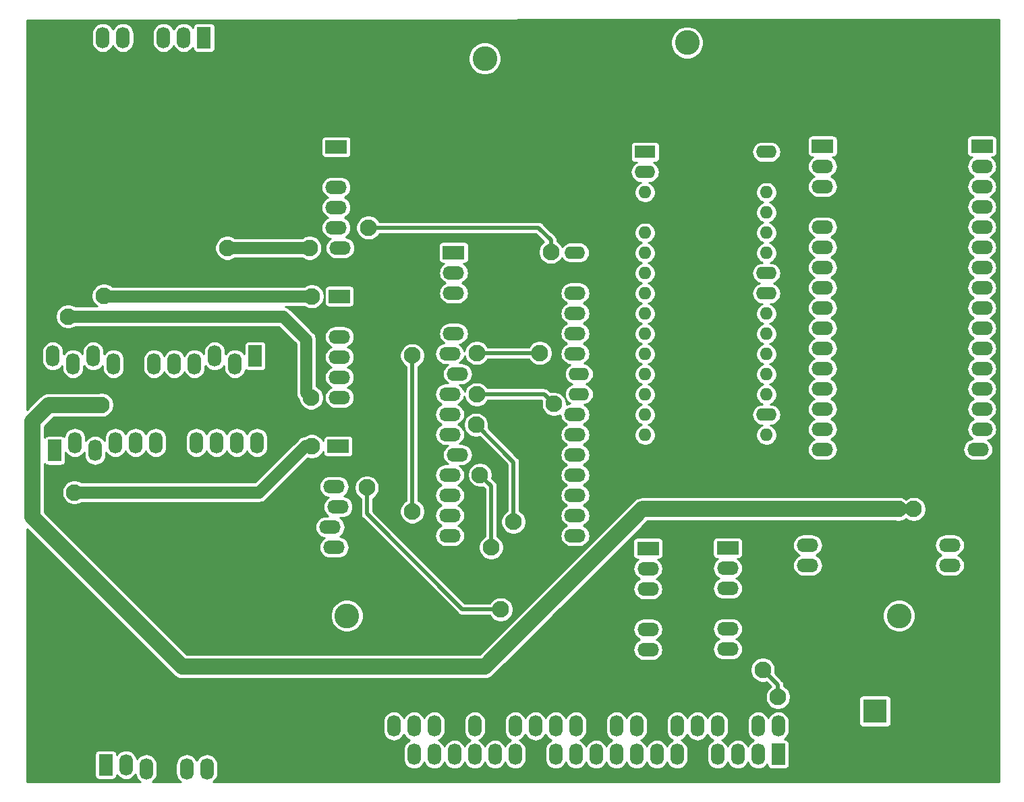
<source format=gbr>
%TF.GenerationSoftware,KiCad,Pcbnew,(5.1.10)-1*%
%TF.CreationDate,2021-09-16T12:18:45+00:00*%
%TF.ProjectId,LMR,4c4d522e-6b69-4636-9164-5f7063625858,rev?*%
%TF.SameCoordinates,Original*%
%TF.FileFunction,Copper,L1,Top*%
%TF.FilePolarity,Positive*%
%FSLAX46Y46*%
G04 Gerber Fmt 4.6, Leading zero omitted, Abs format (unit mm)*
G04 Created by KiCad (PCBNEW (5.1.10)-1) date 2021-09-16 12:18:45*
%MOMM*%
%LPD*%
G01*
G04 APERTURE LIST*
%TA.AperFunction,ComponentPad*%
%ADD10C,3.000000*%
%TD*%
%TA.AperFunction,ComponentPad*%
%ADD11R,3.000000X3.000000*%
%TD*%
%TA.AperFunction,ComponentPad*%
%ADD12O,1.700000X2.700000*%
%TD*%
%TA.AperFunction,ComponentPad*%
%ADD13R,1.700000X2.700000*%
%TD*%
%TA.AperFunction,ComponentPad*%
%ADD14O,2.700000X1.700000*%
%TD*%
%TA.AperFunction,ComponentPad*%
%ADD15R,2.700000X1.700000*%
%TD*%
%TA.AperFunction,ComponentPad*%
%ADD16O,1.600000X1.600000*%
%TD*%
%TA.AperFunction,ComponentPad*%
%ADD17O,2.600000X1.600000*%
%TD*%
%TA.AperFunction,ComponentPad*%
%ADD18R,2.600000X1.600000*%
%TD*%
%TA.AperFunction,ViaPad*%
%ADD19C,3.100000*%
%TD*%
%TA.AperFunction,ViaPad*%
%ADD20C,2.100000*%
%TD*%
%TA.AperFunction,Conductor*%
%ADD21C,0.500000*%
%TD*%
%TA.AperFunction,Conductor*%
%ADD22C,0.250000*%
%TD*%
%TA.AperFunction,Conductor*%
%ADD23C,1.500000*%
%TD*%
%TA.AperFunction,Conductor*%
%ADD24C,1.000000*%
%TD*%
%TA.AperFunction,Conductor*%
%ADD25C,2.000000*%
%TD*%
%TA.AperFunction,Conductor*%
%ADD26C,0.254000*%
%TD*%
%TA.AperFunction,Conductor*%
%ADD27C,0.100000*%
%TD*%
G04 APERTURE END LIST*
D10*
%TO.P,J5,2*%
%TO.N,GND*%
X9880000Y-102200000D03*
D11*
%TO.P,J5,1*%
%TO.N,VCC*%
X4800000Y-102200000D03*
%TD*%
D12*
%TO.P,J4,40*%
%TO.N,Net-(J4-Pad40)*%
X-55610000Y-104060000D03*
%TO.P,J4,39*%
%TO.N,GND*%
X-55610000Y-107600000D03*
%TO.P,J4,38*%
%TO.N,Net-(J4-Pad38)*%
X-53070000Y-104060000D03*
%TO.P,J4,37*%
%TO.N,Net-(J4-Pad37)*%
X-53070000Y-107600000D03*
%TO.P,J4,36*%
%TO.N,Net-(J4-Pad36)*%
X-50530000Y-104060000D03*
%TO.P,J4,35*%
%TO.N,Net-(J4-Pad35)*%
X-50530000Y-107600000D03*
%TO.P,J4,34*%
%TO.N,GND*%
X-47990000Y-104060000D03*
%TO.P,J4,33*%
%TO.N,Net-(J4-Pad33)*%
X-47990000Y-107600000D03*
%TO.P,J4,32*%
%TO.N,Net-(J4-Pad32)*%
X-45450000Y-104060000D03*
%TO.P,J4,31*%
%TO.N,Net-(J4-Pad31)*%
X-45450000Y-107600000D03*
%TO.P,J4,30*%
%TO.N,GND*%
X-42910000Y-104060000D03*
%TO.P,J4,29*%
%TO.N,Net-(J4-Pad29)*%
X-42910000Y-107600000D03*
%TO.P,J4,28*%
%TO.N,Net-(J4-Pad28)*%
X-40370000Y-104060000D03*
%TO.P,J4,27*%
%TO.N,Net-(J4-Pad27)*%
X-40370000Y-107600000D03*
%TO.P,J4,26*%
%TO.N,Net-(J4-Pad26)*%
X-37830000Y-104060000D03*
%TO.P,J4,25*%
%TO.N,GND*%
X-37830000Y-107600000D03*
%TO.P,J4,24*%
%TO.N,Net-(J4-Pad24)*%
X-35290000Y-104060000D03*
%TO.P,J4,23*%
%TO.N,Net-(J4-Pad23)*%
X-35290000Y-107600000D03*
%TO.P,J4,22*%
%TO.N,Net-(J4-Pad22)*%
X-32750000Y-104060000D03*
%TO.P,J4,21*%
%TO.N,Net-(J4-Pad21)*%
X-32750000Y-107600000D03*
%TO.P,J4,20*%
%TO.N,GND*%
X-30210000Y-104060000D03*
%TO.P,J4,19*%
%TO.N,Net-(J4-Pad19)*%
X-30210000Y-107600000D03*
%TO.P,J4,18*%
%TO.N,Net-(J4-Pad18)*%
X-27670000Y-104060000D03*
%TO.P,J4,17*%
%TO.N,+3V3*%
X-27670000Y-107600000D03*
%TO.P,J4,16*%
%TO.N,Net-(J4-Pad16)*%
X-25130000Y-104060000D03*
%TO.P,J4,15*%
%TO.N,Net-(J4-Pad15)*%
X-25130000Y-107600000D03*
%TO.P,J4,14*%
%TO.N,GND*%
X-22590000Y-104060000D03*
%TO.P,J4,13*%
%TO.N,Net-(J4-Pad13)*%
X-22590000Y-107600000D03*
%TO.P,J4,12*%
%TO.N,Net-(J4-Pad12)*%
X-20050000Y-104060000D03*
%TO.P,J4,11*%
%TO.N,Net-(J4-Pad11)*%
X-20050000Y-107600000D03*
%TO.P,J4,10*%
%TO.N,RXD*%
X-17510000Y-104060000D03*
%TO.P,J4,9*%
%TO.N,GND*%
X-17510000Y-107600000D03*
%TO.P,J4,8*%
%TO.N,TXD*%
X-14970000Y-104060000D03*
%TO.P,J4,7*%
%TO.N,Net-(J4-Pad7)*%
X-14970000Y-107600000D03*
%TO.P,J4,6*%
%TO.N,GND*%
X-12430000Y-104060000D03*
%TO.P,J4,5*%
%TO.N,SCL*%
X-12430000Y-107600000D03*
%TO.P,J4,4*%
%TO.N,+5V*%
X-9890000Y-104060000D03*
%TO.P,J4,3*%
%TO.N,SDA*%
X-9890000Y-107600000D03*
%TO.P,J4,2*%
%TO.N,+5V*%
X-7350000Y-104060000D03*
D13*
%TO.P,J4,1*%
%TO.N,+3V3*%
X-7350000Y-107600000D03*
%TD*%
D14*
%TO.P,U5,4*%
%TO.N,GND*%
X-3718320Y-94031400D03*
%TO.P,U5,8*%
%TO.N,VCC*%
X14151680Y-81311400D03*
%TO.P,U5,6*%
%TO.N,GND*%
X14151680Y-91471400D03*
%TO.P,U5,7*%
%TO.N,VCC*%
X14151680Y-83851400D03*
%TO.P,U5,2*%
%TO.N,+5V*%
X-3668320Y-83861400D03*
%TO.P,U5,1*%
X-3668320Y-81321400D03*
%TO.P,U5,3*%
%TO.N,GND*%
X-3668320Y-91481400D03*
%TO.P,U5,5*%
X14111680Y-94021400D03*
%TD*%
%TO.P,U4,21*%
%TO.N,Net-(U4-Pad21)*%
X18200000Y-59140000D03*
%TO.P,U4,22*%
%TO.N,Net-(U4-Pad22)*%
X18200000Y-56600000D03*
%TO.P,U4,29*%
%TO.N,Net-(U4-Pad29)*%
X18200000Y-38820000D03*
%TO.P,U4,28*%
%TO.N,Net-(U4-Pad28)*%
X18200000Y-41360000D03*
%TO.P,U4,31*%
%TO.N,Net-(U4-Pad31)*%
X18200000Y-33740000D03*
%TO.P,U4,23*%
%TO.N,Net-(U4-Pad23)*%
X18200000Y-54060000D03*
%TO.P,U4,30*%
%TO.N,Net-(U4-Pad30)*%
X18200000Y-36280000D03*
%TO.P,U4,24*%
%TO.N,Net-(U4-Pad24)*%
X18200000Y-51520000D03*
%TO.P,U4,19*%
%TO.N,Net-(U4-Pad19)*%
X18200000Y-64220000D03*
D15*
%TO.P,U4,32*%
%TO.N,Net-(U4-Pad32)*%
X18200000Y-31200000D03*
D14*
%TO.P,U4,20*%
%TO.N,Net-(U4-Pad20)*%
X18200000Y-61680000D03*
%TO.P,U4,26*%
%TO.N,Net-(U4-Pad26)*%
X18200000Y-46440000D03*
%TO.P,U4,17*%
%TO.N,SDA_IMU*%
X17700000Y-69300000D03*
%TO.P,U4,25*%
%TO.N,Net-(U4-Pad25)*%
X18200000Y-48980000D03*
%TO.P,U4,27*%
%TO.N,Net-(U4-Pad27)*%
X18200000Y-43900000D03*
%TO.P,U4,18*%
%TO.N,SCL_IMU*%
X18200000Y-66760000D03*
%TO.P,U4,16*%
%TO.N,Net-(U4-Pad16)*%
X-1800000Y-69300000D03*
%TO.P,U4,15*%
%TO.N,Net-(U4-Pad15)*%
X-1800000Y-66760000D03*
%TO.P,U4,14*%
%TO.N,Net-(U4-Pad14)*%
X-1800000Y-64220000D03*
%TO.P,U4,13*%
%TO.N,Net-(U4-Pad13)*%
X-1800000Y-61680000D03*
%TO.P,U4,12*%
%TO.N,Net-(U4-Pad12)*%
X-1800000Y-59140000D03*
%TO.P,U4,11*%
%TO.N,Net-(U4-Pad11)*%
X-1800000Y-56600000D03*
%TO.P,U4,10*%
%TO.N,Net-(U4-Pad10)*%
X-1800000Y-54060000D03*
%TO.P,U4,9*%
%TO.N,Net-(U4-Pad9)*%
X-1800000Y-51520000D03*
%TO.P,U4,8*%
%TO.N,Net-(U4-Pad8)*%
X-1800000Y-48980000D03*
%TO.P,U4,7*%
%TO.N,Net-(U4-Pad7)*%
X-1800000Y-46440000D03*
%TO.P,U4,6*%
%TO.N,Net-(U4-Pad6)*%
X-1800000Y-43900000D03*
%TO.P,U4,5*%
%TO.N,Net-(U4-Pad5)*%
X-1800000Y-41360000D03*
%TO.P,U4,4*%
%TO.N,GND*%
X-1800000Y-38820000D03*
%TO.P,U4,3*%
%TO.N,Net-(U4-Pad3)*%
X-1800000Y-36280000D03*
%TO.P,U4,2*%
%TO.N,+3.3VA*%
X-1800000Y-33740000D03*
D15*
%TO.P,U4,1*%
%TO.N,Net-(U4-Pad1)*%
X-1800000Y-31200000D03*
%TD*%
D14*
%TO.P,U3,8*%
%TO.N,RXA*%
X-13709120Y-91842120D03*
%TO.P,U3,7*%
%TO.N,TXA*%
X-13709120Y-94382120D03*
%TO.P,U3,10*%
%TO.N,+5V*%
X-13709120Y-86762120D03*
%TO.P,U3,11*%
%TO.N,Net-(U3-Pad11)*%
X-13709120Y-84222120D03*
%TO.P,U3,9*%
%TO.N,GND*%
X-13709120Y-89302120D03*
D15*
%TO.P,U3,12*%
%TO.N,Net-(U3-Pad12)*%
X-13709120Y-81682120D03*
D14*
%TO.P,U3,6*%
%TO.N,RXD*%
X-23709120Y-94432120D03*
%TO.P,U3,5*%
%TO.N,TXD*%
X-23709120Y-91892120D03*
%TO.P,U3,4*%
%TO.N,GND*%
X-23709120Y-89352120D03*
%TO.P,U3,3*%
%TO.N,+3V3*%
X-23709120Y-86812120D03*
%TO.P,U3,2*%
%TO.N,Net-(U3-Pad2)*%
X-23709120Y-84272120D03*
D15*
%TO.P,U3,1*%
%TO.N,Net-(U3-Pad1)*%
X-23709120Y-81732120D03*
%TD*%
D12*
%TO.P,U2,16*%
%TO.N,Motor1_PWM2*%
X-81975000Y-17575000D03*
%TO.P,U2,15*%
%TO.N,Net-(U2-Pad15)*%
X-84515000Y-17575000D03*
%TO.P,U2,14*%
%TO.N,GND*%
X-87055000Y-17575000D03*
%TO.P,U2,13*%
%TO.N,Motor2_PWM1*%
X-89595000Y-17575000D03*
%TO.P,U2,12*%
%TO.N,Motor2_PWM2*%
X-92135000Y-17575000D03*
D13*
%TO.P,U2,17*%
%TO.N,Motor1_PWM1*%
X-79435000Y-17575000D03*
D12*
%TO.P,U2,11*%
%TO.N,Motor2_M2*%
X-98420000Y-57560000D03*
%TO.P,U2,10*%
%TO.N,Net-(U2-Pad10)*%
X-95880000Y-58560000D03*
%TO.P,U2,9*%
%TO.N,Motor2_M1*%
X-93340000Y-57560000D03*
%TO.P,U2,8*%
%TO.N,Net-(U2-Pad8)*%
X-90800000Y-58560000D03*
%TO.P,U2,7*%
%TO.N,GND*%
X-88260000Y-57560000D03*
%TO.P,U2,6*%
%TO.N,Net-(U2-Pad6)*%
X-85720000Y-58560000D03*
%TO.P,U2,5*%
%TO.N,VCC*%
X-83180000Y-58560000D03*
%TO.P,U2,4*%
%TO.N,Net-(U2-Pad4)*%
X-80640000Y-58560000D03*
%TO.P,U2,3*%
%TO.N,Motor1_M2*%
X-78100000Y-57560000D03*
%TO.P,U2,2*%
%TO.N,Net-(U2-Pad2)*%
X-75560000Y-58560000D03*
D13*
%TO.P,U2,1*%
%TO.N,Motor1_M1*%
X-73020000Y-57560000D03*
%TD*%
D12*
%TO.P,U1,16*%
%TO.N,Motor3_PWM2*%
X-89225000Y-108925000D03*
%TO.P,U1,15*%
%TO.N,Net-(U1-Pad15)*%
X-86685000Y-109425000D03*
%TO.P,U1,14*%
%TO.N,GND*%
X-84145000Y-109425000D03*
%TO.P,U1,13*%
%TO.N,Net-(U1-Pad13)*%
X-81605000Y-109425000D03*
%TO.P,U1,12*%
%TO.N,Net-(U1-Pad12)*%
X-79065000Y-109425000D03*
D13*
%TO.P,U1,17*%
%TO.N,Motor3_PWM1*%
X-91765000Y-108925000D03*
D12*
%TO.P,U1,11*%
%TO.N,Net-(U1-Pad11)*%
X-72780000Y-68440000D03*
%TO.P,U1,10*%
%TO.N,Net-(U1-Pad10)*%
X-75320000Y-68440000D03*
%TO.P,U1,9*%
%TO.N,Net-(U1-Pad9)*%
X-77860000Y-68440000D03*
%TO.P,U1,8*%
%TO.N,Net-(U1-Pad8)*%
X-80400000Y-68440000D03*
%TO.P,U1,7*%
%TO.N,GND*%
X-82940000Y-69440000D03*
%TO.P,U1,6*%
%TO.N,Net-(U1-Pad6)*%
X-85480000Y-68440000D03*
%TO.P,U1,5*%
%TO.N,VCC*%
X-88020000Y-68440000D03*
%TO.P,U1,4*%
%TO.N,Net-(U1-Pad4)*%
X-90560000Y-68440000D03*
%TO.P,U1,3*%
%TO.N,Motor3_M2*%
X-93100000Y-69440000D03*
%TO.P,U1,2*%
%TO.N,Net-(U1-Pad2)*%
X-95640000Y-68440000D03*
D13*
%TO.P,U1,1*%
%TO.N,Motor3_M1*%
X-98180000Y-69440000D03*
%TD*%
D14*
%TO.P,J3,6*%
%TO.N,Motor3_M2*%
X-63101600Y-81600200D03*
%TO.P,J3,5*%
%TO.N,+5V*%
X-63601600Y-79060200D03*
%TO.P,J3,4*%
%TO.N,Motor3_A*%
X-62601600Y-76520200D03*
%TO.P,J3,3*%
%TO.N,Motor3_B*%
X-63101600Y-73980200D03*
%TO.P,J3,2*%
%TO.N,GND*%
X-62601600Y-71440200D03*
D15*
%TO.P,J3,1*%
%TO.N,Motor3_M1*%
X-62601600Y-68900200D03*
%TD*%
D14*
%TO.P,J2,6*%
%TO.N,Motor2_M2*%
X-62439040Y-62768640D03*
%TO.P,J2,5*%
%TO.N,+5V*%
X-62439040Y-60228640D03*
%TO.P,J2,4*%
%TO.N,Motor2_A*%
X-62439040Y-57688640D03*
%TO.P,J2,3*%
%TO.N,Motor2_B*%
X-62439040Y-55148640D03*
%TO.P,J2,2*%
%TO.N,GND*%
X-62939040Y-52608640D03*
D15*
%TO.P,J2,1*%
%TO.N,Motor2_M1*%
X-62439040Y-50068640D03*
%TD*%
D14*
%TO.P,J1,6*%
%TO.N,Motor1_M2*%
X-62352680Y-43987880D03*
%TO.P,J1,5*%
%TO.N,+5V*%
X-62852680Y-41447880D03*
%TO.P,J1,4*%
%TO.N,Motor1_A*%
X-62852680Y-38907880D03*
%TO.P,J1,3*%
%TO.N,Motor1_B*%
X-62852680Y-36367880D03*
%TO.P,J1,2*%
%TO.N,GND*%
X-62852680Y-33827880D03*
D15*
%TO.P,J1,1*%
%TO.N,Motor1_M1*%
X-62852680Y-31287880D03*
%TD*%
D16*
%TO.P,A2,16*%
%TO.N,Net-(A2-Pad16)*%
X-8845040Y-67487800D03*
%TO.P,A2,15*%
%TO.N,Net-(A2-Pad15)*%
X-24085040Y-67487800D03*
D17*
%TO.P,A2,30*%
%TO.N,+5V*%
X-8845040Y-31927800D03*
D16*
%TO.P,A2,14*%
%TO.N,Net-(A2-Pad14)*%
X-24085040Y-64947800D03*
D17*
%TO.P,A2,29*%
%TO.N,GND*%
X-8845040Y-34467800D03*
D16*
%TO.P,A2,13*%
%TO.N,Net-(A2-Pad13)*%
X-24085040Y-62407800D03*
%TO.P,A2,28*%
%TO.N,Net-(A2-Pad28)*%
X-8845040Y-37007800D03*
%TO.P,A2,12*%
%TO.N,Net-(A2-Pad12)*%
X-24085040Y-59867800D03*
%TO.P,A2,27*%
%TO.N,Net-(A2-Pad27)*%
X-8845040Y-39547800D03*
%TO.P,A2,11*%
%TO.N,Net-(A2-Pad11)*%
X-24085040Y-57327800D03*
%TO.P,A2,26*%
%TO.N,Net-(A2-Pad26)*%
X-8845040Y-42087800D03*
%TO.P,A2,10*%
%TO.N,Net-(A2-Pad10)*%
X-24085040Y-54787800D03*
%TO.P,A2,25*%
%TO.N,Net-(A2-Pad25)*%
X-8845040Y-44627800D03*
%TO.P,A2,9*%
%TO.N,Net-(A2-Pad9)*%
X-24085040Y-52247800D03*
D17*
%TO.P,A2,24*%
%TO.N,SCL_IMU*%
X-8845040Y-47167800D03*
D16*
%TO.P,A2,8*%
%TO.N,Net-(A2-Pad8)*%
X-24085040Y-49707800D03*
D17*
%TO.P,A2,23*%
%TO.N,SDA_IMU*%
X-8845040Y-49707800D03*
D16*
%TO.P,A2,7*%
%TO.N,Net-(A2-Pad7)*%
X-24085040Y-47167800D03*
%TO.P,A2,22*%
%TO.N,Net-(A2-Pad22)*%
X-8845040Y-52247800D03*
%TO.P,A2,6*%
%TO.N,Net-(A2-Pad6)*%
X-24085040Y-44627800D03*
%TO.P,A2,21*%
%TO.N,Net-(A2-Pad21)*%
X-8845040Y-54787800D03*
%TO.P,A2,5*%
%TO.N,Net-(A2-Pad5)*%
X-24085040Y-42087800D03*
%TO.P,A2,20*%
%TO.N,Net-(A2-Pad20)*%
X-8845040Y-57327800D03*
D17*
%TO.P,A2,4*%
%TO.N,GND*%
X-24085040Y-39547800D03*
D16*
%TO.P,A2,19*%
%TO.N,Net-(A2-Pad19)*%
X-8845040Y-59867800D03*
%TO.P,A2,3*%
%TO.N,Net-(A2-Pad3)*%
X-24085040Y-37007800D03*
%TO.P,A2,18*%
%TO.N,Net-(A2-Pad18)*%
X-8845040Y-62407800D03*
D17*
%TO.P,A2,2*%
%TO.N,RXA*%
X-24085040Y-34467800D03*
%TO.P,A2,17*%
%TO.N,+3.3VA*%
X-8845040Y-64947800D03*
D18*
%TO.P,A2,1*%
%TO.N,TXA*%
X-24085040Y-31927800D03*
%TD*%
D14*
%TO.P,A1,16*%
%TO.N,Motor3_B*%
X-32858800Y-80129600D03*
%TO.P,A1,15*%
%TO.N,Motor2_B*%
X-48598800Y-80129600D03*
D17*
%TO.P,A1,30*%
%TO.N,+5V*%
X-32858800Y-44569600D03*
D14*
%TO.P,A1,14*%
%TO.N,Motor1_PWM2*%
X-48598800Y-77589600D03*
D17*
%TO.P,A1,29*%
%TO.N,GND*%
X-32858800Y-47109600D03*
D14*
%TO.P,A1,13*%
%TO.N,Motor1_PWM1*%
X-48598800Y-75049600D03*
%TO.P,A1,28*%
%TO.N,Net-(A1-Pad28)*%
X-32858800Y-49649600D03*
%TO.P,A1,12*%
%TO.N,Motor2_PWM2*%
X-48598800Y-72509600D03*
%TO.P,A1,27*%
%TO.N,Net-(A1-Pad27)*%
X-32858800Y-52189600D03*
%TO.P,A1,11*%
%TO.N,Motor1_B*%
X-47598800Y-69969600D03*
%TO.P,A1,26*%
%TO.N,Net-(A1-Pad26)*%
X-32858800Y-54729600D03*
%TO.P,A1,10*%
%TO.N,Motor3_A*%
X-48598800Y-67429600D03*
%TO.P,A1,25*%
%TO.N,Net-(A1-Pad25)*%
X-32858800Y-57269600D03*
%TO.P,A1,9*%
%TO.N,Motor2_PWM1*%
X-48598800Y-64889600D03*
D17*
%TO.P,A1,24*%
%TO.N,SCL*%
X-32358800Y-59809600D03*
D14*
%TO.P,A1,8*%
%TO.N,Motor3_PWM2*%
X-48598800Y-62349600D03*
D17*
%TO.P,A1,23*%
%TO.N,SDA*%
X-32358800Y-62349600D03*
D14*
%TO.P,A1,7*%
%TO.N,Motor2_A*%
X-47598800Y-59809600D03*
%TO.P,A1,22*%
%TO.N,Net-(A1-Pad22)*%
X-32858800Y-64889600D03*
%TO.P,A1,6*%
%TO.N,Motor3_PWM1*%
X-48598800Y-57269600D03*
%TO.P,A1,21*%
%TO.N,Net-(A1-Pad21)*%
X-32858800Y-67429600D03*
%TO.P,A1,5*%
%TO.N,Motor1_A*%
X-48098800Y-54729600D03*
%TO.P,A1,20*%
%TO.N,Net-(A1-Pad20)*%
X-32858800Y-69969600D03*
%TO.P,A1,4*%
%TO.N,GND*%
X-48098800Y-52189600D03*
%TO.P,A1,19*%
%TO.N,Net-(A1-Pad19)*%
X-32858800Y-72509600D03*
%TO.P,A1,3*%
%TO.N,Net-(A1-Pad3)*%
X-48098800Y-49649600D03*
%TO.P,A1,18*%
%TO.N,Net-(A1-Pad18)*%
X-32858800Y-75049600D03*
%TO.P,A1,2*%
%TO.N,Net-(A1-Pad2)*%
X-48098800Y-47109600D03*
%TO.P,A1,17*%
%TO.N,Net-(A1-Pad17)*%
X-32858800Y-77589600D03*
D15*
%TO.P,A1,1*%
%TO.N,Net-(A1-Pad1)*%
X-48098800Y-44569600D03*
%TD*%
D19*
%TO.N,*%
X-44200000Y-20200000D03*
X7800000Y-90200000D03*
X-61500000Y-90200000D03*
X-18800000Y-18200000D03*
D20*
%TO.N,Motor3_B*%
X-42200000Y-89400002D03*
X-59000000Y-74100006D03*
%TO.N,Motor2_B*%
X-53300000Y-57500006D03*
X-53300002Y-77100000D03*
%TO.N,+5V*%
X-35900000Y-44500000D03*
X-58800000Y-41447880D03*
X-9300000Y-97000000D03*
X-7400000Y-100400000D03*
%TO.N,GND*%
X-87100000Y-20800000D03*
X-84100000Y-106400000D03*
X-48000000Y-100900000D03*
X-42900000Y-100800000D03*
X-10400000Y-100400000D03*
X-200000Y-91500000D03*
X17700000Y-91400000D03*
X14200000Y-102300000D03*
X-82900000Y-72300000D03*
X-88200000Y-55200000D03*
X-66500000Y-33900000D03*
X-51300000Y-52100000D03*
X-59500000Y-52700000D03*
X-58900000Y-71500000D03*
X-29700000Y-47100000D03*
X-20900000Y-39600000D03*
X-5500000Y-32600000D03*
X2000000Y-39000000D03*
X-27000000Y-97600000D03*
X-9400000Y-89300000D03*
%TO.N,Motor2_PWM2*%
X-43400001Y-81599999D03*
X-44800000Y-72500000D03*
%TO.N,Motor2_PWM1*%
X-45300000Y-66200000D03*
X-40600000Y-78400000D03*
%TO.N,Motor3_PWM2*%
X-35499996Y-63600000D03*
X-45200000Y-62400000D03*
%TO.N,Motor3_PWM1*%
X-37300000Y-57200000D03*
X-45200000Y-57200000D03*
%TO.N,Motor1_M2*%
X-76500000Y-44000000D03*
X-66200000Y-44000000D03*
%TO.N,Motor2_M2*%
X-66000000Y-62800000D03*
X-96500000Y-52600000D03*
%TO.N,Motor2_M1*%
X-92000000Y-50000000D03*
X-65900000Y-50068640D03*
%TO.N,Motor3_M1*%
X-65900000Y-68900200D03*
X-95699800Y-74700200D03*
%TO.N,VCC*%
X9640280Y-76800000D03*
X7700000Y-76800000D03*
X-92300000Y-63700000D03*
%TD*%
D21*
%TO.N,Motor3_B*%
X-59000000Y-77400000D02*
X-59000000Y-74100006D01*
X-46999998Y-89400002D02*
X-59000000Y-77400000D01*
X-42200000Y-89400002D02*
X-46999998Y-89400002D01*
%TO.N,Motor2_B*%
X-53300000Y-57500006D02*
X-53300000Y-77099998D01*
X-53300000Y-77099998D02*
X-53300002Y-77100000D01*
%TO.N,+5V*%
X-37452120Y-41447880D02*
X-58800000Y-41447880D01*
X-35900000Y-43000000D02*
X-37452120Y-41447880D01*
X-35900000Y-44500000D02*
X-35900000Y-43000000D01*
X-58800000Y-41447880D02*
X-58800000Y-41447880D01*
X-7400000Y-98900000D02*
X-9300000Y-97000000D01*
X-7400000Y-100400000D02*
X-7400000Y-98900000D01*
D22*
%TO.N,Motor2_PWM2*%
X-48089200Y-72500000D02*
X-48098800Y-72509600D01*
D21*
X-43400000Y-81599998D02*
X-43400001Y-81599999D01*
X-43400000Y-73900000D02*
X-43400000Y-81599998D01*
X-44800000Y-72500000D02*
X-44800000Y-72500000D01*
X-44800000Y-72500000D02*
X-43400000Y-73900000D01*
D22*
%TO.N,Motor2_PWM1*%
X-48088400Y-64900000D02*
X-48098800Y-64889600D01*
D21*
X-40600000Y-70900000D02*
X-40600000Y-78400000D01*
X-45300000Y-66200000D02*
X-40600000Y-70900000D01*
%TO.N,Motor3_PWM2*%
X-36750396Y-62349600D02*
X-35499996Y-63600000D01*
X-45149600Y-62349600D02*
X-45200000Y-62400000D01*
X-36750396Y-62349600D02*
X-45149600Y-62349600D01*
D22*
%TO.N,Motor3_PWM1*%
X-37369600Y-57269600D02*
X-37300000Y-57200000D01*
D21*
X-37300000Y-57200000D02*
X-45200000Y-57200000D01*
D23*
%TO.N,Motor1_M2*%
X-66200000Y-44000000D02*
X-66200000Y-44000000D01*
X-76500000Y-44000000D02*
X-66200000Y-44000000D01*
D24*
%TO.N,Motor2_M2*%
X-62941760Y-62771360D02*
X-62939040Y-62768640D01*
D23*
X-66600000Y-62200000D02*
X-66000000Y-62800000D01*
X-66600000Y-55500000D02*
X-66600000Y-62200000D01*
X-69500000Y-52600000D02*
X-66600000Y-55500000D01*
X-96500000Y-52600000D02*
X-96500000Y-52600000D01*
X-66000000Y-62800000D02*
X-66000000Y-62800000D01*
X-96500000Y-52600000D02*
X-69500000Y-52600000D01*
%TO.N,Motor2_M1*%
X-91931360Y-50068640D02*
X-92000000Y-50000000D01*
X-65900000Y-50068640D02*
X-65900000Y-50068640D01*
X-65900000Y-50068640D02*
X-91931360Y-50068640D01*
%TO.N,Motor3_M1*%
X-95699800Y-74700200D02*
X-95699800Y-74700200D01*
X-65900000Y-68900200D02*
X-65900000Y-68900200D01*
X-66700200Y-68900200D02*
X-65900000Y-68900200D01*
X-72500200Y-74700200D02*
X-66700200Y-68900200D01*
X-95699800Y-74700200D02*
X-72500200Y-74700200D01*
D25*
%TO.N,VCC*%
X9640280Y-76800000D02*
X9640280Y-76800000D01*
X-82200000Y-96600000D02*
X-44200000Y-96600000D01*
X-100974990Y-77825010D02*
X-82200000Y-96600000D01*
X-100974990Y-65774990D02*
X-100974990Y-77825010D01*
X-24400000Y-76800000D02*
X7700000Y-76800000D01*
X-98900000Y-63700000D02*
X-100974990Y-65774990D01*
X-44200000Y-96600000D02*
X-24400000Y-76800000D01*
X-92300000Y-63700000D02*
X-98900000Y-63700000D01*
%TD*%
D26*
%TO.N,GND*%
X20348001Y-111073000D02*
X-78293266Y-111073000D01*
X-78086603Y-110903397D01*
X-77914527Y-110693721D01*
X-77786663Y-110454505D01*
X-77707925Y-110194939D01*
X-77688000Y-109992640D01*
X-77688000Y-108857360D01*
X-77707925Y-108655061D01*
X-77786663Y-108395495D01*
X-77914527Y-108156279D01*
X-78086604Y-107946603D01*
X-78296280Y-107774527D01*
X-78535496Y-107646663D01*
X-78795062Y-107567925D01*
X-79065000Y-107541338D01*
X-79334939Y-107567925D01*
X-79594505Y-107646663D01*
X-79833721Y-107774527D01*
X-80043397Y-107946604D01*
X-80215473Y-108156280D01*
X-80335000Y-108379898D01*
X-80454527Y-108156279D01*
X-80626604Y-107946603D01*
X-80836280Y-107774527D01*
X-81075496Y-107646663D01*
X-81335062Y-107567925D01*
X-81605000Y-107541338D01*
X-81874939Y-107567925D01*
X-82134505Y-107646663D01*
X-82373721Y-107774527D01*
X-82583397Y-107946604D01*
X-82755473Y-108156280D01*
X-82883337Y-108395496D01*
X-82962075Y-108655062D01*
X-82982000Y-108857361D01*
X-82982000Y-109992640D01*
X-82962075Y-110194939D01*
X-82883337Y-110454505D01*
X-82755473Y-110693721D01*
X-82583396Y-110903397D01*
X-82376733Y-111073000D01*
X-85913266Y-111073000D01*
X-85706603Y-110903397D01*
X-85534527Y-110693721D01*
X-85406663Y-110454505D01*
X-85327925Y-110194939D01*
X-85308000Y-109992640D01*
X-85308000Y-108857360D01*
X-85327925Y-108655061D01*
X-85406663Y-108395495D01*
X-85534527Y-108156279D01*
X-85706604Y-107946603D01*
X-85916280Y-107774527D01*
X-86155496Y-107646663D01*
X-86415062Y-107567925D01*
X-86685000Y-107541338D01*
X-86954939Y-107567925D01*
X-87214505Y-107646663D01*
X-87453721Y-107774527D01*
X-87663397Y-107946604D01*
X-87835473Y-108156280D01*
X-87862774Y-108207357D01*
X-87867925Y-108155061D01*
X-87946663Y-107895495D01*
X-88074527Y-107656279D01*
X-88246604Y-107446603D01*
X-88456280Y-107274527D01*
X-88695496Y-107146663D01*
X-88955062Y-107067925D01*
X-89225000Y-107041338D01*
X-89494939Y-107067925D01*
X-89754505Y-107146663D01*
X-89993721Y-107274527D01*
X-90203397Y-107446604D01*
X-90375473Y-107656280D01*
X-90385451Y-107674947D01*
X-90385451Y-107575000D01*
X-90395626Y-107471690D01*
X-90425761Y-107372350D01*
X-90474696Y-107280798D01*
X-90540552Y-107200552D01*
X-90620798Y-107134696D01*
X-90712350Y-107085761D01*
X-90811690Y-107055626D01*
X-90915000Y-107045451D01*
X-92615000Y-107045451D01*
X-92718310Y-107055626D01*
X-92817650Y-107085761D01*
X-92909202Y-107134696D01*
X-92989448Y-107200552D01*
X-93055304Y-107280798D01*
X-93104239Y-107372350D01*
X-93134374Y-107471690D01*
X-93144549Y-107575000D01*
X-93144549Y-110275000D01*
X-93134374Y-110378310D01*
X-93104239Y-110477650D01*
X-93055304Y-110569202D01*
X-92989448Y-110649448D01*
X-92909202Y-110715304D01*
X-92817650Y-110764239D01*
X-92718310Y-110794374D01*
X-92615000Y-110804549D01*
X-90915000Y-110804549D01*
X-90811690Y-110794374D01*
X-90712350Y-110764239D01*
X-90620798Y-110715304D01*
X-90540552Y-110649448D01*
X-90474696Y-110569202D01*
X-90425761Y-110477650D01*
X-90395626Y-110378310D01*
X-90385451Y-110275000D01*
X-90385451Y-110175054D01*
X-90375473Y-110193721D01*
X-90203396Y-110403397D01*
X-89993720Y-110575473D01*
X-89754504Y-110703337D01*
X-89494938Y-110782075D01*
X-89225000Y-110808662D01*
X-88955061Y-110782075D01*
X-88695495Y-110703337D01*
X-88456279Y-110575473D01*
X-88246603Y-110403397D01*
X-88074527Y-110193721D01*
X-88047226Y-110142644D01*
X-88042075Y-110194939D01*
X-87963337Y-110454505D01*
X-87835473Y-110693721D01*
X-87663396Y-110903397D01*
X-87456733Y-111073000D01*
X-101648000Y-111073000D01*
X-101648000Y-103492360D01*
X-56987000Y-103492360D01*
X-56987000Y-104627639D01*
X-56967075Y-104829938D01*
X-56888337Y-105089504D01*
X-56760473Y-105328720D01*
X-56588397Y-105538396D01*
X-56378721Y-105710473D01*
X-56139505Y-105838337D01*
X-55879939Y-105917075D01*
X-55610000Y-105943662D01*
X-55340062Y-105917075D01*
X-55080496Y-105838337D01*
X-54841280Y-105710473D01*
X-54631604Y-105538397D01*
X-54459527Y-105328721D01*
X-54340000Y-105105102D01*
X-54220473Y-105328720D01*
X-54048397Y-105538396D01*
X-53838721Y-105710473D01*
X-53615102Y-105830000D01*
X-53838720Y-105949527D01*
X-54048396Y-106121603D01*
X-54220473Y-106331279D01*
X-54348337Y-106570495D01*
X-54427075Y-106830061D01*
X-54447000Y-107032360D01*
X-54447000Y-108167639D01*
X-54427075Y-108369938D01*
X-54348337Y-108629504D01*
X-54220473Y-108868720D01*
X-54048397Y-109078396D01*
X-53838721Y-109250473D01*
X-53599505Y-109378337D01*
X-53339939Y-109457075D01*
X-53070000Y-109483662D01*
X-52800062Y-109457075D01*
X-52540496Y-109378337D01*
X-52301280Y-109250473D01*
X-52091604Y-109078397D01*
X-51919527Y-108868721D01*
X-51800000Y-108645102D01*
X-51680473Y-108868720D01*
X-51508397Y-109078396D01*
X-51298721Y-109250473D01*
X-51059505Y-109378337D01*
X-50799939Y-109457075D01*
X-50530000Y-109483662D01*
X-50260062Y-109457075D01*
X-50000496Y-109378337D01*
X-49761280Y-109250473D01*
X-49551604Y-109078397D01*
X-49379527Y-108868721D01*
X-49260000Y-108645102D01*
X-49140473Y-108868720D01*
X-48968397Y-109078396D01*
X-48758721Y-109250473D01*
X-48519505Y-109378337D01*
X-48259939Y-109457075D01*
X-47990000Y-109483662D01*
X-47720062Y-109457075D01*
X-47460496Y-109378337D01*
X-47221280Y-109250473D01*
X-47011604Y-109078397D01*
X-46839527Y-108868721D01*
X-46720000Y-108645102D01*
X-46600473Y-108868720D01*
X-46428397Y-109078396D01*
X-46218721Y-109250473D01*
X-45979505Y-109378337D01*
X-45719939Y-109457075D01*
X-45450000Y-109483662D01*
X-45180062Y-109457075D01*
X-44920496Y-109378337D01*
X-44681280Y-109250473D01*
X-44471604Y-109078397D01*
X-44299527Y-108868721D01*
X-44180000Y-108645102D01*
X-44060473Y-108868720D01*
X-43888397Y-109078396D01*
X-43678721Y-109250473D01*
X-43439505Y-109378337D01*
X-43179939Y-109457075D01*
X-42910000Y-109483662D01*
X-42640062Y-109457075D01*
X-42380496Y-109378337D01*
X-42141280Y-109250473D01*
X-41931604Y-109078397D01*
X-41759527Y-108868721D01*
X-41640000Y-108645102D01*
X-41520473Y-108868720D01*
X-41348397Y-109078396D01*
X-41138721Y-109250473D01*
X-40899505Y-109378337D01*
X-40639939Y-109457075D01*
X-40370000Y-109483662D01*
X-40100062Y-109457075D01*
X-39840496Y-109378337D01*
X-39601280Y-109250473D01*
X-39391604Y-109078397D01*
X-39219527Y-108868721D01*
X-39091663Y-108629505D01*
X-39012925Y-108369939D01*
X-38993000Y-108167640D01*
X-38993000Y-107032360D01*
X-39012925Y-106830061D01*
X-39091663Y-106570495D01*
X-39219527Y-106331279D01*
X-39391603Y-106121603D01*
X-39601279Y-105949527D01*
X-39824898Y-105830000D01*
X-39601280Y-105710473D01*
X-39391604Y-105538397D01*
X-39219527Y-105328721D01*
X-39100000Y-105105102D01*
X-38980473Y-105328720D01*
X-38808397Y-105538396D01*
X-38598721Y-105710473D01*
X-38359505Y-105838337D01*
X-38099939Y-105917075D01*
X-37830000Y-105943662D01*
X-37560062Y-105917075D01*
X-37300496Y-105838337D01*
X-37061280Y-105710473D01*
X-36851604Y-105538397D01*
X-36679527Y-105328721D01*
X-36560000Y-105105102D01*
X-36440473Y-105328720D01*
X-36268397Y-105538396D01*
X-36058721Y-105710473D01*
X-35835102Y-105830000D01*
X-36058720Y-105949527D01*
X-36268396Y-106121603D01*
X-36440473Y-106331279D01*
X-36568337Y-106570495D01*
X-36647075Y-106830061D01*
X-36667000Y-107032360D01*
X-36667000Y-108167639D01*
X-36647075Y-108369938D01*
X-36568337Y-108629504D01*
X-36440473Y-108868720D01*
X-36268397Y-109078396D01*
X-36058721Y-109250473D01*
X-35819505Y-109378337D01*
X-35559939Y-109457075D01*
X-35290000Y-109483662D01*
X-35020062Y-109457075D01*
X-34760496Y-109378337D01*
X-34521280Y-109250473D01*
X-34311604Y-109078397D01*
X-34139527Y-108868721D01*
X-34020000Y-108645102D01*
X-33900473Y-108868720D01*
X-33728397Y-109078396D01*
X-33518721Y-109250473D01*
X-33279505Y-109378337D01*
X-33019939Y-109457075D01*
X-32750000Y-109483662D01*
X-32480062Y-109457075D01*
X-32220496Y-109378337D01*
X-31981280Y-109250473D01*
X-31771604Y-109078397D01*
X-31599527Y-108868721D01*
X-31480000Y-108645102D01*
X-31360473Y-108868720D01*
X-31188397Y-109078396D01*
X-30978721Y-109250473D01*
X-30739505Y-109378337D01*
X-30479939Y-109457075D01*
X-30210000Y-109483662D01*
X-29940062Y-109457075D01*
X-29680496Y-109378337D01*
X-29441280Y-109250473D01*
X-29231604Y-109078397D01*
X-29059527Y-108868721D01*
X-28940000Y-108645102D01*
X-28820473Y-108868720D01*
X-28648397Y-109078396D01*
X-28438721Y-109250473D01*
X-28199505Y-109378337D01*
X-27939939Y-109457075D01*
X-27670000Y-109483662D01*
X-27400062Y-109457075D01*
X-27140496Y-109378337D01*
X-26901280Y-109250473D01*
X-26691604Y-109078397D01*
X-26519527Y-108868721D01*
X-26400000Y-108645102D01*
X-26280473Y-108868720D01*
X-26108397Y-109078396D01*
X-25898721Y-109250473D01*
X-25659505Y-109378337D01*
X-25399939Y-109457075D01*
X-25130000Y-109483662D01*
X-24860062Y-109457075D01*
X-24600496Y-109378337D01*
X-24361280Y-109250473D01*
X-24151604Y-109078397D01*
X-23979527Y-108868721D01*
X-23860000Y-108645102D01*
X-23740473Y-108868720D01*
X-23568397Y-109078396D01*
X-23358721Y-109250473D01*
X-23119505Y-109378337D01*
X-22859939Y-109457075D01*
X-22590000Y-109483662D01*
X-22320062Y-109457075D01*
X-22060496Y-109378337D01*
X-21821280Y-109250473D01*
X-21611604Y-109078397D01*
X-21439527Y-108868721D01*
X-21320000Y-108645102D01*
X-21200473Y-108868720D01*
X-21028397Y-109078396D01*
X-20818721Y-109250473D01*
X-20579505Y-109378337D01*
X-20319939Y-109457075D01*
X-20050000Y-109483662D01*
X-19780062Y-109457075D01*
X-19520496Y-109378337D01*
X-19281280Y-109250473D01*
X-19071604Y-109078397D01*
X-18899527Y-108868721D01*
X-18771663Y-108629505D01*
X-18692925Y-108369939D01*
X-18673000Y-108167640D01*
X-18673000Y-107032360D01*
X-18692925Y-106830061D01*
X-18771663Y-106570495D01*
X-18899527Y-106331279D01*
X-19071603Y-106121603D01*
X-19281279Y-105949527D01*
X-19504898Y-105830000D01*
X-19281280Y-105710473D01*
X-19071604Y-105538397D01*
X-18899527Y-105328721D01*
X-18780000Y-105105102D01*
X-18660473Y-105328720D01*
X-18488397Y-105538396D01*
X-18278721Y-105710473D01*
X-18039505Y-105838337D01*
X-17779939Y-105917075D01*
X-17510000Y-105943662D01*
X-17240062Y-105917075D01*
X-16980496Y-105838337D01*
X-16741280Y-105710473D01*
X-16531604Y-105538397D01*
X-16359527Y-105328721D01*
X-16240000Y-105105102D01*
X-16120473Y-105328720D01*
X-15948397Y-105538396D01*
X-15738721Y-105710473D01*
X-15515102Y-105830000D01*
X-15738720Y-105949527D01*
X-15948396Y-106121603D01*
X-16120473Y-106331279D01*
X-16248337Y-106570495D01*
X-16327075Y-106830061D01*
X-16347000Y-107032360D01*
X-16347000Y-108167639D01*
X-16327075Y-108369938D01*
X-16248337Y-108629504D01*
X-16120473Y-108868720D01*
X-15948397Y-109078396D01*
X-15738721Y-109250473D01*
X-15499505Y-109378337D01*
X-15239939Y-109457075D01*
X-14970000Y-109483662D01*
X-14700062Y-109457075D01*
X-14440496Y-109378337D01*
X-14201280Y-109250473D01*
X-13991604Y-109078397D01*
X-13819527Y-108868721D01*
X-13700000Y-108645102D01*
X-13580473Y-108868720D01*
X-13408397Y-109078396D01*
X-13198721Y-109250473D01*
X-12959505Y-109378337D01*
X-12699939Y-109457075D01*
X-12430000Y-109483662D01*
X-12160062Y-109457075D01*
X-11900496Y-109378337D01*
X-11661280Y-109250473D01*
X-11451604Y-109078397D01*
X-11279527Y-108868721D01*
X-11160000Y-108645102D01*
X-11040473Y-108868720D01*
X-10868397Y-109078396D01*
X-10658721Y-109250473D01*
X-10419505Y-109378337D01*
X-10159939Y-109457075D01*
X-9890000Y-109483662D01*
X-9620062Y-109457075D01*
X-9360496Y-109378337D01*
X-9121280Y-109250473D01*
X-8911604Y-109078397D01*
X-8739527Y-108868721D01*
X-8729549Y-108850054D01*
X-8729549Y-108950000D01*
X-8719374Y-109053310D01*
X-8689239Y-109152650D01*
X-8640304Y-109244202D01*
X-8574448Y-109324448D01*
X-8494202Y-109390304D01*
X-8402650Y-109439239D01*
X-8303310Y-109469374D01*
X-8200000Y-109479549D01*
X-6500000Y-109479549D01*
X-6396690Y-109469374D01*
X-6297350Y-109439239D01*
X-6205798Y-109390304D01*
X-6125552Y-109324448D01*
X-6059696Y-109244202D01*
X-6010761Y-109152650D01*
X-5980626Y-109053310D01*
X-5970451Y-108950000D01*
X-5970451Y-106250000D01*
X-5980626Y-106146690D01*
X-6010761Y-106047350D01*
X-6059696Y-105955798D01*
X-6125552Y-105875552D01*
X-6205798Y-105809696D01*
X-6297350Y-105760761D01*
X-6396690Y-105730626D01*
X-6500000Y-105720451D01*
X-6599947Y-105720451D01*
X-6581280Y-105710473D01*
X-6371604Y-105538397D01*
X-6199527Y-105328721D01*
X-6071663Y-105089505D01*
X-5992925Y-104829939D01*
X-5973000Y-104627640D01*
X-5973000Y-103492360D01*
X-5992925Y-103290061D01*
X-6071663Y-103030495D01*
X-6199527Y-102791279D01*
X-6371603Y-102581603D01*
X-6581279Y-102409527D01*
X-6820495Y-102281663D01*
X-7080061Y-102202925D01*
X-7350000Y-102176338D01*
X-7619938Y-102202925D01*
X-7879504Y-102281663D01*
X-8118720Y-102409527D01*
X-8328396Y-102581603D01*
X-8500473Y-102791279D01*
X-8620000Y-103014898D01*
X-8739527Y-102791279D01*
X-8911603Y-102581603D01*
X-9121279Y-102409527D01*
X-9360495Y-102281663D01*
X-9620061Y-102202925D01*
X-9890000Y-102176338D01*
X-10159938Y-102202925D01*
X-10419504Y-102281663D01*
X-10658720Y-102409527D01*
X-10868396Y-102581603D01*
X-11040473Y-102791279D01*
X-11168337Y-103030495D01*
X-11247075Y-103290061D01*
X-11267000Y-103492360D01*
X-11267000Y-104627639D01*
X-11247075Y-104829938D01*
X-11168337Y-105089504D01*
X-11040473Y-105328720D01*
X-10868397Y-105538396D01*
X-10658721Y-105710473D01*
X-10435102Y-105830000D01*
X-10658720Y-105949527D01*
X-10868396Y-106121603D01*
X-11040473Y-106331279D01*
X-11160000Y-106554898D01*
X-11279527Y-106331279D01*
X-11451603Y-106121603D01*
X-11661279Y-105949527D01*
X-11900495Y-105821663D01*
X-12160061Y-105742925D01*
X-12430000Y-105716338D01*
X-12699938Y-105742925D01*
X-12959504Y-105821663D01*
X-13198720Y-105949527D01*
X-13408396Y-106121603D01*
X-13580473Y-106331279D01*
X-13700000Y-106554898D01*
X-13819527Y-106331279D01*
X-13991603Y-106121603D01*
X-14201279Y-105949527D01*
X-14424898Y-105830000D01*
X-14201280Y-105710473D01*
X-13991604Y-105538397D01*
X-13819527Y-105328721D01*
X-13691663Y-105089505D01*
X-13612925Y-104829939D01*
X-13593000Y-104627640D01*
X-13593000Y-103492360D01*
X-13612925Y-103290061D01*
X-13691663Y-103030495D01*
X-13819527Y-102791279D01*
X-13991603Y-102581603D01*
X-14201279Y-102409527D01*
X-14440495Y-102281663D01*
X-14700061Y-102202925D01*
X-14970000Y-102176338D01*
X-15239938Y-102202925D01*
X-15499504Y-102281663D01*
X-15738720Y-102409527D01*
X-15948396Y-102581603D01*
X-16120473Y-102791279D01*
X-16240000Y-103014898D01*
X-16359527Y-102791279D01*
X-16531603Y-102581603D01*
X-16741279Y-102409527D01*
X-16980495Y-102281663D01*
X-17240061Y-102202925D01*
X-17510000Y-102176338D01*
X-17779938Y-102202925D01*
X-18039504Y-102281663D01*
X-18278720Y-102409527D01*
X-18488396Y-102581603D01*
X-18660473Y-102791279D01*
X-18780000Y-103014898D01*
X-18899527Y-102791279D01*
X-19071603Y-102581603D01*
X-19281279Y-102409527D01*
X-19520495Y-102281663D01*
X-19780061Y-102202925D01*
X-20050000Y-102176338D01*
X-20319938Y-102202925D01*
X-20579504Y-102281663D01*
X-20818720Y-102409527D01*
X-21028396Y-102581603D01*
X-21200473Y-102791279D01*
X-21328337Y-103030495D01*
X-21407075Y-103290061D01*
X-21427000Y-103492360D01*
X-21427000Y-104627639D01*
X-21407075Y-104829938D01*
X-21328337Y-105089504D01*
X-21200473Y-105328720D01*
X-21028397Y-105538396D01*
X-20818721Y-105710473D01*
X-20595102Y-105830000D01*
X-20818720Y-105949527D01*
X-21028396Y-106121603D01*
X-21200473Y-106331279D01*
X-21320000Y-106554898D01*
X-21439527Y-106331279D01*
X-21611603Y-106121603D01*
X-21821279Y-105949527D01*
X-22060495Y-105821663D01*
X-22320061Y-105742925D01*
X-22590000Y-105716338D01*
X-22859938Y-105742925D01*
X-23119504Y-105821663D01*
X-23358720Y-105949527D01*
X-23568396Y-106121603D01*
X-23740473Y-106331279D01*
X-23860000Y-106554898D01*
X-23979527Y-106331279D01*
X-24151603Y-106121603D01*
X-24361279Y-105949527D01*
X-24584898Y-105830000D01*
X-24361280Y-105710473D01*
X-24151604Y-105538397D01*
X-23979527Y-105328721D01*
X-23851663Y-105089505D01*
X-23772925Y-104829939D01*
X-23753000Y-104627640D01*
X-23753000Y-103492360D01*
X-23772925Y-103290061D01*
X-23851663Y-103030495D01*
X-23979527Y-102791279D01*
X-24151603Y-102581603D01*
X-24361279Y-102409527D01*
X-24600495Y-102281663D01*
X-24860061Y-102202925D01*
X-25130000Y-102176338D01*
X-25399938Y-102202925D01*
X-25659504Y-102281663D01*
X-25898720Y-102409527D01*
X-26108396Y-102581603D01*
X-26280473Y-102791279D01*
X-26400000Y-103014898D01*
X-26519527Y-102791279D01*
X-26691603Y-102581603D01*
X-26901279Y-102409527D01*
X-27140495Y-102281663D01*
X-27400061Y-102202925D01*
X-27670000Y-102176338D01*
X-27939938Y-102202925D01*
X-28199504Y-102281663D01*
X-28438720Y-102409527D01*
X-28648396Y-102581603D01*
X-28820473Y-102791279D01*
X-28948337Y-103030495D01*
X-29027075Y-103290061D01*
X-29047000Y-103492360D01*
X-29047000Y-104627639D01*
X-29027075Y-104829938D01*
X-28948337Y-105089504D01*
X-28820473Y-105328720D01*
X-28648397Y-105538396D01*
X-28438721Y-105710473D01*
X-28215102Y-105830000D01*
X-28438720Y-105949527D01*
X-28648396Y-106121603D01*
X-28820473Y-106331279D01*
X-28940000Y-106554898D01*
X-29059527Y-106331279D01*
X-29231603Y-106121603D01*
X-29441279Y-105949527D01*
X-29680495Y-105821663D01*
X-29940061Y-105742925D01*
X-30210000Y-105716338D01*
X-30479938Y-105742925D01*
X-30739504Y-105821663D01*
X-30978720Y-105949527D01*
X-31188396Y-106121603D01*
X-31360473Y-106331279D01*
X-31480000Y-106554898D01*
X-31599527Y-106331279D01*
X-31771603Y-106121603D01*
X-31981279Y-105949527D01*
X-32204898Y-105830000D01*
X-31981280Y-105710473D01*
X-31771604Y-105538397D01*
X-31599527Y-105328721D01*
X-31471663Y-105089505D01*
X-31392925Y-104829939D01*
X-31373000Y-104627640D01*
X-31373000Y-103492360D01*
X-31392925Y-103290061D01*
X-31471663Y-103030495D01*
X-31599527Y-102791279D01*
X-31771603Y-102581603D01*
X-31981279Y-102409527D01*
X-32220495Y-102281663D01*
X-32480061Y-102202925D01*
X-32750000Y-102176338D01*
X-33019938Y-102202925D01*
X-33279504Y-102281663D01*
X-33518720Y-102409527D01*
X-33728396Y-102581603D01*
X-33900473Y-102791279D01*
X-34020000Y-103014898D01*
X-34139527Y-102791279D01*
X-34311603Y-102581603D01*
X-34521279Y-102409527D01*
X-34760495Y-102281663D01*
X-35020061Y-102202925D01*
X-35290000Y-102176338D01*
X-35559938Y-102202925D01*
X-35819504Y-102281663D01*
X-36058720Y-102409527D01*
X-36268396Y-102581603D01*
X-36440473Y-102791279D01*
X-36560000Y-103014898D01*
X-36679527Y-102791279D01*
X-36851603Y-102581603D01*
X-37061279Y-102409527D01*
X-37300495Y-102281663D01*
X-37560061Y-102202925D01*
X-37830000Y-102176338D01*
X-38099938Y-102202925D01*
X-38359504Y-102281663D01*
X-38598720Y-102409527D01*
X-38808396Y-102581603D01*
X-38980473Y-102791279D01*
X-39100000Y-103014898D01*
X-39219527Y-102791279D01*
X-39391603Y-102581603D01*
X-39601279Y-102409527D01*
X-39840495Y-102281663D01*
X-40100061Y-102202925D01*
X-40370000Y-102176338D01*
X-40639938Y-102202925D01*
X-40899504Y-102281663D01*
X-41138720Y-102409527D01*
X-41348396Y-102581603D01*
X-41520473Y-102791279D01*
X-41648337Y-103030495D01*
X-41727075Y-103290061D01*
X-41747000Y-103492360D01*
X-41747000Y-104627639D01*
X-41727075Y-104829938D01*
X-41648337Y-105089504D01*
X-41520473Y-105328720D01*
X-41348397Y-105538396D01*
X-41138721Y-105710473D01*
X-40915102Y-105830000D01*
X-41138720Y-105949527D01*
X-41348396Y-106121603D01*
X-41520473Y-106331279D01*
X-41640000Y-106554898D01*
X-41759527Y-106331279D01*
X-41931603Y-106121603D01*
X-42141279Y-105949527D01*
X-42380495Y-105821663D01*
X-42640061Y-105742925D01*
X-42910000Y-105716338D01*
X-43179938Y-105742925D01*
X-43439504Y-105821663D01*
X-43678720Y-105949527D01*
X-43888396Y-106121603D01*
X-44060473Y-106331279D01*
X-44180000Y-106554898D01*
X-44299527Y-106331279D01*
X-44471603Y-106121603D01*
X-44681279Y-105949527D01*
X-44904898Y-105830000D01*
X-44681280Y-105710473D01*
X-44471604Y-105538397D01*
X-44299527Y-105328721D01*
X-44171663Y-105089505D01*
X-44092925Y-104829939D01*
X-44073000Y-104627640D01*
X-44073000Y-103492360D01*
X-44092925Y-103290061D01*
X-44171663Y-103030495D01*
X-44299527Y-102791279D01*
X-44471603Y-102581603D01*
X-44681279Y-102409527D01*
X-44920495Y-102281663D01*
X-45180061Y-102202925D01*
X-45450000Y-102176338D01*
X-45719938Y-102202925D01*
X-45979504Y-102281663D01*
X-46218720Y-102409527D01*
X-46428396Y-102581603D01*
X-46600473Y-102791279D01*
X-46728337Y-103030495D01*
X-46807075Y-103290061D01*
X-46827000Y-103492360D01*
X-46827000Y-104627639D01*
X-46807075Y-104829938D01*
X-46728337Y-105089504D01*
X-46600473Y-105328720D01*
X-46428397Y-105538396D01*
X-46218721Y-105710473D01*
X-45995102Y-105830000D01*
X-46218720Y-105949527D01*
X-46428396Y-106121603D01*
X-46600473Y-106331279D01*
X-46720000Y-106554898D01*
X-46839527Y-106331279D01*
X-47011603Y-106121603D01*
X-47221279Y-105949527D01*
X-47460495Y-105821663D01*
X-47720061Y-105742925D01*
X-47990000Y-105716338D01*
X-48259938Y-105742925D01*
X-48519504Y-105821663D01*
X-48758720Y-105949527D01*
X-48968396Y-106121603D01*
X-49140473Y-106331279D01*
X-49260000Y-106554898D01*
X-49379527Y-106331279D01*
X-49551603Y-106121603D01*
X-49761279Y-105949527D01*
X-49984898Y-105830000D01*
X-49761280Y-105710473D01*
X-49551604Y-105538397D01*
X-49379527Y-105328721D01*
X-49251663Y-105089505D01*
X-49172925Y-104829939D01*
X-49153000Y-104627640D01*
X-49153000Y-103492360D01*
X-49172925Y-103290061D01*
X-49251663Y-103030495D01*
X-49379527Y-102791279D01*
X-49551603Y-102581603D01*
X-49761279Y-102409527D01*
X-50000495Y-102281663D01*
X-50260061Y-102202925D01*
X-50530000Y-102176338D01*
X-50799938Y-102202925D01*
X-51059504Y-102281663D01*
X-51298720Y-102409527D01*
X-51508396Y-102581603D01*
X-51680473Y-102791279D01*
X-51800000Y-103014898D01*
X-51919527Y-102791279D01*
X-52091603Y-102581603D01*
X-52301279Y-102409527D01*
X-52540495Y-102281663D01*
X-52800061Y-102202925D01*
X-53070000Y-102176338D01*
X-53339938Y-102202925D01*
X-53599504Y-102281663D01*
X-53838720Y-102409527D01*
X-54048396Y-102581603D01*
X-54220473Y-102791279D01*
X-54340000Y-103014898D01*
X-54459527Y-102791279D01*
X-54631603Y-102581603D01*
X-54841279Y-102409527D01*
X-55080495Y-102281663D01*
X-55340061Y-102202925D01*
X-55610000Y-102176338D01*
X-55879938Y-102202925D01*
X-56139504Y-102281663D01*
X-56378720Y-102409527D01*
X-56588396Y-102581603D01*
X-56760473Y-102791279D01*
X-56888337Y-103030495D01*
X-56967075Y-103290061D01*
X-56987000Y-103492360D01*
X-101648000Y-103492360D01*
X-101648000Y-79311503D01*
X-83332792Y-97626712D01*
X-83284976Y-97684976D01*
X-83052460Y-97875797D01*
X-82787185Y-98017590D01*
X-82499344Y-98104905D01*
X-82275011Y-98127000D01*
X-82275002Y-98127000D01*
X-82200001Y-98134387D01*
X-82125000Y-98127000D01*
X-44275001Y-98127000D01*
X-44200000Y-98134387D01*
X-44124999Y-98127000D01*
X-44124989Y-98127000D01*
X-43900656Y-98104905D01*
X-43612815Y-98017590D01*
X-43347540Y-97875797D01*
X-43115024Y-97684976D01*
X-43067203Y-97626706D01*
X-42285176Y-96844679D01*
X-10877000Y-96844679D01*
X-10877000Y-97155321D01*
X-10816396Y-97459994D01*
X-10697519Y-97746989D01*
X-10524936Y-98005279D01*
X-10305279Y-98224936D01*
X-10046989Y-98397519D01*
X-9759994Y-98516396D01*
X-9455321Y-98577000D01*
X-9144679Y-98577000D01*
X-8875406Y-98523438D01*
X-8296478Y-99102366D01*
X-8405279Y-99175064D01*
X-8624936Y-99394721D01*
X-8797519Y-99653011D01*
X-8916396Y-99940006D01*
X-8977000Y-100244679D01*
X-8977000Y-100555321D01*
X-8916396Y-100859994D01*
X-8797519Y-101146989D01*
X-8624936Y-101405279D01*
X-8405279Y-101624936D01*
X-8146989Y-101797519D01*
X-7859994Y-101916396D01*
X-7555321Y-101977000D01*
X-7244679Y-101977000D01*
X-6940006Y-101916396D01*
X-6653011Y-101797519D01*
X-6394721Y-101624936D01*
X-6175064Y-101405279D01*
X-6002481Y-101146989D01*
X-5883604Y-100859994D01*
X-5851779Y-100700000D01*
X2770451Y-100700000D01*
X2770451Y-103700000D01*
X2780626Y-103803310D01*
X2810761Y-103902650D01*
X2859696Y-103994202D01*
X2925552Y-104074448D01*
X3005798Y-104140304D01*
X3097350Y-104189239D01*
X3196690Y-104219374D01*
X3300000Y-104229549D01*
X6300000Y-104229549D01*
X6403310Y-104219374D01*
X6502650Y-104189239D01*
X6594202Y-104140304D01*
X6674448Y-104074448D01*
X6740304Y-103994202D01*
X6789239Y-103902650D01*
X6819374Y-103803310D01*
X6829549Y-103700000D01*
X6829549Y-100700000D01*
X6819374Y-100596690D01*
X6789239Y-100497350D01*
X6740304Y-100405798D01*
X6674448Y-100325552D01*
X6594202Y-100259696D01*
X6502650Y-100210761D01*
X6403310Y-100180626D01*
X6300000Y-100170451D01*
X3300000Y-100170451D01*
X3196690Y-100180626D01*
X3097350Y-100210761D01*
X3005798Y-100259696D01*
X2925552Y-100325552D01*
X2859696Y-100405798D01*
X2810761Y-100497350D01*
X2780626Y-100596690D01*
X2770451Y-100700000D01*
X-5851779Y-100700000D01*
X-5823000Y-100555321D01*
X-5823000Y-100244679D01*
X-5883604Y-99940006D01*
X-6002481Y-99653011D01*
X-6175064Y-99394721D01*
X-6394721Y-99175064D01*
X-6623000Y-99022534D01*
X-6623000Y-98938163D01*
X-6619241Y-98900000D01*
X-6626825Y-98823000D01*
X-6634243Y-98747681D01*
X-6678673Y-98601216D01*
X-6714748Y-98533725D01*
X-6750823Y-98466233D01*
X-6823591Y-98377565D01*
X-6823592Y-98377564D01*
X-6847920Y-98347920D01*
X-6877564Y-98323592D01*
X-7776562Y-97424594D01*
X-7723000Y-97155321D01*
X-7723000Y-96844679D01*
X-7783604Y-96540006D01*
X-7902481Y-96253011D01*
X-8075064Y-95994721D01*
X-8294721Y-95775064D01*
X-8553011Y-95602481D01*
X-8840006Y-95483604D01*
X-9144679Y-95423000D01*
X-9455321Y-95423000D01*
X-9759994Y-95483604D01*
X-10046989Y-95602481D01*
X-10305279Y-95775064D01*
X-10524936Y-95994721D01*
X-10697519Y-96253011D01*
X-10816396Y-96540006D01*
X-10877000Y-96844679D01*
X-42285176Y-96844679D01*
X-37332617Y-91892120D01*
X-25592782Y-91892120D01*
X-25566195Y-92162059D01*
X-25487457Y-92421625D01*
X-25359593Y-92660841D01*
X-25187517Y-92870517D01*
X-24977841Y-93042593D01*
X-24754222Y-93162120D01*
X-24977841Y-93281647D01*
X-25187517Y-93453723D01*
X-25359593Y-93663399D01*
X-25487457Y-93902615D01*
X-25566195Y-94162181D01*
X-25592782Y-94432120D01*
X-25566195Y-94702059D01*
X-25487457Y-94961625D01*
X-25359593Y-95200841D01*
X-25187517Y-95410517D01*
X-24977841Y-95582593D01*
X-24738625Y-95710457D01*
X-24479059Y-95789195D01*
X-24276760Y-95809120D01*
X-23141480Y-95809120D01*
X-22939181Y-95789195D01*
X-22679615Y-95710457D01*
X-22440399Y-95582593D01*
X-22230723Y-95410517D01*
X-22058647Y-95200841D01*
X-21930783Y-94961625D01*
X-21852045Y-94702059D01*
X-21825458Y-94432120D01*
X-21852045Y-94162181D01*
X-21930783Y-93902615D01*
X-22058647Y-93663399D01*
X-22230723Y-93453723D01*
X-22440399Y-93281647D01*
X-22664018Y-93162120D01*
X-22440399Y-93042593D01*
X-22230723Y-92870517D01*
X-22058647Y-92660841D01*
X-21930783Y-92421625D01*
X-21852045Y-92162059D01*
X-21825458Y-91892120D01*
X-21830382Y-91842120D01*
X-15592782Y-91842120D01*
X-15566195Y-92112059D01*
X-15487457Y-92371625D01*
X-15359593Y-92610841D01*
X-15187517Y-92820517D01*
X-14977841Y-92992593D01*
X-14754222Y-93112120D01*
X-14977841Y-93231647D01*
X-15187517Y-93403723D01*
X-15359593Y-93613399D01*
X-15487457Y-93852615D01*
X-15566195Y-94112181D01*
X-15592782Y-94382120D01*
X-15566195Y-94652059D01*
X-15487457Y-94911625D01*
X-15359593Y-95150841D01*
X-15187517Y-95360517D01*
X-14977841Y-95532593D01*
X-14738625Y-95660457D01*
X-14479059Y-95739195D01*
X-14276760Y-95759120D01*
X-13141480Y-95759120D01*
X-12939181Y-95739195D01*
X-12679615Y-95660457D01*
X-12440399Y-95532593D01*
X-12230723Y-95360517D01*
X-12058647Y-95150841D01*
X-11930783Y-94911625D01*
X-11852045Y-94652059D01*
X-11825458Y-94382120D01*
X-11852045Y-94112181D01*
X-11930783Y-93852615D01*
X-12058647Y-93613399D01*
X-12230723Y-93403723D01*
X-12440399Y-93231647D01*
X-12664018Y-93112120D01*
X-12440399Y-92992593D01*
X-12230723Y-92820517D01*
X-12058647Y-92610841D01*
X-11930783Y-92371625D01*
X-11852045Y-92112059D01*
X-11825458Y-91842120D01*
X-11852045Y-91572181D01*
X-11930783Y-91312615D01*
X-12058647Y-91073399D01*
X-12230723Y-90863723D01*
X-12440399Y-90691647D01*
X-12679615Y-90563783D01*
X-12939181Y-90485045D01*
X-13141480Y-90465120D01*
X-14276760Y-90465120D01*
X-14479059Y-90485045D01*
X-14738625Y-90563783D01*
X-14977841Y-90691647D01*
X-15187517Y-90863723D01*
X-15359593Y-91073399D01*
X-15487457Y-91312615D01*
X-15566195Y-91572181D01*
X-15592782Y-91842120D01*
X-21830382Y-91842120D01*
X-21852045Y-91622181D01*
X-21930783Y-91362615D01*
X-22058647Y-91123399D01*
X-22230723Y-90913723D01*
X-22440399Y-90741647D01*
X-22679615Y-90613783D01*
X-22939181Y-90535045D01*
X-23141480Y-90515120D01*
X-24276760Y-90515120D01*
X-24479059Y-90535045D01*
X-24738625Y-90613783D01*
X-24977841Y-90741647D01*
X-25187517Y-90913723D01*
X-25359593Y-91123399D01*
X-25487457Y-91362615D01*
X-25566195Y-91622181D01*
X-25592782Y-91892120D01*
X-37332617Y-91892120D01*
X-35435930Y-89995433D01*
X5723000Y-89995433D01*
X5723000Y-90404567D01*
X5802818Y-90805839D01*
X5959386Y-91183829D01*
X6186689Y-91524011D01*
X6475989Y-91813311D01*
X6816171Y-92040614D01*
X7194161Y-92197182D01*
X7595433Y-92277000D01*
X8004567Y-92277000D01*
X8405839Y-92197182D01*
X8783829Y-92040614D01*
X9124011Y-91813311D01*
X9413311Y-91524011D01*
X9640614Y-91183829D01*
X9797182Y-90805839D01*
X9877000Y-90404567D01*
X9877000Y-89995433D01*
X9797182Y-89594161D01*
X9640614Y-89216171D01*
X9413311Y-88875989D01*
X9124011Y-88586689D01*
X8783829Y-88359386D01*
X8405839Y-88202818D01*
X8004567Y-88123000D01*
X7595433Y-88123000D01*
X7194161Y-88202818D01*
X6816171Y-88359386D01*
X6475989Y-88586689D01*
X6186689Y-88875989D01*
X5959386Y-89216171D01*
X5802818Y-89594161D01*
X5723000Y-89995433D01*
X-35435930Y-89995433D01*
X-29712617Y-84272120D01*
X-25592782Y-84272120D01*
X-25566195Y-84542059D01*
X-25487457Y-84801625D01*
X-25359593Y-85040841D01*
X-25187517Y-85250517D01*
X-24977841Y-85422593D01*
X-24754222Y-85542120D01*
X-24977841Y-85661647D01*
X-25187517Y-85833723D01*
X-25359593Y-86043399D01*
X-25487457Y-86282615D01*
X-25566195Y-86542181D01*
X-25592782Y-86812120D01*
X-25566195Y-87082059D01*
X-25487457Y-87341625D01*
X-25359593Y-87580841D01*
X-25187517Y-87790517D01*
X-24977841Y-87962593D01*
X-24738625Y-88090457D01*
X-24479059Y-88169195D01*
X-24276760Y-88189120D01*
X-23141480Y-88189120D01*
X-22939181Y-88169195D01*
X-22679615Y-88090457D01*
X-22440399Y-87962593D01*
X-22230723Y-87790517D01*
X-22058647Y-87580841D01*
X-21930783Y-87341625D01*
X-21852045Y-87082059D01*
X-21825458Y-86812120D01*
X-21852045Y-86542181D01*
X-21930783Y-86282615D01*
X-22058647Y-86043399D01*
X-22230723Y-85833723D01*
X-22440399Y-85661647D01*
X-22664018Y-85542120D01*
X-22440399Y-85422593D01*
X-22230723Y-85250517D01*
X-22058647Y-85040841D01*
X-21930783Y-84801625D01*
X-21852045Y-84542059D01*
X-21825458Y-84272120D01*
X-21830382Y-84222120D01*
X-15592782Y-84222120D01*
X-15566195Y-84492059D01*
X-15487457Y-84751625D01*
X-15359593Y-84990841D01*
X-15187517Y-85200517D01*
X-14977841Y-85372593D01*
X-14754222Y-85492120D01*
X-14977841Y-85611647D01*
X-15187517Y-85783723D01*
X-15359593Y-85993399D01*
X-15487457Y-86232615D01*
X-15566195Y-86492181D01*
X-15592782Y-86762120D01*
X-15566195Y-87032059D01*
X-15487457Y-87291625D01*
X-15359593Y-87530841D01*
X-15187517Y-87740517D01*
X-14977841Y-87912593D01*
X-14738625Y-88040457D01*
X-14479059Y-88119195D01*
X-14276760Y-88139120D01*
X-13141480Y-88139120D01*
X-12939181Y-88119195D01*
X-12679615Y-88040457D01*
X-12440399Y-87912593D01*
X-12230723Y-87740517D01*
X-12058647Y-87530841D01*
X-11930783Y-87291625D01*
X-11852045Y-87032059D01*
X-11825458Y-86762120D01*
X-11852045Y-86492181D01*
X-11930783Y-86232615D01*
X-12058647Y-85993399D01*
X-12230723Y-85783723D01*
X-12440399Y-85611647D01*
X-12664018Y-85492120D01*
X-12440399Y-85372593D01*
X-12230723Y-85200517D01*
X-12058647Y-84990841D01*
X-11930783Y-84751625D01*
X-11852045Y-84492059D01*
X-11825458Y-84222120D01*
X-11852045Y-83952181D01*
X-11930783Y-83692615D01*
X-12058647Y-83453399D01*
X-12230723Y-83243723D01*
X-12440399Y-83071647D01*
X-12459066Y-83061669D01*
X-12359120Y-83061669D01*
X-12255810Y-83051494D01*
X-12156470Y-83021359D01*
X-12064918Y-82972424D01*
X-11984672Y-82906568D01*
X-11918816Y-82826322D01*
X-11869881Y-82734770D01*
X-11839746Y-82635430D01*
X-11829571Y-82532120D01*
X-11829571Y-81321400D01*
X-5551982Y-81321400D01*
X-5525395Y-81591339D01*
X-5446657Y-81850905D01*
X-5318793Y-82090121D01*
X-5146717Y-82299797D01*
X-4937041Y-82471873D01*
X-4713422Y-82591400D01*
X-4937041Y-82710927D01*
X-5146717Y-82883003D01*
X-5318793Y-83092679D01*
X-5446657Y-83331895D01*
X-5525395Y-83591461D01*
X-5551982Y-83861400D01*
X-5525395Y-84131339D01*
X-5446657Y-84390905D01*
X-5318793Y-84630121D01*
X-5146717Y-84839797D01*
X-4937041Y-85011873D01*
X-4697825Y-85139737D01*
X-4438259Y-85218475D01*
X-4235960Y-85238400D01*
X-3100680Y-85238400D01*
X-2898381Y-85218475D01*
X-2638815Y-85139737D01*
X-2399599Y-85011873D01*
X-2189923Y-84839797D01*
X-2017847Y-84630121D01*
X-1889983Y-84390905D01*
X-1811245Y-84131339D01*
X-1784658Y-83861400D01*
X-1811245Y-83591461D01*
X-1889983Y-83331895D01*
X-2017847Y-83092679D01*
X-2189923Y-82883003D01*
X-2399599Y-82710927D01*
X-2623218Y-82591400D01*
X-2399599Y-82471873D01*
X-2189923Y-82299797D01*
X-2017847Y-82090121D01*
X-1889983Y-81850905D01*
X-1811245Y-81591339D01*
X-1784658Y-81321400D01*
X-1785642Y-81311400D01*
X12268018Y-81311400D01*
X12294605Y-81581339D01*
X12373343Y-81840905D01*
X12501207Y-82080121D01*
X12673283Y-82289797D01*
X12882959Y-82461873D01*
X13106578Y-82581400D01*
X12882959Y-82700927D01*
X12673283Y-82873003D01*
X12501207Y-83082679D01*
X12373343Y-83321895D01*
X12294605Y-83581461D01*
X12268018Y-83851400D01*
X12294605Y-84121339D01*
X12373343Y-84380905D01*
X12501207Y-84620121D01*
X12673283Y-84829797D01*
X12882959Y-85001873D01*
X13122175Y-85129737D01*
X13381741Y-85208475D01*
X13584040Y-85228400D01*
X14719320Y-85228400D01*
X14921619Y-85208475D01*
X15181185Y-85129737D01*
X15420401Y-85001873D01*
X15630077Y-84829797D01*
X15802153Y-84620121D01*
X15930017Y-84380905D01*
X16008755Y-84121339D01*
X16035342Y-83851400D01*
X16008755Y-83581461D01*
X15930017Y-83321895D01*
X15802153Y-83082679D01*
X15630077Y-82873003D01*
X15420401Y-82700927D01*
X15196782Y-82581400D01*
X15420401Y-82461873D01*
X15630077Y-82289797D01*
X15802153Y-82080121D01*
X15930017Y-81840905D01*
X16008755Y-81581339D01*
X16035342Y-81311400D01*
X16008755Y-81041461D01*
X15930017Y-80781895D01*
X15802153Y-80542679D01*
X15630077Y-80333003D01*
X15420401Y-80160927D01*
X15181185Y-80033063D01*
X14921619Y-79954325D01*
X14719320Y-79934400D01*
X13584040Y-79934400D01*
X13381741Y-79954325D01*
X13122175Y-80033063D01*
X12882959Y-80160927D01*
X12673283Y-80333003D01*
X12501207Y-80542679D01*
X12373343Y-80781895D01*
X12294605Y-81041461D01*
X12268018Y-81311400D01*
X-1785642Y-81311400D01*
X-1811245Y-81051461D01*
X-1889983Y-80791895D01*
X-2017847Y-80552679D01*
X-2189923Y-80343003D01*
X-2399599Y-80170927D01*
X-2638815Y-80043063D01*
X-2898381Y-79964325D01*
X-3100680Y-79944400D01*
X-4235960Y-79944400D01*
X-4438259Y-79964325D01*
X-4697825Y-80043063D01*
X-4937041Y-80170927D01*
X-5146717Y-80343003D01*
X-5318793Y-80552679D01*
X-5446657Y-80791895D01*
X-5525395Y-81051461D01*
X-5551982Y-81321400D01*
X-11829571Y-81321400D01*
X-11829571Y-80832120D01*
X-11839746Y-80728810D01*
X-11869881Y-80629470D01*
X-11918816Y-80537918D01*
X-11984672Y-80457672D01*
X-12064918Y-80391816D01*
X-12156470Y-80342881D01*
X-12255810Y-80312746D01*
X-12359120Y-80302571D01*
X-15059120Y-80302571D01*
X-15162430Y-80312746D01*
X-15261770Y-80342881D01*
X-15353322Y-80391816D01*
X-15433568Y-80457672D01*
X-15499424Y-80537918D01*
X-15548359Y-80629470D01*
X-15578494Y-80728810D01*
X-15588669Y-80832120D01*
X-15588669Y-82532120D01*
X-15578494Y-82635430D01*
X-15548359Y-82734770D01*
X-15499424Y-82826322D01*
X-15433568Y-82906568D01*
X-15353322Y-82972424D01*
X-15261770Y-83021359D01*
X-15162430Y-83051494D01*
X-15059120Y-83061669D01*
X-14959174Y-83061669D01*
X-14977841Y-83071647D01*
X-15187517Y-83243723D01*
X-15359593Y-83453399D01*
X-15487457Y-83692615D01*
X-15566195Y-83952181D01*
X-15592782Y-84222120D01*
X-21830382Y-84222120D01*
X-21852045Y-84002181D01*
X-21930783Y-83742615D01*
X-22058647Y-83503399D01*
X-22230723Y-83293723D01*
X-22440399Y-83121647D01*
X-22459066Y-83111669D01*
X-22359120Y-83111669D01*
X-22255810Y-83101494D01*
X-22156470Y-83071359D01*
X-22064918Y-83022424D01*
X-21984672Y-82956568D01*
X-21918816Y-82876322D01*
X-21869881Y-82784770D01*
X-21839746Y-82685430D01*
X-21829571Y-82582120D01*
X-21829571Y-80882120D01*
X-21839746Y-80778810D01*
X-21869881Y-80679470D01*
X-21918816Y-80587918D01*
X-21984672Y-80507672D01*
X-22064918Y-80441816D01*
X-22156470Y-80392881D01*
X-22255810Y-80362746D01*
X-22359120Y-80352571D01*
X-25059120Y-80352571D01*
X-25162430Y-80362746D01*
X-25261770Y-80392881D01*
X-25353322Y-80441816D01*
X-25433568Y-80507672D01*
X-25499424Y-80587918D01*
X-25548359Y-80679470D01*
X-25578494Y-80778810D01*
X-25588669Y-80882120D01*
X-25588669Y-82582120D01*
X-25578494Y-82685430D01*
X-25548359Y-82784770D01*
X-25499424Y-82876322D01*
X-25433568Y-82956568D01*
X-25353322Y-83022424D01*
X-25261770Y-83071359D01*
X-25162430Y-83101494D01*
X-25059120Y-83111669D01*
X-24959174Y-83111669D01*
X-24977841Y-83121647D01*
X-25187517Y-83293723D01*
X-25359593Y-83503399D01*
X-25487457Y-83742615D01*
X-25566195Y-84002181D01*
X-25592782Y-84272120D01*
X-29712617Y-84272120D01*
X-23767496Y-78327000D01*
X7293315Y-78327000D01*
X7544679Y-78377000D01*
X7855321Y-78377000D01*
X8159994Y-78316396D01*
X8446989Y-78197519D01*
X8670140Y-78048415D01*
X8893291Y-78197519D01*
X9180286Y-78316396D01*
X9484959Y-78377000D01*
X9795601Y-78377000D01*
X10100274Y-78316396D01*
X10387269Y-78197519D01*
X10645559Y-78024936D01*
X10865216Y-77805279D01*
X11037799Y-77546989D01*
X11156676Y-77259994D01*
X11217280Y-76955321D01*
X11217280Y-76644679D01*
X11156676Y-76340006D01*
X11037799Y-76053011D01*
X10865216Y-75794721D01*
X10645559Y-75575064D01*
X10387269Y-75402481D01*
X10100274Y-75283604D01*
X9795601Y-75223000D01*
X9484959Y-75223000D01*
X9180286Y-75283604D01*
X8893291Y-75402481D01*
X8670140Y-75551585D01*
X8446989Y-75402481D01*
X8159994Y-75283604D01*
X7855321Y-75223000D01*
X7544679Y-75223000D01*
X7293315Y-75273000D01*
X-24324989Y-75273000D01*
X-24400000Y-75265612D01*
X-24699345Y-75295095D01*
X-24987185Y-75382410D01*
X-25252461Y-75524203D01*
X-25364805Y-75616402D01*
X-25484976Y-75715024D01*
X-25532792Y-75773288D01*
X-44832503Y-95073000D01*
X-81567496Y-95073000D01*
X-86645063Y-89995433D01*
X-63577000Y-89995433D01*
X-63577000Y-90404567D01*
X-63497182Y-90805839D01*
X-63340614Y-91183829D01*
X-63113311Y-91524011D01*
X-62824011Y-91813311D01*
X-62483829Y-92040614D01*
X-62105839Y-92197182D01*
X-61704567Y-92277000D01*
X-61295433Y-92277000D01*
X-60894161Y-92197182D01*
X-60516171Y-92040614D01*
X-60175989Y-91813311D01*
X-59886689Y-91524011D01*
X-59659386Y-91183829D01*
X-59502818Y-90805839D01*
X-59423000Y-90404567D01*
X-59423000Y-89995433D01*
X-59502818Y-89594161D01*
X-59659386Y-89216171D01*
X-59886689Y-88875989D01*
X-60175989Y-88586689D01*
X-60516171Y-88359386D01*
X-60894161Y-88202818D01*
X-61295433Y-88123000D01*
X-61704567Y-88123000D01*
X-62105839Y-88202818D01*
X-62483829Y-88359386D01*
X-62824011Y-88586689D01*
X-63113311Y-88875989D01*
X-63340614Y-89216171D01*
X-63497182Y-89594161D01*
X-63577000Y-89995433D01*
X-86645063Y-89995433D01*
X-97580296Y-79060200D01*
X-65485262Y-79060200D01*
X-65458675Y-79330139D01*
X-65379937Y-79589705D01*
X-65252073Y-79828921D01*
X-65079997Y-80038597D01*
X-64870321Y-80210673D01*
X-64631105Y-80338537D01*
X-64371539Y-80417275D01*
X-64319244Y-80422426D01*
X-64370321Y-80449727D01*
X-64579997Y-80621803D01*
X-64752073Y-80831479D01*
X-64879937Y-81070695D01*
X-64958675Y-81330261D01*
X-64985262Y-81600200D01*
X-64958675Y-81870139D01*
X-64879937Y-82129705D01*
X-64752073Y-82368921D01*
X-64579997Y-82578597D01*
X-64370321Y-82750673D01*
X-64131105Y-82878537D01*
X-63871539Y-82957275D01*
X-63669240Y-82977200D01*
X-62533960Y-82977200D01*
X-62331661Y-82957275D01*
X-62072095Y-82878537D01*
X-61832879Y-82750673D01*
X-61623203Y-82578597D01*
X-61451127Y-82368921D01*
X-61323263Y-82129705D01*
X-61244525Y-81870139D01*
X-61217938Y-81600200D01*
X-61244525Y-81330261D01*
X-61323263Y-81070695D01*
X-61451127Y-80831479D01*
X-61623203Y-80621803D01*
X-61832879Y-80449727D01*
X-62072095Y-80321863D01*
X-62331661Y-80243125D01*
X-62383956Y-80237974D01*
X-62332879Y-80210673D01*
X-62123203Y-80038597D01*
X-61951127Y-79828921D01*
X-61823263Y-79589705D01*
X-61744525Y-79330139D01*
X-61717938Y-79060200D01*
X-61744525Y-78790261D01*
X-61823263Y-78530695D01*
X-61951127Y-78291479D01*
X-62123203Y-78081803D01*
X-62332879Y-77909727D01*
X-62356315Y-77897200D01*
X-62033960Y-77897200D01*
X-61831661Y-77877275D01*
X-61572095Y-77798537D01*
X-61332879Y-77670673D01*
X-61123203Y-77498597D01*
X-60951127Y-77288921D01*
X-60823263Y-77049705D01*
X-60744525Y-76790139D01*
X-60717938Y-76520200D01*
X-60744525Y-76250261D01*
X-60823263Y-75990695D01*
X-60951127Y-75751479D01*
X-61123203Y-75541803D01*
X-61332879Y-75369727D01*
X-61572095Y-75241863D01*
X-61831661Y-75163125D01*
X-61883956Y-75157974D01*
X-61832879Y-75130673D01*
X-61623203Y-74958597D01*
X-61451127Y-74748921D01*
X-61323263Y-74509705D01*
X-61244525Y-74250139D01*
X-61217938Y-73980200D01*
X-61221435Y-73944685D01*
X-60577000Y-73944685D01*
X-60577000Y-74255327D01*
X-60516396Y-74560000D01*
X-60397519Y-74846995D01*
X-60224936Y-75105285D01*
X-60005279Y-75324942D01*
X-59776999Y-75477473D01*
X-59777000Y-77361837D01*
X-59780759Y-77400000D01*
X-59777000Y-77438163D01*
X-59777000Y-77438165D01*
X-59765757Y-77552318D01*
X-59735212Y-77653011D01*
X-59721327Y-77698783D01*
X-59649177Y-77833766D01*
X-59622924Y-77865755D01*
X-59552080Y-77952080D01*
X-59522430Y-77976413D01*
X-47576406Y-89922438D01*
X-47552078Y-89952082D01*
X-47522434Y-89976410D01*
X-47522433Y-89976411D01*
X-47433764Y-90049180D01*
X-47345799Y-90096197D01*
X-47298782Y-90121329D01*
X-47152317Y-90165759D01*
X-47038164Y-90177002D01*
X-47038162Y-90177002D01*
X-46999998Y-90180761D01*
X-46961835Y-90177002D01*
X-43577466Y-90177002D01*
X-43424936Y-90405281D01*
X-43205279Y-90624938D01*
X-42946989Y-90797521D01*
X-42659994Y-90916398D01*
X-42355321Y-90977002D01*
X-42044679Y-90977002D01*
X-41740006Y-90916398D01*
X-41453011Y-90797521D01*
X-41194721Y-90624938D01*
X-40975064Y-90405281D01*
X-40802481Y-90146991D01*
X-40683604Y-89859996D01*
X-40623000Y-89555323D01*
X-40623000Y-89244681D01*
X-40683604Y-88940008D01*
X-40802481Y-88653013D01*
X-40975064Y-88394723D01*
X-41194721Y-88175066D01*
X-41453011Y-88002483D01*
X-41740006Y-87883606D01*
X-42044679Y-87823002D01*
X-42355321Y-87823002D01*
X-42659994Y-87883606D01*
X-42946989Y-88002483D01*
X-43205279Y-88175066D01*
X-43424936Y-88394723D01*
X-43577466Y-88623002D01*
X-46678154Y-88623002D01*
X-58223000Y-77078157D01*
X-58223000Y-76944679D01*
X-54877002Y-76944679D01*
X-54877002Y-77255321D01*
X-54816398Y-77559994D01*
X-54697521Y-77846989D01*
X-54524938Y-78105279D01*
X-54305281Y-78324936D01*
X-54046991Y-78497519D01*
X-53759996Y-78616396D01*
X-53455323Y-78677000D01*
X-53144681Y-78677000D01*
X-52840008Y-78616396D01*
X-52553013Y-78497519D01*
X-52294723Y-78324936D01*
X-52075066Y-78105279D01*
X-51902483Y-77846989D01*
X-51783606Y-77559994D01*
X-51723002Y-77255321D01*
X-51723002Y-76944679D01*
X-51783606Y-76640006D01*
X-51902483Y-76353011D01*
X-52075066Y-76094721D01*
X-52294723Y-75875064D01*
X-52523000Y-75722535D01*
X-52523000Y-58877472D01*
X-52294721Y-58724942D01*
X-52075064Y-58505285D01*
X-51902481Y-58246995D01*
X-51783604Y-57960000D01*
X-51723000Y-57655327D01*
X-51723000Y-57344685D01*
X-51737935Y-57269600D01*
X-50482462Y-57269600D01*
X-50455875Y-57539539D01*
X-50377137Y-57799105D01*
X-50249273Y-58038321D01*
X-50077197Y-58247997D01*
X-49867521Y-58420073D01*
X-49628305Y-58547937D01*
X-49368739Y-58626675D01*
X-49166440Y-58646600D01*
X-48844085Y-58646600D01*
X-48867521Y-58659127D01*
X-49077197Y-58831203D01*
X-49249273Y-59040879D01*
X-49377137Y-59280095D01*
X-49455875Y-59539661D01*
X-49482462Y-59809600D01*
X-49455875Y-60079539D01*
X-49377137Y-60339105D01*
X-49249273Y-60578321D01*
X-49077197Y-60787997D01*
X-48867521Y-60960073D01*
X-48844085Y-60972600D01*
X-49166440Y-60972600D01*
X-49368739Y-60992525D01*
X-49628305Y-61071263D01*
X-49867521Y-61199127D01*
X-50077197Y-61371203D01*
X-50249273Y-61580879D01*
X-50377137Y-61820095D01*
X-50455875Y-62079661D01*
X-50482462Y-62349600D01*
X-50455875Y-62619539D01*
X-50377137Y-62879105D01*
X-50249273Y-63118321D01*
X-50077197Y-63327997D01*
X-49867521Y-63500073D01*
X-49643902Y-63619600D01*
X-49867521Y-63739127D01*
X-50077197Y-63911203D01*
X-50249273Y-64120879D01*
X-50377137Y-64360095D01*
X-50455875Y-64619661D01*
X-50482462Y-64889600D01*
X-50455875Y-65159539D01*
X-50377137Y-65419105D01*
X-50249273Y-65658321D01*
X-50077197Y-65867997D01*
X-49867521Y-66040073D01*
X-49643902Y-66159600D01*
X-49867521Y-66279127D01*
X-50077197Y-66451203D01*
X-50249273Y-66660879D01*
X-50377137Y-66900095D01*
X-50455875Y-67159661D01*
X-50482462Y-67429600D01*
X-50455875Y-67699539D01*
X-50377137Y-67959105D01*
X-50249273Y-68198321D01*
X-50077197Y-68407997D01*
X-49867521Y-68580073D01*
X-49628305Y-68707937D01*
X-49368739Y-68786675D01*
X-49166440Y-68806600D01*
X-48844085Y-68806600D01*
X-48867521Y-68819127D01*
X-49077197Y-68991203D01*
X-49249273Y-69200879D01*
X-49377137Y-69440095D01*
X-49455875Y-69699661D01*
X-49482462Y-69969600D01*
X-49455875Y-70239539D01*
X-49377137Y-70499105D01*
X-49249273Y-70738321D01*
X-49077197Y-70947997D01*
X-48867521Y-71120073D01*
X-48844085Y-71132600D01*
X-49166440Y-71132600D01*
X-49368739Y-71152525D01*
X-49628305Y-71231263D01*
X-49867521Y-71359127D01*
X-50077197Y-71531203D01*
X-50249273Y-71740879D01*
X-50377137Y-71980095D01*
X-50455875Y-72239661D01*
X-50482462Y-72509600D01*
X-50455875Y-72779539D01*
X-50377137Y-73039105D01*
X-50249273Y-73278321D01*
X-50077197Y-73487997D01*
X-49867521Y-73660073D01*
X-49643902Y-73779600D01*
X-49867521Y-73899127D01*
X-50077197Y-74071203D01*
X-50249273Y-74280879D01*
X-50377137Y-74520095D01*
X-50455875Y-74779661D01*
X-50482462Y-75049600D01*
X-50455875Y-75319539D01*
X-50377137Y-75579105D01*
X-50249273Y-75818321D01*
X-50077197Y-76027997D01*
X-49867521Y-76200073D01*
X-49643902Y-76319600D01*
X-49867521Y-76439127D01*
X-50077197Y-76611203D01*
X-50249273Y-76820879D01*
X-50377137Y-77060095D01*
X-50455875Y-77319661D01*
X-50482462Y-77589600D01*
X-50455875Y-77859539D01*
X-50377137Y-78119105D01*
X-50249273Y-78358321D01*
X-50077197Y-78567997D01*
X-49867521Y-78740073D01*
X-49643902Y-78859600D01*
X-49867521Y-78979127D01*
X-50077197Y-79151203D01*
X-50249273Y-79360879D01*
X-50377137Y-79600095D01*
X-50455875Y-79859661D01*
X-50482462Y-80129600D01*
X-50455875Y-80399539D01*
X-50377137Y-80659105D01*
X-50249273Y-80898321D01*
X-50077197Y-81107997D01*
X-49867521Y-81280073D01*
X-49628305Y-81407937D01*
X-49368739Y-81486675D01*
X-49166440Y-81506600D01*
X-48031160Y-81506600D01*
X-47828861Y-81486675D01*
X-47569295Y-81407937D01*
X-47330079Y-81280073D01*
X-47120403Y-81107997D01*
X-46948327Y-80898321D01*
X-46820463Y-80659105D01*
X-46741725Y-80399539D01*
X-46715138Y-80129600D01*
X-46741725Y-79859661D01*
X-46820463Y-79600095D01*
X-46948327Y-79360879D01*
X-47120403Y-79151203D01*
X-47330079Y-78979127D01*
X-47553698Y-78859600D01*
X-47330079Y-78740073D01*
X-47120403Y-78567997D01*
X-46948327Y-78358321D01*
X-46820463Y-78119105D01*
X-46741725Y-77859539D01*
X-46715138Y-77589600D01*
X-46741725Y-77319661D01*
X-46820463Y-77060095D01*
X-46948327Y-76820879D01*
X-47120403Y-76611203D01*
X-47330079Y-76439127D01*
X-47553698Y-76319600D01*
X-47330079Y-76200073D01*
X-47120403Y-76027997D01*
X-46948327Y-75818321D01*
X-46820463Y-75579105D01*
X-46741725Y-75319539D01*
X-46715138Y-75049600D01*
X-46741725Y-74779661D01*
X-46820463Y-74520095D01*
X-46948327Y-74280879D01*
X-47120403Y-74071203D01*
X-47330079Y-73899127D01*
X-47553698Y-73779600D01*
X-47330079Y-73660073D01*
X-47120403Y-73487997D01*
X-46948327Y-73278321D01*
X-46820463Y-73039105D01*
X-46741725Y-72779539D01*
X-46715138Y-72509600D01*
X-46731381Y-72344679D01*
X-46377000Y-72344679D01*
X-46377000Y-72655321D01*
X-46316396Y-72959994D01*
X-46197519Y-73246989D01*
X-46024936Y-73505279D01*
X-45805279Y-73724936D01*
X-45546989Y-73897519D01*
X-45259994Y-74016396D01*
X-44955321Y-74077000D01*
X-44644679Y-74077000D01*
X-44375406Y-74023438D01*
X-44177000Y-74221844D01*
X-44176999Y-80222531D01*
X-44405280Y-80375063D01*
X-44624937Y-80594720D01*
X-44797520Y-80853010D01*
X-44916397Y-81140005D01*
X-44977001Y-81444678D01*
X-44977001Y-81755320D01*
X-44916397Y-82059993D01*
X-44797520Y-82346988D01*
X-44624937Y-82605278D01*
X-44405280Y-82824935D01*
X-44146990Y-82997518D01*
X-43859995Y-83116395D01*
X-43555322Y-83176999D01*
X-43244680Y-83176999D01*
X-42940007Y-83116395D01*
X-42653012Y-82997518D01*
X-42394722Y-82824935D01*
X-42175065Y-82605278D01*
X-42002482Y-82346988D01*
X-41883605Y-82059993D01*
X-41823001Y-81755320D01*
X-41823001Y-81444678D01*
X-41883605Y-81140005D01*
X-42002482Y-80853010D01*
X-42175065Y-80594720D01*
X-42394722Y-80375063D01*
X-42623000Y-80222533D01*
X-42623000Y-73938163D01*
X-42619241Y-73900000D01*
X-42629794Y-73792856D01*
X-42634243Y-73747681D01*
X-42678673Y-73601216D01*
X-42724918Y-73514698D01*
X-42750823Y-73466233D01*
X-42823591Y-73377565D01*
X-42823592Y-73377564D01*
X-42847920Y-73347920D01*
X-42877563Y-73323593D01*
X-43276562Y-72924594D01*
X-43223000Y-72655321D01*
X-43223000Y-72344679D01*
X-43283604Y-72040006D01*
X-43402481Y-71753011D01*
X-43575064Y-71494721D01*
X-43794721Y-71275064D01*
X-44053011Y-71102481D01*
X-44340006Y-70983604D01*
X-44644679Y-70923000D01*
X-44955321Y-70923000D01*
X-45259994Y-70983604D01*
X-45546989Y-71102481D01*
X-45805279Y-71275064D01*
X-46024936Y-71494721D01*
X-46197519Y-71753011D01*
X-46316396Y-72040006D01*
X-46377000Y-72344679D01*
X-46731381Y-72344679D01*
X-46741725Y-72239661D01*
X-46820463Y-71980095D01*
X-46948327Y-71740879D01*
X-47120403Y-71531203D01*
X-47330079Y-71359127D01*
X-47353515Y-71346600D01*
X-47031160Y-71346600D01*
X-46828861Y-71326675D01*
X-46569295Y-71247937D01*
X-46330079Y-71120073D01*
X-46120403Y-70947997D01*
X-45948327Y-70738321D01*
X-45820463Y-70499105D01*
X-45741725Y-70239539D01*
X-45715138Y-69969600D01*
X-45741725Y-69699661D01*
X-45820463Y-69440095D01*
X-45948327Y-69200879D01*
X-46120403Y-68991203D01*
X-46330079Y-68819127D01*
X-46569295Y-68691263D01*
X-46828861Y-68612525D01*
X-47031160Y-68592600D01*
X-47353515Y-68592600D01*
X-47330079Y-68580073D01*
X-47120403Y-68407997D01*
X-46948327Y-68198321D01*
X-46820463Y-67959105D01*
X-46741725Y-67699539D01*
X-46715138Y-67429600D01*
X-46741725Y-67159661D01*
X-46820463Y-66900095D01*
X-46948327Y-66660879D01*
X-47120403Y-66451203D01*
X-47330079Y-66279127D01*
X-47553698Y-66159600D01*
X-47338697Y-66044679D01*
X-46877000Y-66044679D01*
X-46877000Y-66355321D01*
X-46816396Y-66659994D01*
X-46697519Y-66946989D01*
X-46524936Y-67205279D01*
X-46305279Y-67424936D01*
X-46046989Y-67597519D01*
X-45759994Y-67716396D01*
X-45455321Y-67777000D01*
X-45144679Y-67777000D01*
X-44875406Y-67723438D01*
X-41377000Y-71221844D01*
X-41376999Y-77022533D01*
X-41605279Y-77175064D01*
X-41824936Y-77394721D01*
X-41997519Y-77653011D01*
X-42116396Y-77940006D01*
X-42177000Y-78244679D01*
X-42177000Y-78555321D01*
X-42116396Y-78859994D01*
X-41997519Y-79146989D01*
X-41824936Y-79405279D01*
X-41605279Y-79624936D01*
X-41346989Y-79797519D01*
X-41059994Y-79916396D01*
X-40755321Y-79977000D01*
X-40444679Y-79977000D01*
X-40140006Y-79916396D01*
X-39853011Y-79797519D01*
X-39594721Y-79624936D01*
X-39375064Y-79405279D01*
X-39202481Y-79146989D01*
X-39083604Y-78859994D01*
X-39023000Y-78555321D01*
X-39023000Y-78244679D01*
X-39083604Y-77940006D01*
X-39202481Y-77653011D01*
X-39375064Y-77394721D01*
X-39594721Y-77175064D01*
X-39823000Y-77022534D01*
X-39823000Y-70938163D01*
X-39819241Y-70900000D01*
X-39823000Y-70861834D01*
X-39834243Y-70747681D01*
X-39878673Y-70601216D01*
X-39950823Y-70466234D01*
X-39963758Y-70450473D01*
X-40023591Y-70377565D01*
X-40023592Y-70377564D01*
X-40047920Y-70347920D01*
X-40077563Y-70323593D01*
X-43776562Y-66624594D01*
X-43723000Y-66355321D01*
X-43723000Y-66044679D01*
X-43783604Y-65740006D01*
X-43902481Y-65453011D01*
X-44075064Y-65194721D01*
X-44294721Y-64975064D01*
X-44553011Y-64802481D01*
X-44840006Y-64683604D01*
X-45144679Y-64623000D01*
X-45455321Y-64623000D01*
X-45759994Y-64683604D01*
X-46046989Y-64802481D01*
X-46305279Y-64975064D01*
X-46524936Y-65194721D01*
X-46697519Y-65453011D01*
X-46816396Y-65740006D01*
X-46877000Y-66044679D01*
X-47338697Y-66044679D01*
X-47330079Y-66040073D01*
X-47120403Y-65867997D01*
X-46948327Y-65658321D01*
X-46820463Y-65419105D01*
X-46741725Y-65159539D01*
X-46715138Y-64889600D01*
X-46741725Y-64619661D01*
X-46820463Y-64360095D01*
X-46948327Y-64120879D01*
X-47120403Y-63911203D01*
X-47330079Y-63739127D01*
X-47553698Y-63619600D01*
X-47330079Y-63500073D01*
X-47120403Y-63327997D01*
X-46948327Y-63118321D01*
X-46820463Y-62879105D01*
X-46755315Y-62664339D01*
X-46716396Y-62859994D01*
X-46597519Y-63146989D01*
X-46424936Y-63405279D01*
X-46205279Y-63624936D01*
X-45946989Y-63797519D01*
X-45659994Y-63916396D01*
X-45355321Y-63977000D01*
X-45044679Y-63977000D01*
X-44740006Y-63916396D01*
X-44453011Y-63797519D01*
X-44194721Y-63624936D01*
X-43975064Y-63405279D01*
X-43802481Y-63146989D01*
X-43794036Y-63126600D01*
X-37072239Y-63126600D01*
X-37023434Y-63175406D01*
X-37076996Y-63444679D01*
X-37076996Y-63755321D01*
X-37016392Y-64059994D01*
X-36897515Y-64346989D01*
X-36724932Y-64605279D01*
X-36505275Y-64824936D01*
X-36246985Y-64997519D01*
X-35959990Y-65116396D01*
X-35655317Y-65177000D01*
X-35344675Y-65177000D01*
X-35040002Y-65116396D01*
X-34753007Y-64997519D01*
X-34733140Y-64984245D01*
X-34715875Y-65159539D01*
X-34637137Y-65419105D01*
X-34509273Y-65658321D01*
X-34337197Y-65867997D01*
X-34127521Y-66040073D01*
X-33903902Y-66159600D01*
X-34127521Y-66279127D01*
X-34337197Y-66451203D01*
X-34509273Y-66660879D01*
X-34637137Y-66900095D01*
X-34715875Y-67159661D01*
X-34742462Y-67429600D01*
X-34715875Y-67699539D01*
X-34637137Y-67959105D01*
X-34509273Y-68198321D01*
X-34337197Y-68407997D01*
X-34127521Y-68580073D01*
X-33903902Y-68699600D01*
X-34127521Y-68819127D01*
X-34337197Y-68991203D01*
X-34509273Y-69200879D01*
X-34637137Y-69440095D01*
X-34715875Y-69699661D01*
X-34742462Y-69969600D01*
X-34715875Y-70239539D01*
X-34637137Y-70499105D01*
X-34509273Y-70738321D01*
X-34337197Y-70947997D01*
X-34127521Y-71120073D01*
X-33903902Y-71239600D01*
X-34127521Y-71359127D01*
X-34337197Y-71531203D01*
X-34509273Y-71740879D01*
X-34637137Y-71980095D01*
X-34715875Y-72239661D01*
X-34742462Y-72509600D01*
X-34715875Y-72779539D01*
X-34637137Y-73039105D01*
X-34509273Y-73278321D01*
X-34337197Y-73487997D01*
X-34127521Y-73660073D01*
X-33903902Y-73779600D01*
X-34127521Y-73899127D01*
X-34337197Y-74071203D01*
X-34509273Y-74280879D01*
X-34637137Y-74520095D01*
X-34715875Y-74779661D01*
X-34742462Y-75049600D01*
X-34715875Y-75319539D01*
X-34637137Y-75579105D01*
X-34509273Y-75818321D01*
X-34337197Y-76027997D01*
X-34127521Y-76200073D01*
X-33903902Y-76319600D01*
X-34127521Y-76439127D01*
X-34337197Y-76611203D01*
X-34509273Y-76820879D01*
X-34637137Y-77060095D01*
X-34715875Y-77319661D01*
X-34742462Y-77589600D01*
X-34715875Y-77859539D01*
X-34637137Y-78119105D01*
X-34509273Y-78358321D01*
X-34337197Y-78567997D01*
X-34127521Y-78740073D01*
X-33903902Y-78859600D01*
X-34127521Y-78979127D01*
X-34337197Y-79151203D01*
X-34509273Y-79360879D01*
X-34637137Y-79600095D01*
X-34715875Y-79859661D01*
X-34742462Y-80129600D01*
X-34715875Y-80399539D01*
X-34637137Y-80659105D01*
X-34509273Y-80898321D01*
X-34337197Y-81107997D01*
X-34127521Y-81280073D01*
X-33888305Y-81407937D01*
X-33628739Y-81486675D01*
X-33426440Y-81506600D01*
X-32291160Y-81506600D01*
X-32088861Y-81486675D01*
X-31829295Y-81407937D01*
X-31590079Y-81280073D01*
X-31380403Y-81107997D01*
X-31208327Y-80898321D01*
X-31080463Y-80659105D01*
X-31001725Y-80399539D01*
X-30975138Y-80129600D01*
X-31001725Y-79859661D01*
X-31080463Y-79600095D01*
X-31208327Y-79360879D01*
X-31380403Y-79151203D01*
X-31590079Y-78979127D01*
X-31813698Y-78859600D01*
X-31590079Y-78740073D01*
X-31380403Y-78567997D01*
X-31208327Y-78358321D01*
X-31080463Y-78119105D01*
X-31001725Y-77859539D01*
X-30975138Y-77589600D01*
X-31001725Y-77319661D01*
X-31080463Y-77060095D01*
X-31208327Y-76820879D01*
X-31380403Y-76611203D01*
X-31590079Y-76439127D01*
X-31813698Y-76319600D01*
X-31590079Y-76200073D01*
X-31380403Y-76027997D01*
X-31208327Y-75818321D01*
X-31080463Y-75579105D01*
X-31001725Y-75319539D01*
X-30975138Y-75049600D01*
X-31001725Y-74779661D01*
X-31080463Y-74520095D01*
X-31208327Y-74280879D01*
X-31380403Y-74071203D01*
X-31590079Y-73899127D01*
X-31813698Y-73779600D01*
X-31590079Y-73660073D01*
X-31380403Y-73487997D01*
X-31208327Y-73278321D01*
X-31080463Y-73039105D01*
X-31001725Y-72779539D01*
X-30975138Y-72509600D01*
X-31001725Y-72239661D01*
X-31080463Y-71980095D01*
X-31208327Y-71740879D01*
X-31380403Y-71531203D01*
X-31590079Y-71359127D01*
X-31813698Y-71239600D01*
X-31590079Y-71120073D01*
X-31380403Y-70947997D01*
X-31208327Y-70738321D01*
X-31080463Y-70499105D01*
X-31001725Y-70239539D01*
X-30975138Y-69969600D01*
X-31001725Y-69699661D01*
X-31080463Y-69440095D01*
X-31208327Y-69200879D01*
X-31380403Y-68991203D01*
X-31590079Y-68819127D01*
X-31813698Y-68699600D01*
X-31590079Y-68580073D01*
X-31380403Y-68407997D01*
X-31208327Y-68198321D01*
X-31080463Y-67959105D01*
X-31001725Y-67699539D01*
X-30975138Y-67429600D01*
X-31001725Y-67159661D01*
X-31080463Y-66900095D01*
X-31208327Y-66660879D01*
X-31380403Y-66451203D01*
X-31590079Y-66279127D01*
X-31813698Y-66159600D01*
X-31590079Y-66040073D01*
X-31380403Y-65867997D01*
X-31208327Y-65658321D01*
X-31080463Y-65419105D01*
X-31001725Y-65159539D01*
X-30975138Y-64889600D01*
X-31001725Y-64619661D01*
X-31080463Y-64360095D01*
X-31208327Y-64120879D01*
X-31380403Y-63911203D01*
X-31590079Y-63739127D01*
X-31720526Y-63669401D01*
X-31598663Y-63657399D01*
X-31348522Y-63581519D01*
X-31117992Y-63458298D01*
X-30915930Y-63292470D01*
X-30750102Y-63090408D01*
X-30626881Y-62859878D01*
X-30551001Y-62609737D01*
X-30525380Y-62349600D01*
X-30551001Y-62089463D01*
X-30626881Y-61839322D01*
X-30750102Y-61608792D01*
X-30915930Y-61406730D01*
X-31117992Y-61240902D01*
X-31348522Y-61117681D01*
X-31474057Y-61079600D01*
X-31348522Y-61041519D01*
X-31117992Y-60918298D01*
X-30915930Y-60752470D01*
X-30750102Y-60550408D01*
X-30626881Y-60319878D01*
X-30551001Y-60069737D01*
X-30525380Y-59809600D01*
X-30551001Y-59549463D01*
X-30626881Y-59299322D01*
X-30750102Y-59068792D01*
X-30915930Y-58866730D01*
X-31117992Y-58700902D01*
X-31348522Y-58577681D01*
X-31598663Y-58501801D01*
X-31720526Y-58489799D01*
X-31590079Y-58420073D01*
X-31380403Y-58247997D01*
X-31208327Y-58038321D01*
X-31080463Y-57799105D01*
X-31001725Y-57539539D01*
X-30975138Y-57269600D01*
X-31001725Y-56999661D01*
X-31080463Y-56740095D01*
X-31208327Y-56500879D01*
X-31380403Y-56291203D01*
X-31590079Y-56119127D01*
X-31813698Y-55999600D01*
X-31590079Y-55880073D01*
X-31380403Y-55707997D01*
X-31208327Y-55498321D01*
X-31080463Y-55259105D01*
X-31001725Y-54999539D01*
X-30975138Y-54729600D01*
X-31001725Y-54459661D01*
X-31080463Y-54200095D01*
X-31208327Y-53960879D01*
X-31380403Y-53751203D01*
X-31590079Y-53579127D01*
X-31813698Y-53459600D01*
X-31590079Y-53340073D01*
X-31380403Y-53167997D01*
X-31208327Y-52958321D01*
X-31080463Y-52719105D01*
X-31001725Y-52459539D01*
X-30975138Y-52189600D01*
X-31001725Y-51919661D01*
X-31080463Y-51660095D01*
X-31208327Y-51420879D01*
X-31380403Y-51211203D01*
X-31590079Y-51039127D01*
X-31813698Y-50919600D01*
X-31590079Y-50800073D01*
X-31380403Y-50627997D01*
X-31208327Y-50418321D01*
X-31080463Y-50179105D01*
X-31001725Y-49919539D01*
X-30975138Y-49649600D01*
X-31001725Y-49379661D01*
X-31080463Y-49120095D01*
X-31208327Y-48880879D01*
X-31380403Y-48671203D01*
X-31590079Y-48499127D01*
X-31829295Y-48371263D01*
X-32088861Y-48292525D01*
X-32291160Y-48272600D01*
X-33426440Y-48272600D01*
X-33628739Y-48292525D01*
X-33888305Y-48371263D01*
X-34127521Y-48499127D01*
X-34337197Y-48671203D01*
X-34509273Y-48880879D01*
X-34637137Y-49120095D01*
X-34715875Y-49379661D01*
X-34742462Y-49649600D01*
X-34715875Y-49919539D01*
X-34637137Y-50179105D01*
X-34509273Y-50418321D01*
X-34337197Y-50627997D01*
X-34127521Y-50800073D01*
X-33903902Y-50919600D01*
X-34127521Y-51039127D01*
X-34337197Y-51211203D01*
X-34509273Y-51420879D01*
X-34637137Y-51660095D01*
X-34715875Y-51919661D01*
X-34742462Y-52189600D01*
X-34715875Y-52459539D01*
X-34637137Y-52719105D01*
X-34509273Y-52958321D01*
X-34337197Y-53167997D01*
X-34127521Y-53340073D01*
X-33903902Y-53459600D01*
X-34127521Y-53579127D01*
X-34337197Y-53751203D01*
X-34509273Y-53960879D01*
X-34637137Y-54200095D01*
X-34715875Y-54459661D01*
X-34742462Y-54729600D01*
X-34715875Y-54999539D01*
X-34637137Y-55259105D01*
X-34509273Y-55498321D01*
X-34337197Y-55707997D01*
X-34127521Y-55880073D01*
X-33903902Y-55999600D01*
X-34127521Y-56119127D01*
X-34337197Y-56291203D01*
X-34509273Y-56500879D01*
X-34637137Y-56740095D01*
X-34715875Y-56999661D01*
X-34742462Y-57269600D01*
X-34715875Y-57539539D01*
X-34637137Y-57799105D01*
X-34509273Y-58038321D01*
X-34337197Y-58247997D01*
X-34127521Y-58420073D01*
X-33888305Y-58547937D01*
X-33628739Y-58626675D01*
X-33486879Y-58640647D01*
X-33599608Y-58700902D01*
X-33801670Y-58866730D01*
X-33967498Y-59068792D01*
X-34090719Y-59299322D01*
X-34166599Y-59549463D01*
X-34192220Y-59809600D01*
X-34166599Y-60069737D01*
X-34090719Y-60319878D01*
X-33967498Y-60550408D01*
X-33801670Y-60752470D01*
X-33599608Y-60918298D01*
X-33369078Y-61041519D01*
X-33243543Y-61079600D01*
X-33369078Y-61117681D01*
X-33599608Y-61240902D01*
X-33801670Y-61406730D01*
X-33967498Y-61608792D01*
X-34090719Y-61839322D01*
X-34166599Y-62089463D01*
X-34192220Y-62349600D01*
X-34166599Y-62609737D01*
X-34090719Y-62859878D01*
X-33967498Y-63090408D01*
X-33801670Y-63292470D01*
X-33599608Y-63458298D01*
X-33486879Y-63518553D01*
X-33628739Y-63532525D01*
X-33888305Y-63611263D01*
X-33922996Y-63629806D01*
X-33922996Y-63444679D01*
X-33983600Y-63140006D01*
X-34102477Y-62853011D01*
X-34275060Y-62594721D01*
X-34494717Y-62375064D01*
X-34753007Y-62202481D01*
X-35040002Y-62083604D01*
X-35344675Y-62023000D01*
X-35655317Y-62023000D01*
X-35924590Y-62076562D01*
X-36173984Y-61827169D01*
X-36198316Y-61797520D01*
X-36316630Y-61700423D01*
X-36451612Y-61628273D01*
X-36598077Y-61583843D01*
X-36712230Y-61572600D01*
X-36712233Y-61572600D01*
X-36750396Y-61568841D01*
X-36788559Y-61572600D01*
X-43856210Y-61572600D01*
X-43975064Y-61394721D01*
X-44194721Y-61175064D01*
X-44453011Y-61002481D01*
X-44740006Y-60883604D01*
X-45044679Y-60823000D01*
X-45355321Y-60823000D01*
X-45659994Y-60883604D01*
X-45946989Y-61002481D01*
X-46205279Y-61175064D01*
X-46424936Y-61394721D01*
X-46597519Y-61653011D01*
X-46716396Y-61940006D01*
X-46743205Y-62074782D01*
X-46820463Y-61820095D01*
X-46948327Y-61580879D01*
X-47120403Y-61371203D01*
X-47330079Y-61199127D01*
X-47353515Y-61186600D01*
X-47031160Y-61186600D01*
X-46828861Y-61166675D01*
X-46569295Y-61087937D01*
X-46330079Y-60960073D01*
X-46120403Y-60787997D01*
X-45948327Y-60578321D01*
X-45820463Y-60339105D01*
X-45741725Y-60079539D01*
X-45715138Y-59809600D01*
X-45741725Y-59539661D01*
X-45820463Y-59280095D01*
X-45948327Y-59040879D01*
X-46120403Y-58831203D01*
X-46330079Y-58659127D01*
X-46569295Y-58531263D01*
X-46828861Y-58452525D01*
X-47031160Y-58432600D01*
X-47353515Y-58432600D01*
X-47330079Y-58420073D01*
X-47120403Y-58247997D01*
X-46948327Y-58038321D01*
X-46820463Y-57799105D01*
X-46741725Y-57539539D01*
X-46741272Y-57534937D01*
X-46716396Y-57659994D01*
X-46597519Y-57946989D01*
X-46424936Y-58205279D01*
X-46205279Y-58424936D01*
X-45946989Y-58597519D01*
X-45659994Y-58716396D01*
X-45355321Y-58777000D01*
X-45044679Y-58777000D01*
X-44740006Y-58716396D01*
X-44453011Y-58597519D01*
X-44194721Y-58424936D01*
X-43975064Y-58205279D01*
X-43822534Y-57977000D01*
X-38677466Y-57977000D01*
X-38524936Y-58205279D01*
X-38305279Y-58424936D01*
X-38046989Y-58597519D01*
X-37759994Y-58716396D01*
X-37455321Y-58777000D01*
X-37144679Y-58777000D01*
X-36840006Y-58716396D01*
X-36553011Y-58597519D01*
X-36294721Y-58424936D01*
X-36075064Y-58205279D01*
X-35902481Y-57946989D01*
X-35783604Y-57659994D01*
X-35723000Y-57355321D01*
X-35723000Y-57044679D01*
X-35783604Y-56740006D01*
X-35902481Y-56453011D01*
X-36075064Y-56194721D01*
X-36294721Y-55975064D01*
X-36553011Y-55802481D01*
X-36840006Y-55683604D01*
X-37144679Y-55623000D01*
X-37455321Y-55623000D01*
X-37759994Y-55683604D01*
X-38046989Y-55802481D01*
X-38305279Y-55975064D01*
X-38524936Y-56194721D01*
X-38677466Y-56423000D01*
X-43822534Y-56423000D01*
X-43975064Y-56194721D01*
X-44194721Y-55975064D01*
X-44453011Y-55802481D01*
X-44740006Y-55683604D01*
X-45044679Y-55623000D01*
X-45355321Y-55623000D01*
X-45659994Y-55683604D01*
X-45946989Y-55802481D01*
X-46205279Y-55975064D01*
X-46424936Y-56194721D01*
X-46597519Y-56453011D01*
X-46716396Y-56740006D01*
X-46757621Y-56947257D01*
X-46820463Y-56740095D01*
X-46948327Y-56500879D01*
X-47120403Y-56291203D01*
X-47330079Y-56119127D01*
X-47381156Y-56091826D01*
X-47328861Y-56086675D01*
X-47069295Y-56007937D01*
X-46830079Y-55880073D01*
X-46620403Y-55707997D01*
X-46448327Y-55498321D01*
X-46320463Y-55259105D01*
X-46241725Y-54999539D01*
X-46215138Y-54729600D01*
X-46241725Y-54459661D01*
X-46320463Y-54200095D01*
X-46448327Y-53960879D01*
X-46620403Y-53751203D01*
X-46830079Y-53579127D01*
X-47069295Y-53451263D01*
X-47328861Y-53372525D01*
X-47531160Y-53352600D01*
X-48666440Y-53352600D01*
X-48868739Y-53372525D01*
X-49128305Y-53451263D01*
X-49367521Y-53579127D01*
X-49577197Y-53751203D01*
X-49749273Y-53960879D01*
X-49877137Y-54200095D01*
X-49955875Y-54459661D01*
X-49982462Y-54729600D01*
X-49955875Y-54999539D01*
X-49877137Y-55259105D01*
X-49749273Y-55498321D01*
X-49577197Y-55707997D01*
X-49367521Y-55880073D01*
X-49316444Y-55907374D01*
X-49368739Y-55912525D01*
X-49628305Y-55991263D01*
X-49867521Y-56119127D01*
X-50077197Y-56291203D01*
X-50249273Y-56500879D01*
X-50377137Y-56740095D01*
X-50455875Y-56999661D01*
X-50482462Y-57269600D01*
X-51737935Y-57269600D01*
X-51783604Y-57040012D01*
X-51902481Y-56753017D01*
X-52075064Y-56494727D01*
X-52294721Y-56275070D01*
X-52553011Y-56102487D01*
X-52840006Y-55983610D01*
X-53144679Y-55923006D01*
X-53455321Y-55923006D01*
X-53759994Y-55983610D01*
X-54046989Y-56102487D01*
X-54305279Y-56275070D01*
X-54524936Y-56494727D01*
X-54697519Y-56753017D01*
X-54816396Y-57040012D01*
X-54877000Y-57344685D01*
X-54877000Y-57655327D01*
X-54816396Y-57960000D01*
X-54697519Y-58246995D01*
X-54524936Y-58505285D01*
X-54305279Y-58724942D01*
X-54077000Y-58877472D01*
X-54076999Y-75722532D01*
X-54305281Y-75875064D01*
X-54524938Y-76094721D01*
X-54697521Y-76353011D01*
X-54816398Y-76640006D01*
X-54877002Y-76944679D01*
X-58223000Y-76944679D01*
X-58223000Y-75477472D01*
X-57994721Y-75324942D01*
X-57775064Y-75105285D01*
X-57602481Y-74846995D01*
X-57483604Y-74560000D01*
X-57423000Y-74255327D01*
X-57423000Y-73944685D01*
X-57483604Y-73640012D01*
X-57602481Y-73353017D01*
X-57775064Y-73094727D01*
X-57994721Y-72875070D01*
X-58253011Y-72702487D01*
X-58540006Y-72583610D01*
X-58844679Y-72523006D01*
X-59155321Y-72523006D01*
X-59459994Y-72583610D01*
X-59746989Y-72702487D01*
X-60005279Y-72875070D01*
X-60224936Y-73094727D01*
X-60397519Y-73353017D01*
X-60516396Y-73640012D01*
X-60577000Y-73944685D01*
X-61221435Y-73944685D01*
X-61244525Y-73710261D01*
X-61323263Y-73450695D01*
X-61451127Y-73211479D01*
X-61623203Y-73001803D01*
X-61832879Y-72829727D01*
X-62072095Y-72701863D01*
X-62331661Y-72623125D01*
X-62533960Y-72603200D01*
X-63669240Y-72603200D01*
X-63871539Y-72623125D01*
X-64131105Y-72701863D01*
X-64370321Y-72829727D01*
X-64579997Y-73001803D01*
X-64752073Y-73211479D01*
X-64879937Y-73450695D01*
X-64958675Y-73710261D01*
X-64985262Y-73980200D01*
X-64958675Y-74250139D01*
X-64879937Y-74509705D01*
X-64752073Y-74748921D01*
X-64579997Y-74958597D01*
X-64370321Y-75130673D01*
X-64131105Y-75258537D01*
X-63871539Y-75337275D01*
X-63819244Y-75342426D01*
X-63870321Y-75369727D01*
X-64079997Y-75541803D01*
X-64252073Y-75751479D01*
X-64379937Y-75990695D01*
X-64458675Y-76250261D01*
X-64485262Y-76520200D01*
X-64458675Y-76790139D01*
X-64379937Y-77049705D01*
X-64252073Y-77288921D01*
X-64079997Y-77498597D01*
X-63870321Y-77670673D01*
X-63846885Y-77683200D01*
X-64169240Y-77683200D01*
X-64371539Y-77703125D01*
X-64631105Y-77781863D01*
X-64870321Y-77909727D01*
X-65079997Y-78081803D01*
X-65252073Y-78291479D01*
X-65379937Y-78530695D01*
X-65458675Y-78790261D01*
X-65485262Y-79060200D01*
X-97580296Y-79060200D01*
X-99447990Y-77192507D01*
X-99447990Y-74544879D01*
X-97276800Y-74544879D01*
X-97276800Y-74855521D01*
X-97216196Y-75160194D01*
X-97097319Y-75447189D01*
X-96924736Y-75705479D01*
X-96705079Y-75925136D01*
X-96446789Y-76097719D01*
X-96159794Y-76216596D01*
X-95855121Y-76277200D01*
X-95544479Y-76277200D01*
X-95239806Y-76216596D01*
X-94952811Y-76097719D01*
X-94772441Y-75977200D01*
X-72562926Y-75977200D01*
X-72500200Y-75983378D01*
X-72437474Y-75977200D01*
X-72249864Y-75958722D01*
X-72009149Y-75885702D01*
X-71787304Y-75767124D01*
X-71592856Y-75607544D01*
X-71552865Y-75558815D01*
X-66395810Y-70401761D01*
X-66359994Y-70416596D01*
X-66055321Y-70477200D01*
X-65744679Y-70477200D01*
X-65440006Y-70416596D01*
X-65153011Y-70297719D01*
X-64894721Y-70125136D01*
X-64675064Y-69905479D01*
X-64502481Y-69647189D01*
X-64481149Y-69595689D01*
X-64481149Y-69750200D01*
X-64470974Y-69853510D01*
X-64440839Y-69952850D01*
X-64391904Y-70044402D01*
X-64326048Y-70124648D01*
X-64245802Y-70190504D01*
X-64154250Y-70239439D01*
X-64054910Y-70269574D01*
X-63951600Y-70279749D01*
X-61251600Y-70279749D01*
X-61148290Y-70269574D01*
X-61048950Y-70239439D01*
X-60957398Y-70190504D01*
X-60877152Y-70124648D01*
X-60811296Y-70044402D01*
X-60762361Y-69952850D01*
X-60732226Y-69853510D01*
X-60722051Y-69750200D01*
X-60722051Y-68050200D01*
X-60732226Y-67946890D01*
X-60762361Y-67847550D01*
X-60811296Y-67755998D01*
X-60877152Y-67675752D01*
X-60957398Y-67609896D01*
X-61048950Y-67560961D01*
X-61148290Y-67530826D01*
X-61251600Y-67520651D01*
X-63951600Y-67520651D01*
X-64054910Y-67530826D01*
X-64154250Y-67560961D01*
X-64245802Y-67609896D01*
X-64326048Y-67675752D01*
X-64391904Y-67755998D01*
X-64440839Y-67847550D01*
X-64470974Y-67946890D01*
X-64481149Y-68050200D01*
X-64481149Y-68204711D01*
X-64502481Y-68153211D01*
X-64675064Y-67894921D01*
X-64894721Y-67675264D01*
X-65153011Y-67502681D01*
X-65440006Y-67383804D01*
X-65744679Y-67323200D01*
X-66055321Y-67323200D01*
X-66359994Y-67383804D01*
X-66646989Y-67502681D01*
X-66838498Y-67630643D01*
X-66950536Y-67641677D01*
X-67191251Y-67714698D01*
X-67413096Y-67833276D01*
X-67607544Y-67992856D01*
X-67647531Y-68041580D01*
X-73029150Y-73423200D01*
X-94772441Y-73423200D01*
X-94952811Y-73302681D01*
X-95239806Y-73183804D01*
X-95544479Y-73123200D01*
X-95855121Y-73123200D01*
X-96159794Y-73183804D01*
X-96446789Y-73302681D01*
X-96705079Y-73475264D01*
X-96924736Y-73694921D01*
X-97097319Y-73953211D01*
X-97216196Y-74240206D01*
X-97276800Y-74544879D01*
X-99447990Y-74544879D01*
X-99447990Y-71111392D01*
X-99404448Y-71164448D01*
X-99324202Y-71230304D01*
X-99232650Y-71279239D01*
X-99133310Y-71309374D01*
X-99030000Y-71319549D01*
X-97330000Y-71319549D01*
X-97226690Y-71309374D01*
X-97127350Y-71279239D01*
X-97035798Y-71230304D01*
X-96955552Y-71164448D01*
X-96889696Y-71084202D01*
X-96840761Y-70992650D01*
X-96810626Y-70893310D01*
X-96800451Y-70790000D01*
X-96800451Y-69690054D01*
X-96790473Y-69708721D01*
X-96618396Y-69918397D01*
X-96408720Y-70090473D01*
X-96169504Y-70218337D01*
X-95909938Y-70297075D01*
X-95640000Y-70323662D01*
X-95370061Y-70297075D01*
X-95110495Y-70218337D01*
X-94871279Y-70090473D01*
X-94661603Y-69918397D01*
X-94489527Y-69708721D01*
X-94477000Y-69685285D01*
X-94477000Y-70007640D01*
X-94457075Y-70209939D01*
X-94378337Y-70469505D01*
X-94250473Y-70708721D01*
X-94078396Y-70918397D01*
X-93868720Y-71090473D01*
X-93629504Y-71218337D01*
X-93369938Y-71297075D01*
X-93100000Y-71323662D01*
X-92830061Y-71297075D01*
X-92570495Y-71218337D01*
X-92331279Y-71090473D01*
X-92121603Y-70918397D01*
X-91949527Y-70708721D01*
X-91821663Y-70469505D01*
X-91742925Y-70209939D01*
X-91723000Y-70007640D01*
X-91723000Y-69685285D01*
X-91710473Y-69708721D01*
X-91538396Y-69918397D01*
X-91328720Y-70090473D01*
X-91089504Y-70218337D01*
X-90829938Y-70297075D01*
X-90560000Y-70323662D01*
X-90290061Y-70297075D01*
X-90030495Y-70218337D01*
X-89791279Y-70090473D01*
X-89581603Y-69918397D01*
X-89409527Y-69708721D01*
X-89290000Y-69485102D01*
X-89170473Y-69708721D01*
X-88998396Y-69918397D01*
X-88788720Y-70090473D01*
X-88549504Y-70218337D01*
X-88289938Y-70297075D01*
X-88020000Y-70323662D01*
X-87750061Y-70297075D01*
X-87490495Y-70218337D01*
X-87251279Y-70090473D01*
X-87041603Y-69918397D01*
X-86869527Y-69708721D01*
X-86750000Y-69485102D01*
X-86630473Y-69708721D01*
X-86458396Y-69918397D01*
X-86248720Y-70090473D01*
X-86009504Y-70218337D01*
X-85749938Y-70297075D01*
X-85480000Y-70323662D01*
X-85210061Y-70297075D01*
X-84950495Y-70218337D01*
X-84711279Y-70090473D01*
X-84501603Y-69918397D01*
X-84329527Y-69708721D01*
X-84201663Y-69469505D01*
X-84122925Y-69209939D01*
X-84103000Y-69007640D01*
X-84103000Y-67872361D01*
X-81777000Y-67872361D01*
X-81777000Y-69007640D01*
X-81757075Y-69209939D01*
X-81678337Y-69469505D01*
X-81550473Y-69708721D01*
X-81378396Y-69918397D01*
X-81168720Y-70090473D01*
X-80929504Y-70218337D01*
X-80669938Y-70297075D01*
X-80400000Y-70323662D01*
X-80130061Y-70297075D01*
X-79870495Y-70218337D01*
X-79631279Y-70090473D01*
X-79421603Y-69918397D01*
X-79249527Y-69708721D01*
X-79130000Y-69485102D01*
X-79010473Y-69708721D01*
X-78838396Y-69918397D01*
X-78628720Y-70090473D01*
X-78389504Y-70218337D01*
X-78129938Y-70297075D01*
X-77860000Y-70323662D01*
X-77590061Y-70297075D01*
X-77330495Y-70218337D01*
X-77091279Y-70090473D01*
X-76881603Y-69918397D01*
X-76709527Y-69708721D01*
X-76590000Y-69485102D01*
X-76470473Y-69708721D01*
X-76298396Y-69918397D01*
X-76088720Y-70090473D01*
X-75849504Y-70218337D01*
X-75589938Y-70297075D01*
X-75320000Y-70323662D01*
X-75050061Y-70297075D01*
X-74790495Y-70218337D01*
X-74551279Y-70090473D01*
X-74341603Y-69918397D01*
X-74169527Y-69708721D01*
X-74050000Y-69485102D01*
X-73930473Y-69708721D01*
X-73758396Y-69918397D01*
X-73548720Y-70090473D01*
X-73309504Y-70218337D01*
X-73049938Y-70297075D01*
X-72780000Y-70323662D01*
X-72510061Y-70297075D01*
X-72250495Y-70218337D01*
X-72011279Y-70090473D01*
X-71801603Y-69918397D01*
X-71629527Y-69708721D01*
X-71501663Y-69469505D01*
X-71422925Y-69209939D01*
X-71403000Y-69007640D01*
X-71403000Y-67872360D01*
X-71422925Y-67670061D01*
X-71501663Y-67410495D01*
X-71629527Y-67171279D01*
X-71801604Y-66961603D01*
X-72011280Y-66789527D01*
X-72250496Y-66661663D01*
X-72510062Y-66582925D01*
X-72780000Y-66556338D01*
X-73049939Y-66582925D01*
X-73309505Y-66661663D01*
X-73548721Y-66789527D01*
X-73758397Y-66961604D01*
X-73930473Y-67171280D01*
X-74050000Y-67394898D01*
X-74169527Y-67171279D01*
X-74341604Y-66961603D01*
X-74551280Y-66789527D01*
X-74790496Y-66661663D01*
X-75050062Y-66582925D01*
X-75320000Y-66556338D01*
X-75589939Y-66582925D01*
X-75849505Y-66661663D01*
X-76088721Y-66789527D01*
X-76298397Y-66961604D01*
X-76470473Y-67171280D01*
X-76590000Y-67394898D01*
X-76709527Y-67171279D01*
X-76881604Y-66961603D01*
X-77091280Y-66789527D01*
X-77330496Y-66661663D01*
X-77590062Y-66582925D01*
X-77860000Y-66556338D01*
X-78129939Y-66582925D01*
X-78389505Y-66661663D01*
X-78628721Y-66789527D01*
X-78838397Y-66961604D01*
X-79010473Y-67171280D01*
X-79130000Y-67394898D01*
X-79249527Y-67171279D01*
X-79421604Y-66961603D01*
X-79631280Y-66789527D01*
X-79870496Y-66661663D01*
X-80130062Y-66582925D01*
X-80400000Y-66556338D01*
X-80669939Y-66582925D01*
X-80929505Y-66661663D01*
X-81168721Y-66789527D01*
X-81378397Y-66961604D01*
X-81550473Y-67171280D01*
X-81678337Y-67410496D01*
X-81757075Y-67670062D01*
X-81777000Y-67872361D01*
X-84103000Y-67872361D01*
X-84103000Y-67872360D01*
X-84122925Y-67670061D01*
X-84201663Y-67410495D01*
X-84329527Y-67171279D01*
X-84501604Y-66961603D01*
X-84711280Y-66789527D01*
X-84950496Y-66661663D01*
X-85210062Y-66582925D01*
X-85480000Y-66556338D01*
X-85749939Y-66582925D01*
X-86009505Y-66661663D01*
X-86248721Y-66789527D01*
X-86458397Y-66961604D01*
X-86630473Y-67171280D01*
X-86750000Y-67394898D01*
X-86869527Y-67171279D01*
X-87041604Y-66961603D01*
X-87251280Y-66789527D01*
X-87490496Y-66661663D01*
X-87750062Y-66582925D01*
X-88020000Y-66556338D01*
X-88289939Y-66582925D01*
X-88549505Y-66661663D01*
X-88788721Y-66789527D01*
X-88998397Y-66961604D01*
X-89170473Y-67171280D01*
X-89290000Y-67394898D01*
X-89409527Y-67171279D01*
X-89581604Y-66961603D01*
X-89791280Y-66789527D01*
X-90030496Y-66661663D01*
X-90290062Y-66582925D01*
X-90560000Y-66556338D01*
X-90829939Y-66582925D01*
X-91089505Y-66661663D01*
X-91328721Y-66789527D01*
X-91538397Y-66961604D01*
X-91710473Y-67171280D01*
X-91838337Y-67410496D01*
X-91917075Y-67670062D01*
X-91937000Y-67872361D01*
X-91937000Y-68194715D01*
X-91949527Y-68171279D01*
X-92121604Y-67961603D01*
X-92331280Y-67789527D01*
X-92570496Y-67661663D01*
X-92830062Y-67582925D01*
X-93100000Y-67556338D01*
X-93369939Y-67582925D01*
X-93629505Y-67661663D01*
X-93868721Y-67789527D01*
X-94078397Y-67961604D01*
X-94250473Y-68171280D01*
X-94263000Y-68194716D01*
X-94263000Y-67872360D01*
X-94282925Y-67670061D01*
X-94361663Y-67410495D01*
X-94489527Y-67171279D01*
X-94661604Y-66961603D01*
X-94871280Y-66789527D01*
X-95110496Y-66661663D01*
X-95370062Y-66582925D01*
X-95640000Y-66556338D01*
X-95909939Y-66582925D01*
X-96169505Y-66661663D01*
X-96408721Y-66789527D01*
X-96618397Y-66961604D01*
X-96790473Y-67171280D01*
X-96918337Y-67410496D01*
X-96997075Y-67670062D01*
X-96998115Y-67680622D01*
X-97035798Y-67649696D01*
X-97127350Y-67600761D01*
X-97226690Y-67570626D01*
X-97330000Y-67560451D01*
X-99030000Y-67560451D01*
X-99133310Y-67570626D01*
X-99232650Y-67600761D01*
X-99324202Y-67649696D01*
X-99404448Y-67715552D01*
X-99447990Y-67768608D01*
X-99447990Y-66407493D01*
X-98267496Y-65227000D01*
X-92706685Y-65227000D01*
X-92455321Y-65277000D01*
X-92144679Y-65277000D01*
X-91840006Y-65216396D01*
X-91553011Y-65097519D01*
X-91294721Y-64924936D01*
X-91075064Y-64705279D01*
X-90902481Y-64446989D01*
X-90783604Y-64159994D01*
X-90723000Y-63855321D01*
X-90723000Y-63544679D01*
X-90783604Y-63240006D01*
X-90902481Y-62953011D01*
X-91075064Y-62694721D01*
X-91294721Y-62475064D01*
X-91553011Y-62302481D01*
X-91840006Y-62183604D01*
X-92144679Y-62123000D01*
X-92455321Y-62123000D01*
X-92706685Y-62173000D01*
X-98824999Y-62173000D01*
X-98900000Y-62165613D01*
X-98975001Y-62173000D01*
X-98975011Y-62173000D01*
X-99199344Y-62195095D01*
X-99487185Y-62282410D01*
X-99752460Y-62424203D01*
X-99984976Y-62615024D01*
X-100032792Y-62673289D01*
X-101648000Y-64288497D01*
X-101648000Y-56992360D01*
X-99797000Y-56992360D01*
X-99797000Y-58127639D01*
X-99777075Y-58329938D01*
X-99698337Y-58589504D01*
X-99570473Y-58828720D01*
X-99398397Y-59038396D01*
X-99188721Y-59210473D01*
X-98949505Y-59338337D01*
X-98689939Y-59417075D01*
X-98420000Y-59443662D01*
X-98150062Y-59417075D01*
X-97890496Y-59338337D01*
X-97651280Y-59210473D01*
X-97441604Y-59038397D01*
X-97269527Y-58828721D01*
X-97257000Y-58805285D01*
X-97257000Y-59127639D01*
X-97237075Y-59329938D01*
X-97158337Y-59589504D01*
X-97030473Y-59828720D01*
X-96858397Y-60038396D01*
X-96648721Y-60210473D01*
X-96409505Y-60338337D01*
X-96149939Y-60417075D01*
X-95880000Y-60443662D01*
X-95610062Y-60417075D01*
X-95350496Y-60338337D01*
X-95111280Y-60210473D01*
X-94901604Y-60038397D01*
X-94729527Y-59828721D01*
X-94601663Y-59589505D01*
X-94522925Y-59329939D01*
X-94503000Y-59127640D01*
X-94503000Y-58805284D01*
X-94490473Y-58828720D01*
X-94318397Y-59038396D01*
X-94108721Y-59210473D01*
X-93869505Y-59338337D01*
X-93609939Y-59417075D01*
X-93340000Y-59443662D01*
X-93070062Y-59417075D01*
X-92810496Y-59338337D01*
X-92571280Y-59210473D01*
X-92361604Y-59038397D01*
X-92189527Y-58828721D01*
X-92177000Y-58805285D01*
X-92177000Y-59127639D01*
X-92157075Y-59329938D01*
X-92078337Y-59589504D01*
X-91950473Y-59828720D01*
X-91778397Y-60038396D01*
X-91568721Y-60210473D01*
X-91329505Y-60338337D01*
X-91069939Y-60417075D01*
X-90800000Y-60443662D01*
X-90530062Y-60417075D01*
X-90270496Y-60338337D01*
X-90031280Y-60210473D01*
X-89821604Y-60038397D01*
X-89649527Y-59828721D01*
X-89521663Y-59589505D01*
X-89442925Y-59329939D01*
X-89423000Y-59127640D01*
X-89423000Y-57992360D01*
X-87097000Y-57992360D01*
X-87097000Y-59127639D01*
X-87077075Y-59329938D01*
X-86998337Y-59589504D01*
X-86870473Y-59828720D01*
X-86698397Y-60038396D01*
X-86488721Y-60210473D01*
X-86249505Y-60338337D01*
X-85989939Y-60417075D01*
X-85720000Y-60443662D01*
X-85450062Y-60417075D01*
X-85190496Y-60338337D01*
X-84951280Y-60210473D01*
X-84741604Y-60038397D01*
X-84569527Y-59828721D01*
X-84450000Y-59605102D01*
X-84330473Y-59828720D01*
X-84158397Y-60038396D01*
X-83948721Y-60210473D01*
X-83709505Y-60338337D01*
X-83449939Y-60417075D01*
X-83180000Y-60443662D01*
X-82910062Y-60417075D01*
X-82650496Y-60338337D01*
X-82411280Y-60210473D01*
X-82201604Y-60038397D01*
X-82029527Y-59828721D01*
X-81910000Y-59605102D01*
X-81790473Y-59828720D01*
X-81618397Y-60038396D01*
X-81408721Y-60210473D01*
X-81169505Y-60338337D01*
X-80909939Y-60417075D01*
X-80640000Y-60443662D01*
X-80370062Y-60417075D01*
X-80110496Y-60338337D01*
X-79871280Y-60210473D01*
X-79661604Y-60038397D01*
X-79489527Y-59828721D01*
X-79361663Y-59589505D01*
X-79282925Y-59329939D01*
X-79263000Y-59127640D01*
X-79263000Y-58805284D01*
X-79250473Y-58828720D01*
X-79078397Y-59038396D01*
X-78868721Y-59210473D01*
X-78629505Y-59338337D01*
X-78369939Y-59417075D01*
X-78100000Y-59443662D01*
X-77830062Y-59417075D01*
X-77570496Y-59338337D01*
X-77331280Y-59210473D01*
X-77121604Y-59038397D01*
X-76949527Y-58828721D01*
X-76937000Y-58805285D01*
X-76937000Y-59127639D01*
X-76917075Y-59329938D01*
X-76838337Y-59589504D01*
X-76710473Y-59828720D01*
X-76538397Y-60038396D01*
X-76328721Y-60210473D01*
X-76089505Y-60338337D01*
X-75829939Y-60417075D01*
X-75560000Y-60443662D01*
X-75290062Y-60417075D01*
X-75030496Y-60338337D01*
X-74791280Y-60210473D01*
X-74581604Y-60038397D01*
X-74409527Y-59828721D01*
X-74281663Y-59589505D01*
X-74202925Y-59329939D01*
X-74201885Y-59319379D01*
X-74164202Y-59350304D01*
X-74072650Y-59399239D01*
X-73973310Y-59429374D01*
X-73870000Y-59439549D01*
X-72170000Y-59439549D01*
X-72066690Y-59429374D01*
X-71967350Y-59399239D01*
X-71875798Y-59350304D01*
X-71795552Y-59284448D01*
X-71729696Y-59204202D01*
X-71680761Y-59112650D01*
X-71650626Y-59013310D01*
X-71640451Y-58910000D01*
X-71640451Y-56210000D01*
X-71650626Y-56106690D01*
X-71680761Y-56007350D01*
X-71729696Y-55915798D01*
X-71795552Y-55835552D01*
X-71875798Y-55769696D01*
X-71967350Y-55720761D01*
X-72066690Y-55690626D01*
X-72170000Y-55680451D01*
X-73870000Y-55680451D01*
X-73973310Y-55690626D01*
X-74072650Y-55720761D01*
X-74164202Y-55769696D01*
X-74244448Y-55835552D01*
X-74310304Y-55915798D01*
X-74359239Y-56007350D01*
X-74389374Y-56106690D01*
X-74399549Y-56210000D01*
X-74399549Y-57309946D01*
X-74409527Y-57291279D01*
X-74581603Y-57081603D01*
X-74791279Y-56909527D01*
X-75030495Y-56781663D01*
X-75290061Y-56702925D01*
X-75560000Y-56676338D01*
X-75829938Y-56702925D01*
X-76089504Y-56781663D01*
X-76328720Y-56909527D01*
X-76538396Y-57081603D01*
X-76710473Y-57291279D01*
X-76723000Y-57314715D01*
X-76723000Y-56992360D01*
X-76742925Y-56790061D01*
X-76821663Y-56530495D01*
X-76949527Y-56291279D01*
X-77121603Y-56081603D01*
X-77331279Y-55909527D01*
X-77570495Y-55781663D01*
X-77830061Y-55702925D01*
X-78100000Y-55676338D01*
X-78369938Y-55702925D01*
X-78629504Y-55781663D01*
X-78868720Y-55909527D01*
X-79078396Y-56081603D01*
X-79250473Y-56291279D01*
X-79378337Y-56530495D01*
X-79457075Y-56790061D01*
X-79477000Y-56992360D01*
X-79477000Y-57314715D01*
X-79489527Y-57291279D01*
X-79661603Y-57081603D01*
X-79871279Y-56909527D01*
X-80110495Y-56781663D01*
X-80370061Y-56702925D01*
X-80640000Y-56676338D01*
X-80909938Y-56702925D01*
X-81169504Y-56781663D01*
X-81408720Y-56909527D01*
X-81618396Y-57081603D01*
X-81790473Y-57291279D01*
X-81910000Y-57514898D01*
X-82029527Y-57291279D01*
X-82201603Y-57081603D01*
X-82411279Y-56909527D01*
X-82650495Y-56781663D01*
X-82910061Y-56702925D01*
X-83180000Y-56676338D01*
X-83449938Y-56702925D01*
X-83709504Y-56781663D01*
X-83948720Y-56909527D01*
X-84158396Y-57081603D01*
X-84330473Y-57291279D01*
X-84450000Y-57514898D01*
X-84569527Y-57291279D01*
X-84741603Y-57081603D01*
X-84951279Y-56909527D01*
X-85190495Y-56781663D01*
X-85450061Y-56702925D01*
X-85720000Y-56676338D01*
X-85989938Y-56702925D01*
X-86249504Y-56781663D01*
X-86488720Y-56909527D01*
X-86698396Y-57081603D01*
X-86870473Y-57291279D01*
X-86998337Y-57530495D01*
X-87077075Y-57790061D01*
X-87097000Y-57992360D01*
X-89423000Y-57992360D01*
X-89442925Y-57790061D01*
X-89521663Y-57530495D01*
X-89649527Y-57291279D01*
X-89821603Y-57081603D01*
X-90031279Y-56909527D01*
X-90270495Y-56781663D01*
X-90530061Y-56702925D01*
X-90800000Y-56676338D01*
X-91069938Y-56702925D01*
X-91329504Y-56781663D01*
X-91568720Y-56909527D01*
X-91778396Y-57081603D01*
X-91950473Y-57291279D01*
X-91963000Y-57314715D01*
X-91963000Y-56992360D01*
X-91982925Y-56790061D01*
X-92061663Y-56530495D01*
X-92189527Y-56291279D01*
X-92361603Y-56081603D01*
X-92571279Y-55909527D01*
X-92810495Y-55781663D01*
X-93070061Y-55702925D01*
X-93340000Y-55676338D01*
X-93609938Y-55702925D01*
X-93869504Y-55781663D01*
X-94108720Y-55909527D01*
X-94318396Y-56081603D01*
X-94490473Y-56291279D01*
X-94618337Y-56530495D01*
X-94697075Y-56790061D01*
X-94717000Y-56992360D01*
X-94717000Y-57314715D01*
X-94729527Y-57291279D01*
X-94901603Y-57081603D01*
X-95111279Y-56909527D01*
X-95350495Y-56781663D01*
X-95610061Y-56702925D01*
X-95880000Y-56676338D01*
X-96149938Y-56702925D01*
X-96409504Y-56781663D01*
X-96648720Y-56909527D01*
X-96858396Y-57081603D01*
X-97030473Y-57291279D01*
X-97043000Y-57314715D01*
X-97043000Y-56992360D01*
X-97062925Y-56790061D01*
X-97141663Y-56530495D01*
X-97269527Y-56291279D01*
X-97441603Y-56081603D01*
X-97651279Y-55909527D01*
X-97890495Y-55781663D01*
X-98150061Y-55702925D01*
X-98420000Y-55676338D01*
X-98689938Y-55702925D01*
X-98949504Y-55781663D01*
X-99188720Y-55909527D01*
X-99398396Y-56081603D01*
X-99570473Y-56291279D01*
X-99698337Y-56530495D01*
X-99777075Y-56790061D01*
X-99797000Y-56992360D01*
X-101648000Y-56992360D01*
X-101648000Y-52444679D01*
X-98077000Y-52444679D01*
X-98077000Y-52755321D01*
X-98016396Y-53059994D01*
X-97897519Y-53346989D01*
X-97724936Y-53605279D01*
X-97505279Y-53824936D01*
X-97246989Y-53997519D01*
X-96959994Y-54116396D01*
X-96655321Y-54177000D01*
X-96344679Y-54177000D01*
X-96040006Y-54116396D01*
X-95753011Y-53997519D01*
X-95572641Y-53877000D01*
X-70028950Y-53877000D01*
X-67877000Y-56028951D01*
X-67876999Y-62137264D01*
X-67883178Y-62200000D01*
X-67858522Y-62450335D01*
X-67785501Y-62691051D01*
X-67666923Y-62912896D01*
X-67559371Y-63043948D01*
X-67516396Y-63259994D01*
X-67397519Y-63546989D01*
X-67224936Y-63805279D01*
X-67005279Y-64024936D01*
X-66746989Y-64197519D01*
X-66459994Y-64316396D01*
X-66155321Y-64377000D01*
X-65844679Y-64377000D01*
X-65540006Y-64316396D01*
X-65253011Y-64197519D01*
X-64994721Y-64024936D01*
X-64775064Y-63805279D01*
X-64602481Y-63546989D01*
X-64483604Y-63259994D01*
X-64423000Y-62955321D01*
X-64423000Y-62644679D01*
X-64483604Y-62340006D01*
X-64602481Y-62053011D01*
X-64775064Y-61794721D01*
X-64994721Y-61575064D01*
X-65253011Y-61402481D01*
X-65323000Y-61373491D01*
X-65323000Y-55562718D01*
X-65316823Y-55499999D01*
X-65323000Y-55437281D01*
X-65323000Y-55437274D01*
X-65341478Y-55249664D01*
X-65372123Y-55148640D01*
X-64322702Y-55148640D01*
X-64296115Y-55418579D01*
X-64217377Y-55678145D01*
X-64089513Y-55917361D01*
X-63917437Y-56127037D01*
X-63707761Y-56299113D01*
X-63484142Y-56418640D01*
X-63707761Y-56538167D01*
X-63917437Y-56710243D01*
X-64089513Y-56919919D01*
X-64217377Y-57159135D01*
X-64296115Y-57418701D01*
X-64322702Y-57688640D01*
X-64296115Y-57958579D01*
X-64217377Y-58218145D01*
X-64089513Y-58457361D01*
X-63917437Y-58667037D01*
X-63707761Y-58839113D01*
X-63484142Y-58958640D01*
X-63707761Y-59078167D01*
X-63917437Y-59250243D01*
X-64089513Y-59459919D01*
X-64217377Y-59699135D01*
X-64296115Y-59958701D01*
X-64322702Y-60228640D01*
X-64296115Y-60498579D01*
X-64217377Y-60758145D01*
X-64089513Y-60997361D01*
X-63917437Y-61207037D01*
X-63707761Y-61379113D01*
X-63484142Y-61498640D01*
X-63707761Y-61618167D01*
X-63917437Y-61790243D01*
X-64089513Y-61999919D01*
X-64217377Y-62239135D01*
X-64296115Y-62498701D01*
X-64322702Y-62768640D01*
X-64296115Y-63038579D01*
X-64217377Y-63298145D01*
X-64089513Y-63537361D01*
X-63917437Y-63747037D01*
X-63707761Y-63919113D01*
X-63468545Y-64046977D01*
X-63208979Y-64125715D01*
X-63006680Y-64145640D01*
X-61871400Y-64145640D01*
X-61669101Y-64125715D01*
X-61409535Y-64046977D01*
X-61170319Y-63919113D01*
X-60960643Y-63747037D01*
X-60788567Y-63537361D01*
X-60660703Y-63298145D01*
X-60581965Y-63038579D01*
X-60555378Y-62768640D01*
X-60581965Y-62498701D01*
X-60660703Y-62239135D01*
X-60788567Y-61999919D01*
X-60960643Y-61790243D01*
X-61170319Y-61618167D01*
X-61393938Y-61498640D01*
X-61170319Y-61379113D01*
X-60960643Y-61207037D01*
X-60788567Y-60997361D01*
X-60660703Y-60758145D01*
X-60581965Y-60498579D01*
X-60555378Y-60228640D01*
X-60581965Y-59958701D01*
X-60660703Y-59699135D01*
X-60788567Y-59459919D01*
X-60960643Y-59250243D01*
X-61170319Y-59078167D01*
X-61393938Y-58958640D01*
X-61170319Y-58839113D01*
X-60960643Y-58667037D01*
X-60788567Y-58457361D01*
X-60660703Y-58218145D01*
X-60581965Y-57958579D01*
X-60555378Y-57688640D01*
X-60581965Y-57418701D01*
X-60660703Y-57159135D01*
X-60788567Y-56919919D01*
X-60960643Y-56710243D01*
X-61170319Y-56538167D01*
X-61393938Y-56418640D01*
X-61170319Y-56299113D01*
X-60960643Y-56127037D01*
X-60788567Y-55917361D01*
X-60660703Y-55678145D01*
X-60581965Y-55418579D01*
X-60555378Y-55148640D01*
X-60581965Y-54878701D01*
X-60660703Y-54619135D01*
X-60788567Y-54379919D01*
X-60960643Y-54170243D01*
X-61170319Y-53998167D01*
X-61409535Y-53870303D01*
X-61669101Y-53791565D01*
X-61871400Y-53771640D01*
X-63006680Y-53771640D01*
X-63208979Y-53791565D01*
X-63468545Y-53870303D01*
X-63707761Y-53998167D01*
X-63917437Y-54170243D01*
X-64089513Y-54379919D01*
X-64217377Y-54619135D01*
X-64296115Y-54878701D01*
X-64322702Y-55148640D01*
X-65372123Y-55148640D01*
X-65414498Y-55008949D01*
X-65533076Y-54787104D01*
X-65692656Y-54592656D01*
X-65741379Y-54552670D01*
X-68552665Y-51741385D01*
X-68592656Y-51692656D01*
X-68787104Y-51533076D01*
X-69008949Y-51414498D01*
X-69235944Y-51345640D01*
X-66827359Y-51345640D01*
X-66646989Y-51466159D01*
X-66359994Y-51585036D01*
X-66055321Y-51645640D01*
X-65744679Y-51645640D01*
X-65440006Y-51585036D01*
X-65153011Y-51466159D01*
X-64894721Y-51293576D01*
X-64675064Y-51073919D01*
X-64502481Y-50815629D01*
X-64383604Y-50528634D01*
X-64323000Y-50223961D01*
X-64323000Y-49913319D01*
X-64383604Y-49608646D01*
X-64502481Y-49321651D01*
X-64571310Y-49218640D01*
X-64318589Y-49218640D01*
X-64318589Y-50918640D01*
X-64308414Y-51021950D01*
X-64278279Y-51121290D01*
X-64229344Y-51212842D01*
X-64163488Y-51293088D01*
X-64083242Y-51358944D01*
X-63991690Y-51407879D01*
X-63892350Y-51438014D01*
X-63789040Y-51448189D01*
X-61089040Y-51448189D01*
X-60985730Y-51438014D01*
X-60886390Y-51407879D01*
X-60794838Y-51358944D01*
X-60714592Y-51293088D01*
X-60648736Y-51212842D01*
X-60599801Y-51121290D01*
X-60569666Y-51021950D01*
X-60559491Y-50918640D01*
X-60559491Y-49218640D01*
X-60569666Y-49115330D01*
X-60599801Y-49015990D01*
X-60648736Y-48924438D01*
X-60714592Y-48844192D01*
X-60794838Y-48778336D01*
X-60886390Y-48729401D01*
X-60985730Y-48699266D01*
X-61089040Y-48689091D01*
X-63789040Y-48689091D01*
X-63892350Y-48699266D01*
X-63991690Y-48729401D01*
X-64083242Y-48778336D01*
X-64163488Y-48844192D01*
X-64229344Y-48924438D01*
X-64278279Y-49015990D01*
X-64308414Y-49115330D01*
X-64318589Y-49218640D01*
X-64571310Y-49218640D01*
X-64675064Y-49063361D01*
X-64894721Y-48843704D01*
X-65153011Y-48671121D01*
X-65440006Y-48552244D01*
X-65744679Y-48491640D01*
X-66055321Y-48491640D01*
X-66359994Y-48552244D01*
X-66646989Y-48671121D01*
X-66827359Y-48791640D01*
X-90978145Y-48791640D01*
X-90994721Y-48775064D01*
X-91253011Y-48602481D01*
X-91540006Y-48483604D01*
X-91844679Y-48423000D01*
X-92155321Y-48423000D01*
X-92459994Y-48483604D01*
X-92746989Y-48602481D01*
X-93005279Y-48775064D01*
X-93224936Y-48994721D01*
X-93397519Y-49253011D01*
X-93516396Y-49540006D01*
X-93577000Y-49844679D01*
X-93577000Y-50155321D01*
X-93516396Y-50459994D01*
X-93397519Y-50746989D01*
X-93224936Y-51005279D01*
X-93005279Y-51224936D01*
X-92858515Y-51323000D01*
X-95572641Y-51323000D01*
X-95753011Y-51202481D01*
X-96040006Y-51083604D01*
X-96344679Y-51023000D01*
X-96655321Y-51023000D01*
X-96959994Y-51083604D01*
X-97246989Y-51202481D01*
X-97505279Y-51375064D01*
X-97724936Y-51594721D01*
X-97897519Y-51853011D01*
X-98016396Y-52140006D01*
X-98077000Y-52444679D01*
X-101648000Y-52444679D01*
X-101648000Y-47109600D01*
X-49982462Y-47109600D01*
X-49955875Y-47379539D01*
X-49877137Y-47639105D01*
X-49749273Y-47878321D01*
X-49577197Y-48087997D01*
X-49367521Y-48260073D01*
X-49143902Y-48379600D01*
X-49367521Y-48499127D01*
X-49577197Y-48671203D01*
X-49749273Y-48880879D01*
X-49877137Y-49120095D01*
X-49955875Y-49379661D01*
X-49982462Y-49649600D01*
X-49955875Y-49919539D01*
X-49877137Y-50179105D01*
X-49749273Y-50418321D01*
X-49577197Y-50627997D01*
X-49367521Y-50800073D01*
X-49128305Y-50927937D01*
X-48868739Y-51006675D01*
X-48666440Y-51026600D01*
X-47531160Y-51026600D01*
X-47328861Y-51006675D01*
X-47069295Y-50927937D01*
X-46830079Y-50800073D01*
X-46620403Y-50627997D01*
X-46448327Y-50418321D01*
X-46320463Y-50179105D01*
X-46241725Y-49919539D01*
X-46215138Y-49649600D01*
X-46241725Y-49379661D01*
X-46320463Y-49120095D01*
X-46448327Y-48880879D01*
X-46620403Y-48671203D01*
X-46830079Y-48499127D01*
X-47053698Y-48379600D01*
X-46830079Y-48260073D01*
X-46620403Y-48087997D01*
X-46448327Y-47878321D01*
X-46320463Y-47639105D01*
X-46241725Y-47379539D01*
X-46215138Y-47109600D01*
X-46241725Y-46839661D01*
X-46320463Y-46580095D01*
X-46448327Y-46340879D01*
X-46620403Y-46131203D01*
X-46830079Y-45959127D01*
X-46848746Y-45949149D01*
X-46748800Y-45949149D01*
X-46645490Y-45938974D01*
X-46546150Y-45908839D01*
X-46454598Y-45859904D01*
X-46374352Y-45794048D01*
X-46308496Y-45713802D01*
X-46259561Y-45622250D01*
X-46229426Y-45522910D01*
X-46219251Y-45419600D01*
X-46219251Y-43719600D01*
X-46229426Y-43616290D01*
X-46259561Y-43516950D01*
X-46308496Y-43425398D01*
X-46374352Y-43345152D01*
X-46454598Y-43279296D01*
X-46546150Y-43230361D01*
X-46645490Y-43200226D01*
X-46748800Y-43190051D01*
X-49448800Y-43190051D01*
X-49552110Y-43200226D01*
X-49651450Y-43230361D01*
X-49743002Y-43279296D01*
X-49823248Y-43345152D01*
X-49889104Y-43425398D01*
X-49938039Y-43516950D01*
X-49968174Y-43616290D01*
X-49978349Y-43719600D01*
X-49978349Y-45419600D01*
X-49968174Y-45522910D01*
X-49938039Y-45622250D01*
X-49889104Y-45713802D01*
X-49823248Y-45794048D01*
X-49743002Y-45859904D01*
X-49651450Y-45908839D01*
X-49552110Y-45938974D01*
X-49448800Y-45949149D01*
X-49348854Y-45949149D01*
X-49367521Y-45959127D01*
X-49577197Y-46131203D01*
X-49749273Y-46340879D01*
X-49877137Y-46580095D01*
X-49955875Y-46839661D01*
X-49982462Y-47109600D01*
X-101648000Y-47109600D01*
X-101648000Y-43844679D01*
X-78077000Y-43844679D01*
X-78077000Y-44155321D01*
X-78016396Y-44459994D01*
X-77897519Y-44746989D01*
X-77724936Y-45005279D01*
X-77505279Y-45224936D01*
X-77246989Y-45397519D01*
X-76959994Y-45516396D01*
X-76655321Y-45577000D01*
X-76344679Y-45577000D01*
X-76040006Y-45516396D01*
X-75753011Y-45397519D01*
X-75572641Y-45277000D01*
X-67127359Y-45277000D01*
X-66946989Y-45397519D01*
X-66659994Y-45516396D01*
X-66355321Y-45577000D01*
X-66044679Y-45577000D01*
X-65740006Y-45516396D01*
X-65453011Y-45397519D01*
X-65194721Y-45224936D01*
X-64975064Y-45005279D01*
X-64802481Y-44746989D01*
X-64683604Y-44459994D01*
X-64623000Y-44155321D01*
X-64623000Y-43844679D01*
X-64683604Y-43540006D01*
X-64802481Y-43253011D01*
X-64975064Y-42994721D01*
X-65194721Y-42775064D01*
X-65453011Y-42602481D01*
X-65740006Y-42483604D01*
X-66044679Y-42423000D01*
X-66355321Y-42423000D01*
X-66659994Y-42483604D01*
X-66946989Y-42602481D01*
X-67127359Y-42723000D01*
X-75572641Y-42723000D01*
X-75753011Y-42602481D01*
X-76040006Y-42483604D01*
X-76344679Y-42423000D01*
X-76655321Y-42423000D01*
X-76959994Y-42483604D01*
X-77246989Y-42602481D01*
X-77505279Y-42775064D01*
X-77724936Y-42994721D01*
X-77897519Y-43253011D01*
X-78016396Y-43540006D01*
X-78077000Y-43844679D01*
X-101648000Y-43844679D01*
X-101648000Y-36367880D01*
X-64736342Y-36367880D01*
X-64709755Y-36637819D01*
X-64631017Y-36897385D01*
X-64503153Y-37136601D01*
X-64331077Y-37346277D01*
X-64121401Y-37518353D01*
X-63897782Y-37637880D01*
X-64121401Y-37757407D01*
X-64331077Y-37929483D01*
X-64503153Y-38139159D01*
X-64631017Y-38378375D01*
X-64709755Y-38637941D01*
X-64736342Y-38907880D01*
X-64709755Y-39177819D01*
X-64631017Y-39437385D01*
X-64503153Y-39676601D01*
X-64331077Y-39886277D01*
X-64121401Y-40058353D01*
X-63897782Y-40177880D01*
X-64121401Y-40297407D01*
X-64331077Y-40469483D01*
X-64503153Y-40679159D01*
X-64631017Y-40918375D01*
X-64709755Y-41177941D01*
X-64736342Y-41447880D01*
X-64709755Y-41717819D01*
X-64631017Y-41977385D01*
X-64503153Y-42216601D01*
X-64331077Y-42426277D01*
X-64121401Y-42598353D01*
X-63882185Y-42726217D01*
X-63622619Y-42804955D01*
X-63570324Y-42810106D01*
X-63621401Y-42837407D01*
X-63831077Y-43009483D01*
X-64003153Y-43219159D01*
X-64131017Y-43458375D01*
X-64209755Y-43717941D01*
X-64236342Y-43987880D01*
X-64209755Y-44257819D01*
X-64131017Y-44517385D01*
X-64003153Y-44756601D01*
X-63831077Y-44966277D01*
X-63621401Y-45138353D01*
X-63382185Y-45266217D01*
X-63122619Y-45344955D01*
X-62920320Y-45364880D01*
X-61785040Y-45364880D01*
X-61582741Y-45344955D01*
X-61323175Y-45266217D01*
X-61083959Y-45138353D01*
X-60874283Y-44966277D01*
X-60702207Y-44756601D01*
X-60574343Y-44517385D01*
X-60495605Y-44257819D01*
X-60469018Y-43987880D01*
X-60495605Y-43717941D01*
X-60574343Y-43458375D01*
X-60702207Y-43219159D01*
X-60874283Y-43009483D01*
X-61083959Y-42837407D01*
X-61323175Y-42709543D01*
X-61582741Y-42630805D01*
X-61635036Y-42625654D01*
X-61583959Y-42598353D01*
X-61374283Y-42426277D01*
X-61202207Y-42216601D01*
X-61074343Y-41977385D01*
X-60995605Y-41717819D01*
X-60969018Y-41447880D01*
X-60984315Y-41292559D01*
X-60377000Y-41292559D01*
X-60377000Y-41603201D01*
X-60316396Y-41907874D01*
X-60197519Y-42194869D01*
X-60024936Y-42453159D01*
X-59805279Y-42672816D01*
X-59546989Y-42845399D01*
X-59259994Y-42964276D01*
X-58955321Y-43024880D01*
X-58644679Y-43024880D01*
X-58340006Y-42964276D01*
X-58053011Y-42845399D01*
X-57794721Y-42672816D01*
X-57575064Y-42453159D01*
X-57422534Y-42224880D01*
X-37773963Y-42224880D01*
X-36796478Y-43202366D01*
X-36905279Y-43275064D01*
X-37124936Y-43494721D01*
X-37297519Y-43753011D01*
X-37416396Y-44040006D01*
X-37477000Y-44344679D01*
X-37477000Y-44655321D01*
X-37416396Y-44959994D01*
X-37297519Y-45246989D01*
X-37124936Y-45505279D01*
X-36905279Y-45724936D01*
X-36646989Y-45897519D01*
X-36359994Y-46016396D01*
X-36055321Y-46077000D01*
X-35744679Y-46077000D01*
X-35440006Y-46016396D01*
X-35153011Y-45897519D01*
X-34894721Y-45724936D01*
X-34675064Y-45505279D01*
X-34502481Y-45246989D01*
X-34502007Y-45245846D01*
X-34467498Y-45310408D01*
X-34301670Y-45512470D01*
X-34099608Y-45678298D01*
X-33869078Y-45801519D01*
X-33618937Y-45877399D01*
X-33423984Y-45896600D01*
X-32293616Y-45896600D01*
X-32098663Y-45877399D01*
X-31848522Y-45801519D01*
X-31617992Y-45678298D01*
X-31415930Y-45512470D01*
X-31250102Y-45310408D01*
X-31126881Y-45079878D01*
X-31051001Y-44829737D01*
X-31025380Y-44569600D01*
X-31051001Y-44309463D01*
X-31126881Y-44059322D01*
X-31250102Y-43828792D01*
X-31415930Y-43626730D01*
X-31617992Y-43460902D01*
X-31848522Y-43337681D01*
X-32098663Y-43261801D01*
X-32293616Y-43242600D01*
X-33423984Y-43242600D01*
X-33618937Y-43261801D01*
X-33869078Y-43337681D01*
X-34099608Y-43460902D01*
X-34301670Y-43626730D01*
X-34467498Y-43828792D01*
X-34469523Y-43832580D01*
X-34502481Y-43753011D01*
X-34675064Y-43494721D01*
X-34894721Y-43275064D01*
X-35123000Y-43122534D01*
X-35123000Y-43038155D01*
X-35119242Y-42999999D01*
X-35123000Y-42961843D01*
X-35123000Y-42961834D01*
X-35134243Y-42847681D01*
X-35178673Y-42701216D01*
X-35231448Y-42602481D01*
X-35250823Y-42566233D01*
X-35323591Y-42477565D01*
X-35323592Y-42477564D01*
X-35347920Y-42447920D01*
X-35377564Y-42423592D01*
X-35844054Y-41957102D01*
X-25412040Y-41957102D01*
X-25412040Y-42218498D01*
X-25361044Y-42474872D01*
X-25261012Y-42716370D01*
X-25115788Y-42933713D01*
X-24930953Y-43118548D01*
X-24713610Y-43263772D01*
X-24486607Y-43357800D01*
X-24713610Y-43451828D01*
X-24930953Y-43597052D01*
X-25115788Y-43781887D01*
X-25261012Y-43999230D01*
X-25361044Y-44240728D01*
X-25412040Y-44497102D01*
X-25412040Y-44758498D01*
X-25361044Y-45014872D01*
X-25261012Y-45256370D01*
X-25115788Y-45473713D01*
X-24930953Y-45658548D01*
X-24713610Y-45803772D01*
X-24486607Y-45897800D01*
X-24713610Y-45991828D01*
X-24930953Y-46137052D01*
X-25115788Y-46321887D01*
X-25261012Y-46539230D01*
X-25361044Y-46780728D01*
X-25412040Y-47037102D01*
X-25412040Y-47298498D01*
X-25361044Y-47554872D01*
X-25261012Y-47796370D01*
X-25115788Y-48013713D01*
X-24930953Y-48198548D01*
X-24713610Y-48343772D01*
X-24486607Y-48437800D01*
X-24713610Y-48531828D01*
X-24930953Y-48677052D01*
X-25115788Y-48861887D01*
X-25261012Y-49079230D01*
X-25361044Y-49320728D01*
X-25412040Y-49577102D01*
X-25412040Y-49838498D01*
X-25361044Y-50094872D01*
X-25261012Y-50336370D01*
X-25115788Y-50553713D01*
X-24930953Y-50738548D01*
X-24713610Y-50883772D01*
X-24486607Y-50977800D01*
X-24713610Y-51071828D01*
X-24930953Y-51217052D01*
X-25115788Y-51401887D01*
X-25261012Y-51619230D01*
X-25361044Y-51860728D01*
X-25412040Y-52117102D01*
X-25412040Y-52378498D01*
X-25361044Y-52634872D01*
X-25261012Y-52876370D01*
X-25115788Y-53093713D01*
X-24930953Y-53278548D01*
X-24713610Y-53423772D01*
X-24486607Y-53517800D01*
X-24713610Y-53611828D01*
X-24930953Y-53757052D01*
X-25115788Y-53941887D01*
X-25261012Y-54159230D01*
X-25361044Y-54400728D01*
X-25412040Y-54657102D01*
X-25412040Y-54918498D01*
X-25361044Y-55174872D01*
X-25261012Y-55416370D01*
X-25115788Y-55633713D01*
X-24930953Y-55818548D01*
X-24713610Y-55963772D01*
X-24486607Y-56057800D01*
X-24713610Y-56151828D01*
X-24930953Y-56297052D01*
X-25115788Y-56481887D01*
X-25261012Y-56699230D01*
X-25361044Y-56940728D01*
X-25412040Y-57197102D01*
X-25412040Y-57458498D01*
X-25361044Y-57714872D01*
X-25261012Y-57956370D01*
X-25115788Y-58173713D01*
X-24930953Y-58358548D01*
X-24713610Y-58503772D01*
X-24486607Y-58597800D01*
X-24713610Y-58691828D01*
X-24930953Y-58837052D01*
X-25115788Y-59021887D01*
X-25261012Y-59239230D01*
X-25361044Y-59480728D01*
X-25412040Y-59737102D01*
X-25412040Y-59998498D01*
X-25361044Y-60254872D01*
X-25261012Y-60496370D01*
X-25115788Y-60713713D01*
X-24930953Y-60898548D01*
X-24713610Y-61043772D01*
X-24486607Y-61137800D01*
X-24713610Y-61231828D01*
X-24930953Y-61377052D01*
X-25115788Y-61561887D01*
X-25261012Y-61779230D01*
X-25361044Y-62020728D01*
X-25412040Y-62277102D01*
X-25412040Y-62538498D01*
X-25361044Y-62794872D01*
X-25261012Y-63036370D01*
X-25115788Y-63253713D01*
X-24930953Y-63438548D01*
X-24713610Y-63583772D01*
X-24486607Y-63677800D01*
X-24713610Y-63771828D01*
X-24930953Y-63917052D01*
X-25115788Y-64101887D01*
X-25261012Y-64319230D01*
X-25361044Y-64560728D01*
X-25412040Y-64817102D01*
X-25412040Y-65078498D01*
X-25361044Y-65334872D01*
X-25261012Y-65576370D01*
X-25115788Y-65793713D01*
X-24930953Y-65978548D01*
X-24713610Y-66123772D01*
X-24486607Y-66217800D01*
X-24713610Y-66311828D01*
X-24930953Y-66457052D01*
X-25115788Y-66641887D01*
X-25261012Y-66859230D01*
X-25361044Y-67100728D01*
X-25412040Y-67357102D01*
X-25412040Y-67618498D01*
X-25361044Y-67874872D01*
X-25261012Y-68116370D01*
X-25115788Y-68333713D01*
X-24930953Y-68518548D01*
X-24713610Y-68663772D01*
X-24472112Y-68763804D01*
X-24215738Y-68814800D01*
X-23954342Y-68814800D01*
X-23697968Y-68763804D01*
X-23456470Y-68663772D01*
X-23239127Y-68518548D01*
X-23054292Y-68333713D01*
X-22909068Y-68116370D01*
X-22809036Y-67874872D01*
X-22758040Y-67618498D01*
X-22758040Y-67357102D01*
X-22809036Y-67100728D01*
X-22909068Y-66859230D01*
X-23054292Y-66641887D01*
X-23239127Y-66457052D01*
X-23456470Y-66311828D01*
X-23683473Y-66217800D01*
X-23456470Y-66123772D01*
X-23239127Y-65978548D01*
X-23054292Y-65793713D01*
X-22909068Y-65576370D01*
X-22809036Y-65334872D01*
X-22758040Y-65078498D01*
X-22758040Y-64817102D01*
X-22809036Y-64560728D01*
X-22909068Y-64319230D01*
X-23054292Y-64101887D01*
X-23239127Y-63917052D01*
X-23456470Y-63771828D01*
X-23683473Y-63677800D01*
X-23456470Y-63583772D01*
X-23239127Y-63438548D01*
X-23054292Y-63253713D01*
X-22909068Y-63036370D01*
X-22809036Y-62794872D01*
X-22758040Y-62538498D01*
X-22758040Y-62277102D01*
X-22809036Y-62020728D01*
X-22909068Y-61779230D01*
X-23054292Y-61561887D01*
X-23239127Y-61377052D01*
X-23456470Y-61231828D01*
X-23683473Y-61137800D01*
X-23456470Y-61043772D01*
X-23239127Y-60898548D01*
X-23054292Y-60713713D01*
X-22909068Y-60496370D01*
X-22809036Y-60254872D01*
X-22758040Y-59998498D01*
X-22758040Y-59737102D01*
X-22809036Y-59480728D01*
X-22909068Y-59239230D01*
X-23054292Y-59021887D01*
X-23239127Y-58837052D01*
X-23456470Y-58691828D01*
X-23683473Y-58597800D01*
X-23456470Y-58503772D01*
X-23239127Y-58358548D01*
X-23054292Y-58173713D01*
X-22909068Y-57956370D01*
X-22809036Y-57714872D01*
X-22758040Y-57458498D01*
X-22758040Y-57197102D01*
X-22809036Y-56940728D01*
X-22909068Y-56699230D01*
X-23054292Y-56481887D01*
X-23239127Y-56297052D01*
X-23456470Y-56151828D01*
X-23683473Y-56057800D01*
X-23456470Y-55963772D01*
X-23239127Y-55818548D01*
X-23054292Y-55633713D01*
X-22909068Y-55416370D01*
X-22809036Y-55174872D01*
X-22758040Y-54918498D01*
X-22758040Y-54657102D01*
X-22809036Y-54400728D01*
X-22909068Y-54159230D01*
X-23054292Y-53941887D01*
X-23239127Y-53757052D01*
X-23456470Y-53611828D01*
X-23683473Y-53517800D01*
X-23456470Y-53423772D01*
X-23239127Y-53278548D01*
X-23054292Y-53093713D01*
X-22909068Y-52876370D01*
X-22809036Y-52634872D01*
X-22758040Y-52378498D01*
X-22758040Y-52117102D01*
X-22809036Y-51860728D01*
X-22909068Y-51619230D01*
X-23054292Y-51401887D01*
X-23239127Y-51217052D01*
X-23456470Y-51071828D01*
X-23683473Y-50977800D01*
X-23456470Y-50883772D01*
X-23239127Y-50738548D01*
X-23054292Y-50553713D01*
X-22909068Y-50336370D01*
X-22809036Y-50094872D01*
X-22758040Y-49838498D01*
X-22758040Y-49577102D01*
X-22809036Y-49320728D01*
X-22909068Y-49079230D01*
X-23054292Y-48861887D01*
X-23239127Y-48677052D01*
X-23456470Y-48531828D01*
X-23683473Y-48437800D01*
X-23456470Y-48343772D01*
X-23239127Y-48198548D01*
X-23054292Y-48013713D01*
X-22909068Y-47796370D01*
X-22809036Y-47554872D01*
X-22758040Y-47298498D01*
X-22758040Y-47167800D01*
X-10678460Y-47167800D01*
X-10652839Y-47427937D01*
X-10576959Y-47678078D01*
X-10453738Y-47908608D01*
X-10287910Y-48110670D01*
X-10085848Y-48276498D01*
X-9855318Y-48399719D01*
X-9729783Y-48437800D01*
X-9855318Y-48475881D01*
X-10085848Y-48599102D01*
X-10287910Y-48764930D01*
X-10453738Y-48966992D01*
X-10576959Y-49197522D01*
X-10652839Y-49447663D01*
X-10678460Y-49707800D01*
X-10652839Y-49967937D01*
X-10576959Y-50218078D01*
X-10453738Y-50448608D01*
X-10287910Y-50650670D01*
X-10085848Y-50816498D01*
X-9855318Y-50939719D01*
X-9605177Y-51015599D01*
X-9410224Y-51034800D01*
X-9384217Y-51034800D01*
X-9473610Y-51071828D01*
X-9690953Y-51217052D01*
X-9875788Y-51401887D01*
X-10021012Y-51619230D01*
X-10121044Y-51860728D01*
X-10172040Y-52117102D01*
X-10172040Y-52378498D01*
X-10121044Y-52634872D01*
X-10021012Y-52876370D01*
X-9875788Y-53093713D01*
X-9690953Y-53278548D01*
X-9473610Y-53423772D01*
X-9246607Y-53517800D01*
X-9473610Y-53611828D01*
X-9690953Y-53757052D01*
X-9875788Y-53941887D01*
X-10021012Y-54159230D01*
X-10121044Y-54400728D01*
X-10172040Y-54657102D01*
X-10172040Y-54918498D01*
X-10121044Y-55174872D01*
X-10021012Y-55416370D01*
X-9875788Y-55633713D01*
X-9690953Y-55818548D01*
X-9473610Y-55963772D01*
X-9246607Y-56057800D01*
X-9473610Y-56151828D01*
X-9690953Y-56297052D01*
X-9875788Y-56481887D01*
X-10021012Y-56699230D01*
X-10121044Y-56940728D01*
X-10172040Y-57197102D01*
X-10172040Y-57458498D01*
X-10121044Y-57714872D01*
X-10021012Y-57956370D01*
X-9875788Y-58173713D01*
X-9690953Y-58358548D01*
X-9473610Y-58503772D01*
X-9246607Y-58597800D01*
X-9473610Y-58691828D01*
X-9690953Y-58837052D01*
X-9875788Y-59021887D01*
X-10021012Y-59239230D01*
X-10121044Y-59480728D01*
X-10172040Y-59737102D01*
X-10172040Y-59998498D01*
X-10121044Y-60254872D01*
X-10021012Y-60496370D01*
X-9875788Y-60713713D01*
X-9690953Y-60898548D01*
X-9473610Y-61043772D01*
X-9246607Y-61137800D01*
X-9473610Y-61231828D01*
X-9690953Y-61377052D01*
X-9875788Y-61561887D01*
X-10021012Y-61779230D01*
X-10121044Y-62020728D01*
X-10172040Y-62277102D01*
X-10172040Y-62538498D01*
X-10121044Y-62794872D01*
X-10021012Y-63036370D01*
X-9875788Y-63253713D01*
X-9690953Y-63438548D01*
X-9473610Y-63583772D01*
X-9384217Y-63620800D01*
X-9410224Y-63620800D01*
X-9605177Y-63640001D01*
X-9855318Y-63715881D01*
X-10085848Y-63839102D01*
X-10287910Y-64004930D01*
X-10453738Y-64206992D01*
X-10576959Y-64437522D01*
X-10652839Y-64687663D01*
X-10678460Y-64947800D01*
X-10652839Y-65207937D01*
X-10576959Y-65458078D01*
X-10453738Y-65688608D01*
X-10287910Y-65890670D01*
X-10085848Y-66056498D01*
X-9855318Y-66179719D01*
X-9605177Y-66255599D01*
X-9410224Y-66274800D01*
X-9384217Y-66274800D01*
X-9473610Y-66311828D01*
X-9690953Y-66457052D01*
X-9875788Y-66641887D01*
X-10021012Y-66859230D01*
X-10121044Y-67100728D01*
X-10172040Y-67357102D01*
X-10172040Y-67618498D01*
X-10121044Y-67874872D01*
X-10021012Y-68116370D01*
X-9875788Y-68333713D01*
X-9690953Y-68518548D01*
X-9473610Y-68663772D01*
X-9232112Y-68763804D01*
X-8975738Y-68814800D01*
X-8714342Y-68814800D01*
X-8457968Y-68763804D01*
X-8216470Y-68663772D01*
X-7999127Y-68518548D01*
X-7814292Y-68333713D01*
X-7669068Y-68116370D01*
X-7569036Y-67874872D01*
X-7518040Y-67618498D01*
X-7518040Y-67357102D01*
X-7569036Y-67100728D01*
X-7669068Y-66859230D01*
X-7814292Y-66641887D01*
X-7999127Y-66457052D01*
X-8216470Y-66311828D01*
X-8305863Y-66274800D01*
X-8279856Y-66274800D01*
X-8084903Y-66255599D01*
X-7834762Y-66179719D01*
X-7604232Y-66056498D01*
X-7402170Y-65890670D01*
X-7236342Y-65688608D01*
X-7113121Y-65458078D01*
X-7037241Y-65207937D01*
X-7011620Y-64947800D01*
X-7037241Y-64687663D01*
X-7113121Y-64437522D01*
X-7236342Y-64206992D01*
X-7402170Y-64004930D01*
X-7604232Y-63839102D01*
X-7834762Y-63715881D01*
X-8084903Y-63640001D01*
X-8279856Y-63620800D01*
X-8305863Y-63620800D01*
X-8216470Y-63583772D01*
X-7999127Y-63438548D01*
X-7814292Y-63253713D01*
X-7669068Y-63036370D01*
X-7569036Y-62794872D01*
X-7518040Y-62538498D01*
X-7518040Y-62277102D01*
X-7569036Y-62020728D01*
X-7669068Y-61779230D01*
X-7814292Y-61561887D01*
X-7999127Y-61377052D01*
X-8216470Y-61231828D01*
X-8443473Y-61137800D01*
X-8216470Y-61043772D01*
X-7999127Y-60898548D01*
X-7814292Y-60713713D01*
X-7669068Y-60496370D01*
X-7569036Y-60254872D01*
X-7518040Y-59998498D01*
X-7518040Y-59737102D01*
X-7569036Y-59480728D01*
X-7669068Y-59239230D01*
X-7814292Y-59021887D01*
X-7999127Y-58837052D01*
X-8216470Y-58691828D01*
X-8443473Y-58597800D01*
X-8216470Y-58503772D01*
X-7999127Y-58358548D01*
X-7814292Y-58173713D01*
X-7669068Y-57956370D01*
X-7569036Y-57714872D01*
X-7518040Y-57458498D01*
X-7518040Y-57197102D01*
X-7569036Y-56940728D01*
X-7669068Y-56699230D01*
X-7814292Y-56481887D01*
X-7999127Y-56297052D01*
X-8216470Y-56151828D01*
X-8443473Y-56057800D01*
X-8216470Y-55963772D01*
X-7999127Y-55818548D01*
X-7814292Y-55633713D01*
X-7669068Y-55416370D01*
X-7569036Y-55174872D01*
X-7518040Y-54918498D01*
X-7518040Y-54657102D01*
X-7569036Y-54400728D01*
X-7669068Y-54159230D01*
X-7814292Y-53941887D01*
X-7999127Y-53757052D01*
X-8216470Y-53611828D01*
X-8443473Y-53517800D01*
X-8216470Y-53423772D01*
X-7999127Y-53278548D01*
X-7814292Y-53093713D01*
X-7669068Y-52876370D01*
X-7569036Y-52634872D01*
X-7518040Y-52378498D01*
X-7518040Y-52117102D01*
X-7569036Y-51860728D01*
X-7669068Y-51619230D01*
X-7814292Y-51401887D01*
X-7999127Y-51217052D01*
X-8216470Y-51071828D01*
X-8305863Y-51034800D01*
X-8279856Y-51034800D01*
X-8084903Y-51015599D01*
X-7834762Y-50939719D01*
X-7604232Y-50816498D01*
X-7402170Y-50650670D01*
X-7236342Y-50448608D01*
X-7113121Y-50218078D01*
X-7037241Y-49967937D01*
X-7011620Y-49707800D01*
X-7037241Y-49447663D01*
X-7113121Y-49197522D01*
X-7236342Y-48966992D01*
X-7402170Y-48764930D01*
X-7604232Y-48599102D01*
X-7834762Y-48475881D01*
X-7960297Y-48437800D01*
X-7834762Y-48399719D01*
X-7604232Y-48276498D01*
X-7402170Y-48110670D01*
X-7236342Y-47908608D01*
X-7113121Y-47678078D01*
X-7037241Y-47427937D01*
X-7011620Y-47167800D01*
X-7037241Y-46907663D01*
X-7113121Y-46657522D01*
X-7236342Y-46426992D01*
X-7402170Y-46224930D01*
X-7604232Y-46059102D01*
X-7834762Y-45935881D01*
X-8084903Y-45860001D01*
X-8279856Y-45840800D01*
X-8305863Y-45840800D01*
X-8216470Y-45803772D01*
X-7999127Y-45658548D01*
X-7814292Y-45473713D01*
X-7669068Y-45256370D01*
X-7569036Y-45014872D01*
X-7518040Y-44758498D01*
X-7518040Y-44497102D01*
X-7569036Y-44240728D01*
X-7669068Y-43999230D01*
X-7814292Y-43781887D01*
X-7999127Y-43597052D01*
X-8216470Y-43451828D01*
X-8443473Y-43357800D01*
X-8216470Y-43263772D01*
X-7999127Y-43118548D01*
X-7814292Y-42933713D01*
X-7669068Y-42716370D01*
X-7569036Y-42474872D01*
X-7518040Y-42218498D01*
X-7518040Y-41957102D01*
X-7569036Y-41700728D01*
X-7669068Y-41459230D01*
X-7735371Y-41360000D01*
X-3683662Y-41360000D01*
X-3657075Y-41629939D01*
X-3578337Y-41889505D01*
X-3450473Y-42128721D01*
X-3278397Y-42338397D01*
X-3068721Y-42510473D01*
X-2845102Y-42630000D01*
X-3068721Y-42749527D01*
X-3278397Y-42921603D01*
X-3450473Y-43131279D01*
X-3578337Y-43370495D01*
X-3657075Y-43630061D01*
X-3683662Y-43900000D01*
X-3657075Y-44169939D01*
X-3578337Y-44429505D01*
X-3450473Y-44668721D01*
X-3278397Y-44878397D01*
X-3068721Y-45050473D01*
X-2845102Y-45170000D01*
X-3068721Y-45289527D01*
X-3278397Y-45461603D01*
X-3450473Y-45671279D01*
X-3578337Y-45910495D01*
X-3657075Y-46170061D01*
X-3683662Y-46440000D01*
X-3657075Y-46709939D01*
X-3578337Y-46969505D01*
X-3450473Y-47208721D01*
X-3278397Y-47418397D01*
X-3068721Y-47590473D01*
X-2845102Y-47710000D01*
X-3068721Y-47829527D01*
X-3278397Y-48001603D01*
X-3450473Y-48211279D01*
X-3578337Y-48450495D01*
X-3657075Y-48710061D01*
X-3683662Y-48980000D01*
X-3657075Y-49249939D01*
X-3578337Y-49509505D01*
X-3450473Y-49748721D01*
X-3278397Y-49958397D01*
X-3068721Y-50130473D01*
X-2845102Y-50250000D01*
X-3068721Y-50369527D01*
X-3278397Y-50541603D01*
X-3450473Y-50751279D01*
X-3578337Y-50990495D01*
X-3657075Y-51250061D01*
X-3683662Y-51520000D01*
X-3657075Y-51789939D01*
X-3578337Y-52049505D01*
X-3450473Y-52288721D01*
X-3278397Y-52498397D01*
X-3068721Y-52670473D01*
X-2845102Y-52790000D01*
X-3068721Y-52909527D01*
X-3278397Y-53081603D01*
X-3450473Y-53291279D01*
X-3578337Y-53530495D01*
X-3657075Y-53790061D01*
X-3683662Y-54060000D01*
X-3657075Y-54329939D01*
X-3578337Y-54589505D01*
X-3450473Y-54828721D01*
X-3278397Y-55038397D01*
X-3068721Y-55210473D01*
X-2845102Y-55330000D01*
X-3068721Y-55449527D01*
X-3278397Y-55621603D01*
X-3450473Y-55831279D01*
X-3578337Y-56070495D01*
X-3657075Y-56330061D01*
X-3683662Y-56600000D01*
X-3657075Y-56869939D01*
X-3578337Y-57129505D01*
X-3450473Y-57368721D01*
X-3278397Y-57578397D01*
X-3068721Y-57750473D01*
X-2845102Y-57870000D01*
X-3068721Y-57989527D01*
X-3278397Y-58161603D01*
X-3450473Y-58371279D01*
X-3578337Y-58610495D01*
X-3657075Y-58870061D01*
X-3683662Y-59140000D01*
X-3657075Y-59409939D01*
X-3578337Y-59669505D01*
X-3450473Y-59908721D01*
X-3278397Y-60118397D01*
X-3068721Y-60290473D01*
X-2845102Y-60410000D01*
X-3068721Y-60529527D01*
X-3278397Y-60701603D01*
X-3450473Y-60911279D01*
X-3578337Y-61150495D01*
X-3657075Y-61410061D01*
X-3683662Y-61680000D01*
X-3657075Y-61949939D01*
X-3578337Y-62209505D01*
X-3450473Y-62448721D01*
X-3278397Y-62658397D01*
X-3068721Y-62830473D01*
X-2845102Y-62950000D01*
X-3068721Y-63069527D01*
X-3278397Y-63241603D01*
X-3450473Y-63451279D01*
X-3578337Y-63690495D01*
X-3657075Y-63950061D01*
X-3683662Y-64220000D01*
X-3657075Y-64489939D01*
X-3578337Y-64749505D01*
X-3450473Y-64988721D01*
X-3278397Y-65198397D01*
X-3068721Y-65370473D01*
X-2845102Y-65490000D01*
X-3068721Y-65609527D01*
X-3278397Y-65781603D01*
X-3450473Y-65991279D01*
X-3578337Y-66230495D01*
X-3657075Y-66490061D01*
X-3683662Y-66760000D01*
X-3657075Y-67029939D01*
X-3578337Y-67289505D01*
X-3450473Y-67528721D01*
X-3278397Y-67738397D01*
X-3068721Y-67910473D01*
X-2845102Y-68030000D01*
X-3068721Y-68149527D01*
X-3278397Y-68321603D01*
X-3450473Y-68531279D01*
X-3578337Y-68770495D01*
X-3657075Y-69030061D01*
X-3683662Y-69300000D01*
X-3657075Y-69569939D01*
X-3578337Y-69829505D01*
X-3450473Y-70068721D01*
X-3278397Y-70278397D01*
X-3068721Y-70450473D01*
X-2829505Y-70578337D01*
X-2569939Y-70657075D01*
X-2367640Y-70677000D01*
X-1232360Y-70677000D01*
X-1030061Y-70657075D01*
X-770495Y-70578337D01*
X-531279Y-70450473D01*
X-321603Y-70278397D01*
X-149527Y-70068721D01*
X-21663Y-69829505D01*
X57075Y-69569939D01*
X83662Y-69300000D01*
X15816338Y-69300000D01*
X15842925Y-69569939D01*
X15921663Y-69829505D01*
X16049527Y-70068721D01*
X16221603Y-70278397D01*
X16431279Y-70450473D01*
X16670495Y-70578337D01*
X16930061Y-70657075D01*
X17132360Y-70677000D01*
X18267640Y-70677000D01*
X18469939Y-70657075D01*
X18729505Y-70578337D01*
X18968721Y-70450473D01*
X19178397Y-70278397D01*
X19350473Y-70068721D01*
X19478337Y-69829505D01*
X19557075Y-69569939D01*
X19583662Y-69300000D01*
X19557075Y-69030061D01*
X19478337Y-68770495D01*
X19350473Y-68531279D01*
X19178397Y-68321603D01*
X18968721Y-68149527D01*
X18917644Y-68122226D01*
X18969939Y-68117075D01*
X19229505Y-68038337D01*
X19468721Y-67910473D01*
X19678397Y-67738397D01*
X19850473Y-67528721D01*
X19978337Y-67289505D01*
X20057075Y-67029939D01*
X20083662Y-66760000D01*
X20057075Y-66490061D01*
X19978337Y-66230495D01*
X19850473Y-65991279D01*
X19678397Y-65781603D01*
X19468721Y-65609527D01*
X19245102Y-65490000D01*
X19468721Y-65370473D01*
X19678397Y-65198397D01*
X19850473Y-64988721D01*
X19978337Y-64749505D01*
X20057075Y-64489939D01*
X20083662Y-64220000D01*
X20057075Y-63950061D01*
X19978337Y-63690495D01*
X19850473Y-63451279D01*
X19678397Y-63241603D01*
X19468721Y-63069527D01*
X19245102Y-62950000D01*
X19468721Y-62830473D01*
X19678397Y-62658397D01*
X19850473Y-62448721D01*
X19978337Y-62209505D01*
X20057075Y-61949939D01*
X20083662Y-61680000D01*
X20057075Y-61410061D01*
X19978337Y-61150495D01*
X19850473Y-60911279D01*
X19678397Y-60701603D01*
X19468721Y-60529527D01*
X19245102Y-60410000D01*
X19468721Y-60290473D01*
X19678397Y-60118397D01*
X19850473Y-59908721D01*
X19978337Y-59669505D01*
X20057075Y-59409939D01*
X20083662Y-59140000D01*
X20057075Y-58870061D01*
X19978337Y-58610495D01*
X19850473Y-58371279D01*
X19678397Y-58161603D01*
X19468721Y-57989527D01*
X19245102Y-57870000D01*
X19468721Y-57750473D01*
X19678397Y-57578397D01*
X19850473Y-57368721D01*
X19978337Y-57129505D01*
X20057075Y-56869939D01*
X20083662Y-56600000D01*
X20057075Y-56330061D01*
X19978337Y-56070495D01*
X19850473Y-55831279D01*
X19678397Y-55621603D01*
X19468721Y-55449527D01*
X19245102Y-55330000D01*
X19468721Y-55210473D01*
X19678397Y-55038397D01*
X19850473Y-54828721D01*
X19978337Y-54589505D01*
X20057075Y-54329939D01*
X20083662Y-54060000D01*
X20057075Y-53790061D01*
X19978337Y-53530495D01*
X19850473Y-53291279D01*
X19678397Y-53081603D01*
X19468721Y-52909527D01*
X19245102Y-52790000D01*
X19468721Y-52670473D01*
X19678397Y-52498397D01*
X19850473Y-52288721D01*
X19978337Y-52049505D01*
X20057075Y-51789939D01*
X20083662Y-51520000D01*
X20057075Y-51250061D01*
X19978337Y-50990495D01*
X19850473Y-50751279D01*
X19678397Y-50541603D01*
X19468721Y-50369527D01*
X19245102Y-50250000D01*
X19468721Y-50130473D01*
X19678397Y-49958397D01*
X19850473Y-49748721D01*
X19978337Y-49509505D01*
X20057075Y-49249939D01*
X20083662Y-48980000D01*
X20057075Y-48710061D01*
X19978337Y-48450495D01*
X19850473Y-48211279D01*
X19678397Y-48001603D01*
X19468721Y-47829527D01*
X19245102Y-47710000D01*
X19468721Y-47590473D01*
X19678397Y-47418397D01*
X19850473Y-47208721D01*
X19978337Y-46969505D01*
X20057075Y-46709939D01*
X20083662Y-46440000D01*
X20057075Y-46170061D01*
X19978337Y-45910495D01*
X19850473Y-45671279D01*
X19678397Y-45461603D01*
X19468721Y-45289527D01*
X19245102Y-45170000D01*
X19468721Y-45050473D01*
X19678397Y-44878397D01*
X19850473Y-44668721D01*
X19978337Y-44429505D01*
X20057075Y-44169939D01*
X20083662Y-43900000D01*
X20057075Y-43630061D01*
X19978337Y-43370495D01*
X19850473Y-43131279D01*
X19678397Y-42921603D01*
X19468721Y-42749527D01*
X19245102Y-42630000D01*
X19468721Y-42510473D01*
X19678397Y-42338397D01*
X19850473Y-42128721D01*
X19978337Y-41889505D01*
X20057075Y-41629939D01*
X20083662Y-41360000D01*
X20057075Y-41090061D01*
X19978337Y-40830495D01*
X19850473Y-40591279D01*
X19678397Y-40381603D01*
X19468721Y-40209527D01*
X19245102Y-40090000D01*
X19468721Y-39970473D01*
X19678397Y-39798397D01*
X19850473Y-39588721D01*
X19978337Y-39349505D01*
X20057075Y-39089939D01*
X20083662Y-38820000D01*
X20057075Y-38550061D01*
X19978337Y-38290495D01*
X19850473Y-38051279D01*
X19678397Y-37841603D01*
X19468721Y-37669527D01*
X19245102Y-37550000D01*
X19468721Y-37430473D01*
X19678397Y-37258397D01*
X19850473Y-37048721D01*
X19978337Y-36809505D01*
X20057075Y-36549939D01*
X20083662Y-36280000D01*
X20057075Y-36010061D01*
X19978337Y-35750495D01*
X19850473Y-35511279D01*
X19678397Y-35301603D01*
X19468721Y-35129527D01*
X19245102Y-35010000D01*
X19468721Y-34890473D01*
X19678397Y-34718397D01*
X19850473Y-34508721D01*
X19978337Y-34269505D01*
X20057075Y-34009939D01*
X20083662Y-33740000D01*
X20057075Y-33470061D01*
X19978337Y-33210495D01*
X19850473Y-32971279D01*
X19678397Y-32761603D01*
X19468721Y-32589527D01*
X19450054Y-32579549D01*
X19550000Y-32579549D01*
X19653310Y-32569374D01*
X19752650Y-32539239D01*
X19844202Y-32490304D01*
X19924448Y-32424448D01*
X19990304Y-32344202D01*
X20039239Y-32252650D01*
X20069374Y-32153310D01*
X20079549Y-32050000D01*
X20079549Y-30350000D01*
X20069374Y-30246690D01*
X20039239Y-30147350D01*
X19990304Y-30055798D01*
X19924448Y-29975552D01*
X19844202Y-29909696D01*
X19752650Y-29860761D01*
X19653310Y-29830626D01*
X19550000Y-29820451D01*
X16850000Y-29820451D01*
X16746690Y-29830626D01*
X16647350Y-29860761D01*
X16555798Y-29909696D01*
X16475552Y-29975552D01*
X16409696Y-30055798D01*
X16360761Y-30147350D01*
X16330626Y-30246690D01*
X16320451Y-30350000D01*
X16320451Y-32050000D01*
X16330626Y-32153310D01*
X16360761Y-32252650D01*
X16409696Y-32344202D01*
X16475552Y-32424448D01*
X16555798Y-32490304D01*
X16647350Y-32539239D01*
X16746690Y-32569374D01*
X16850000Y-32579549D01*
X16949946Y-32579549D01*
X16931279Y-32589527D01*
X16721603Y-32761603D01*
X16549527Y-32971279D01*
X16421663Y-33210495D01*
X16342925Y-33470061D01*
X16316338Y-33740000D01*
X16342925Y-34009939D01*
X16421663Y-34269505D01*
X16549527Y-34508721D01*
X16721603Y-34718397D01*
X16931279Y-34890473D01*
X17154898Y-35010000D01*
X16931279Y-35129527D01*
X16721603Y-35301603D01*
X16549527Y-35511279D01*
X16421663Y-35750495D01*
X16342925Y-36010061D01*
X16316338Y-36280000D01*
X16342925Y-36549939D01*
X16421663Y-36809505D01*
X16549527Y-37048721D01*
X16721603Y-37258397D01*
X16931279Y-37430473D01*
X17154898Y-37550000D01*
X16931279Y-37669527D01*
X16721603Y-37841603D01*
X16549527Y-38051279D01*
X16421663Y-38290495D01*
X16342925Y-38550061D01*
X16316338Y-38820000D01*
X16342925Y-39089939D01*
X16421663Y-39349505D01*
X16549527Y-39588721D01*
X16721603Y-39798397D01*
X16931279Y-39970473D01*
X17154898Y-40090000D01*
X16931279Y-40209527D01*
X16721603Y-40381603D01*
X16549527Y-40591279D01*
X16421663Y-40830495D01*
X16342925Y-41090061D01*
X16316338Y-41360000D01*
X16342925Y-41629939D01*
X16421663Y-41889505D01*
X16549527Y-42128721D01*
X16721603Y-42338397D01*
X16931279Y-42510473D01*
X17154898Y-42630000D01*
X16931279Y-42749527D01*
X16721603Y-42921603D01*
X16549527Y-43131279D01*
X16421663Y-43370495D01*
X16342925Y-43630061D01*
X16316338Y-43900000D01*
X16342925Y-44169939D01*
X16421663Y-44429505D01*
X16549527Y-44668721D01*
X16721603Y-44878397D01*
X16931279Y-45050473D01*
X17154898Y-45170000D01*
X16931279Y-45289527D01*
X16721603Y-45461603D01*
X16549527Y-45671279D01*
X16421663Y-45910495D01*
X16342925Y-46170061D01*
X16316338Y-46440000D01*
X16342925Y-46709939D01*
X16421663Y-46969505D01*
X16549527Y-47208721D01*
X16721603Y-47418397D01*
X16931279Y-47590473D01*
X17154898Y-47710000D01*
X16931279Y-47829527D01*
X16721603Y-48001603D01*
X16549527Y-48211279D01*
X16421663Y-48450495D01*
X16342925Y-48710061D01*
X16316338Y-48980000D01*
X16342925Y-49249939D01*
X16421663Y-49509505D01*
X16549527Y-49748721D01*
X16721603Y-49958397D01*
X16931279Y-50130473D01*
X17154898Y-50250000D01*
X16931279Y-50369527D01*
X16721603Y-50541603D01*
X16549527Y-50751279D01*
X16421663Y-50990495D01*
X16342925Y-51250061D01*
X16316338Y-51520000D01*
X16342925Y-51789939D01*
X16421663Y-52049505D01*
X16549527Y-52288721D01*
X16721603Y-52498397D01*
X16931279Y-52670473D01*
X17154898Y-52790000D01*
X16931279Y-52909527D01*
X16721603Y-53081603D01*
X16549527Y-53291279D01*
X16421663Y-53530495D01*
X16342925Y-53790061D01*
X16316338Y-54060000D01*
X16342925Y-54329939D01*
X16421663Y-54589505D01*
X16549527Y-54828721D01*
X16721603Y-55038397D01*
X16931279Y-55210473D01*
X17154898Y-55330000D01*
X16931279Y-55449527D01*
X16721603Y-55621603D01*
X16549527Y-55831279D01*
X16421663Y-56070495D01*
X16342925Y-56330061D01*
X16316338Y-56600000D01*
X16342925Y-56869939D01*
X16421663Y-57129505D01*
X16549527Y-57368721D01*
X16721603Y-57578397D01*
X16931279Y-57750473D01*
X17154898Y-57870000D01*
X16931279Y-57989527D01*
X16721603Y-58161603D01*
X16549527Y-58371279D01*
X16421663Y-58610495D01*
X16342925Y-58870061D01*
X16316338Y-59140000D01*
X16342925Y-59409939D01*
X16421663Y-59669505D01*
X16549527Y-59908721D01*
X16721603Y-60118397D01*
X16931279Y-60290473D01*
X17154898Y-60410000D01*
X16931279Y-60529527D01*
X16721603Y-60701603D01*
X16549527Y-60911279D01*
X16421663Y-61150495D01*
X16342925Y-61410061D01*
X16316338Y-61680000D01*
X16342925Y-61949939D01*
X16421663Y-62209505D01*
X16549527Y-62448721D01*
X16721603Y-62658397D01*
X16931279Y-62830473D01*
X17154898Y-62950000D01*
X16931279Y-63069527D01*
X16721603Y-63241603D01*
X16549527Y-63451279D01*
X16421663Y-63690495D01*
X16342925Y-63950061D01*
X16316338Y-64220000D01*
X16342925Y-64489939D01*
X16421663Y-64749505D01*
X16549527Y-64988721D01*
X16721603Y-65198397D01*
X16931279Y-65370473D01*
X17154898Y-65490000D01*
X16931279Y-65609527D01*
X16721603Y-65781603D01*
X16549527Y-65991279D01*
X16421663Y-66230495D01*
X16342925Y-66490061D01*
X16316338Y-66760000D01*
X16342925Y-67029939D01*
X16421663Y-67289505D01*
X16549527Y-67528721D01*
X16721603Y-67738397D01*
X16931279Y-67910473D01*
X16982356Y-67937774D01*
X16930061Y-67942925D01*
X16670495Y-68021663D01*
X16431279Y-68149527D01*
X16221603Y-68321603D01*
X16049527Y-68531279D01*
X15921663Y-68770495D01*
X15842925Y-69030061D01*
X15816338Y-69300000D01*
X83662Y-69300000D01*
X57075Y-69030061D01*
X-21663Y-68770495D01*
X-149527Y-68531279D01*
X-321603Y-68321603D01*
X-531279Y-68149527D01*
X-754898Y-68030000D01*
X-531279Y-67910473D01*
X-321603Y-67738397D01*
X-149527Y-67528721D01*
X-21663Y-67289505D01*
X57075Y-67029939D01*
X83662Y-66760000D01*
X57075Y-66490061D01*
X-21663Y-66230495D01*
X-149527Y-65991279D01*
X-321603Y-65781603D01*
X-531279Y-65609527D01*
X-754898Y-65490000D01*
X-531279Y-65370473D01*
X-321603Y-65198397D01*
X-149527Y-64988721D01*
X-21663Y-64749505D01*
X57075Y-64489939D01*
X83662Y-64220000D01*
X57075Y-63950061D01*
X-21663Y-63690495D01*
X-149527Y-63451279D01*
X-321603Y-63241603D01*
X-531279Y-63069527D01*
X-754898Y-62950000D01*
X-531279Y-62830473D01*
X-321603Y-62658397D01*
X-149527Y-62448721D01*
X-21663Y-62209505D01*
X57075Y-61949939D01*
X83662Y-61680000D01*
X57075Y-61410061D01*
X-21663Y-61150495D01*
X-149527Y-60911279D01*
X-321603Y-60701603D01*
X-531279Y-60529527D01*
X-754898Y-60410000D01*
X-531279Y-60290473D01*
X-321603Y-60118397D01*
X-149527Y-59908721D01*
X-21663Y-59669505D01*
X57075Y-59409939D01*
X83662Y-59140000D01*
X57075Y-58870061D01*
X-21663Y-58610495D01*
X-149527Y-58371279D01*
X-321603Y-58161603D01*
X-531279Y-57989527D01*
X-754898Y-57870000D01*
X-531279Y-57750473D01*
X-321603Y-57578397D01*
X-149527Y-57368721D01*
X-21663Y-57129505D01*
X57075Y-56869939D01*
X83662Y-56600000D01*
X57075Y-56330061D01*
X-21663Y-56070495D01*
X-149527Y-55831279D01*
X-321603Y-55621603D01*
X-531279Y-55449527D01*
X-754898Y-55330000D01*
X-531279Y-55210473D01*
X-321603Y-55038397D01*
X-149527Y-54828721D01*
X-21663Y-54589505D01*
X57075Y-54329939D01*
X83662Y-54060000D01*
X57075Y-53790061D01*
X-21663Y-53530495D01*
X-149527Y-53291279D01*
X-321603Y-53081603D01*
X-531279Y-52909527D01*
X-754898Y-52790000D01*
X-531279Y-52670473D01*
X-321603Y-52498397D01*
X-149527Y-52288721D01*
X-21663Y-52049505D01*
X57075Y-51789939D01*
X83662Y-51520000D01*
X57075Y-51250061D01*
X-21663Y-50990495D01*
X-149527Y-50751279D01*
X-321603Y-50541603D01*
X-531279Y-50369527D01*
X-754898Y-50250000D01*
X-531279Y-50130473D01*
X-321603Y-49958397D01*
X-149527Y-49748721D01*
X-21663Y-49509505D01*
X57075Y-49249939D01*
X83662Y-48980000D01*
X57075Y-48710061D01*
X-21663Y-48450495D01*
X-149527Y-48211279D01*
X-321603Y-48001603D01*
X-531279Y-47829527D01*
X-754898Y-47710000D01*
X-531279Y-47590473D01*
X-321603Y-47418397D01*
X-149527Y-47208721D01*
X-21663Y-46969505D01*
X57075Y-46709939D01*
X83662Y-46440000D01*
X57075Y-46170061D01*
X-21663Y-45910495D01*
X-149527Y-45671279D01*
X-321603Y-45461603D01*
X-531279Y-45289527D01*
X-754898Y-45170000D01*
X-531279Y-45050473D01*
X-321603Y-44878397D01*
X-149527Y-44668721D01*
X-21663Y-44429505D01*
X57075Y-44169939D01*
X83662Y-43900000D01*
X57075Y-43630061D01*
X-21663Y-43370495D01*
X-149527Y-43131279D01*
X-321603Y-42921603D01*
X-531279Y-42749527D01*
X-754898Y-42630000D01*
X-531279Y-42510473D01*
X-321603Y-42338397D01*
X-149527Y-42128721D01*
X-21663Y-41889505D01*
X57075Y-41629939D01*
X83662Y-41360000D01*
X57075Y-41090061D01*
X-21663Y-40830495D01*
X-149527Y-40591279D01*
X-321603Y-40381603D01*
X-531279Y-40209527D01*
X-770495Y-40081663D01*
X-1030061Y-40002925D01*
X-1232360Y-39983000D01*
X-2367640Y-39983000D01*
X-2569939Y-40002925D01*
X-2829505Y-40081663D01*
X-3068721Y-40209527D01*
X-3278397Y-40381603D01*
X-3450473Y-40591279D01*
X-3578337Y-40830495D01*
X-3657075Y-41090061D01*
X-3683662Y-41360000D01*
X-7735371Y-41360000D01*
X-7814292Y-41241887D01*
X-7999127Y-41057052D01*
X-8216470Y-40911828D01*
X-8443473Y-40817800D01*
X-8216470Y-40723772D01*
X-7999127Y-40578548D01*
X-7814292Y-40393713D01*
X-7669068Y-40176370D01*
X-7569036Y-39934872D01*
X-7518040Y-39678498D01*
X-7518040Y-39417102D01*
X-7569036Y-39160728D01*
X-7669068Y-38919230D01*
X-7814292Y-38701887D01*
X-7999127Y-38517052D01*
X-8216470Y-38371828D01*
X-8443473Y-38277800D01*
X-8216470Y-38183772D01*
X-7999127Y-38038548D01*
X-7814292Y-37853713D01*
X-7669068Y-37636370D01*
X-7569036Y-37394872D01*
X-7518040Y-37138498D01*
X-7518040Y-36877102D01*
X-7569036Y-36620728D01*
X-7669068Y-36379230D01*
X-7814292Y-36161887D01*
X-7999127Y-35977052D01*
X-8216470Y-35831828D01*
X-8457968Y-35731796D01*
X-8714342Y-35680800D01*
X-8975738Y-35680800D01*
X-9232112Y-35731796D01*
X-9473610Y-35831828D01*
X-9690953Y-35977052D01*
X-9875788Y-36161887D01*
X-10021012Y-36379230D01*
X-10121044Y-36620728D01*
X-10172040Y-36877102D01*
X-10172040Y-37138498D01*
X-10121044Y-37394872D01*
X-10021012Y-37636370D01*
X-9875788Y-37853713D01*
X-9690953Y-38038548D01*
X-9473610Y-38183772D01*
X-9246607Y-38277800D01*
X-9473610Y-38371828D01*
X-9690953Y-38517052D01*
X-9875788Y-38701887D01*
X-10021012Y-38919230D01*
X-10121044Y-39160728D01*
X-10172040Y-39417102D01*
X-10172040Y-39678498D01*
X-10121044Y-39934872D01*
X-10021012Y-40176370D01*
X-9875788Y-40393713D01*
X-9690953Y-40578548D01*
X-9473610Y-40723772D01*
X-9246607Y-40817800D01*
X-9473610Y-40911828D01*
X-9690953Y-41057052D01*
X-9875788Y-41241887D01*
X-10021012Y-41459230D01*
X-10121044Y-41700728D01*
X-10172040Y-41957102D01*
X-10172040Y-42218498D01*
X-10121044Y-42474872D01*
X-10021012Y-42716370D01*
X-9875788Y-42933713D01*
X-9690953Y-43118548D01*
X-9473610Y-43263772D01*
X-9246607Y-43357800D01*
X-9473610Y-43451828D01*
X-9690953Y-43597052D01*
X-9875788Y-43781887D01*
X-10021012Y-43999230D01*
X-10121044Y-44240728D01*
X-10172040Y-44497102D01*
X-10172040Y-44758498D01*
X-10121044Y-45014872D01*
X-10021012Y-45256370D01*
X-9875788Y-45473713D01*
X-9690953Y-45658548D01*
X-9473610Y-45803772D01*
X-9384217Y-45840800D01*
X-9410224Y-45840800D01*
X-9605177Y-45860001D01*
X-9855318Y-45935881D01*
X-10085848Y-46059102D01*
X-10287910Y-46224930D01*
X-10453738Y-46426992D01*
X-10576959Y-46657522D01*
X-10652839Y-46907663D01*
X-10678460Y-47167800D01*
X-22758040Y-47167800D01*
X-22758040Y-47037102D01*
X-22809036Y-46780728D01*
X-22909068Y-46539230D01*
X-23054292Y-46321887D01*
X-23239127Y-46137052D01*
X-23456470Y-45991828D01*
X-23683473Y-45897800D01*
X-23456470Y-45803772D01*
X-23239127Y-45658548D01*
X-23054292Y-45473713D01*
X-22909068Y-45256370D01*
X-22809036Y-45014872D01*
X-22758040Y-44758498D01*
X-22758040Y-44497102D01*
X-22809036Y-44240728D01*
X-22909068Y-43999230D01*
X-23054292Y-43781887D01*
X-23239127Y-43597052D01*
X-23456470Y-43451828D01*
X-23683473Y-43357800D01*
X-23456470Y-43263772D01*
X-23239127Y-43118548D01*
X-23054292Y-42933713D01*
X-22909068Y-42716370D01*
X-22809036Y-42474872D01*
X-22758040Y-42218498D01*
X-22758040Y-41957102D01*
X-22809036Y-41700728D01*
X-22909068Y-41459230D01*
X-23054292Y-41241887D01*
X-23239127Y-41057052D01*
X-23456470Y-40911828D01*
X-23697968Y-40811796D01*
X-23954342Y-40760800D01*
X-24215738Y-40760800D01*
X-24472112Y-40811796D01*
X-24713610Y-40911828D01*
X-24930953Y-41057052D01*
X-25115788Y-41241887D01*
X-25261012Y-41459230D01*
X-25361044Y-41700728D01*
X-25412040Y-41957102D01*
X-35844054Y-41957102D01*
X-36875708Y-40925449D01*
X-36900040Y-40895800D01*
X-37018354Y-40798703D01*
X-37153336Y-40726553D01*
X-37299801Y-40682123D01*
X-37413954Y-40670880D01*
X-37413957Y-40670880D01*
X-37452120Y-40667121D01*
X-37490283Y-40670880D01*
X-57422534Y-40670880D01*
X-57575064Y-40442601D01*
X-57794721Y-40222944D01*
X-58053011Y-40050361D01*
X-58340006Y-39931484D01*
X-58644679Y-39870880D01*
X-58955321Y-39870880D01*
X-59259994Y-39931484D01*
X-59546989Y-40050361D01*
X-59805279Y-40222944D01*
X-60024936Y-40442601D01*
X-60197519Y-40700891D01*
X-60316396Y-40987886D01*
X-60377000Y-41292559D01*
X-60984315Y-41292559D01*
X-60995605Y-41177941D01*
X-61074343Y-40918375D01*
X-61202207Y-40679159D01*
X-61374283Y-40469483D01*
X-61583959Y-40297407D01*
X-61807578Y-40177880D01*
X-61583959Y-40058353D01*
X-61374283Y-39886277D01*
X-61202207Y-39676601D01*
X-61074343Y-39437385D01*
X-60995605Y-39177819D01*
X-60969018Y-38907880D01*
X-60995605Y-38637941D01*
X-61074343Y-38378375D01*
X-61202207Y-38139159D01*
X-61374283Y-37929483D01*
X-61583959Y-37757407D01*
X-61807578Y-37637880D01*
X-61583959Y-37518353D01*
X-61374283Y-37346277D01*
X-61202207Y-37136601D01*
X-61074343Y-36897385D01*
X-60995605Y-36637819D01*
X-60969018Y-36367880D01*
X-60995605Y-36097941D01*
X-61074343Y-35838375D01*
X-61202207Y-35599159D01*
X-61374283Y-35389483D01*
X-61583959Y-35217407D01*
X-61823175Y-35089543D01*
X-62082741Y-35010805D01*
X-62285040Y-34990880D01*
X-63420320Y-34990880D01*
X-63622619Y-35010805D01*
X-63882185Y-35089543D01*
X-64121401Y-35217407D01*
X-64331077Y-35389483D01*
X-64503153Y-35599159D01*
X-64631017Y-35838375D01*
X-64709755Y-36097941D01*
X-64736342Y-36367880D01*
X-101648000Y-36367880D01*
X-101648000Y-34467800D01*
X-25918460Y-34467800D01*
X-25892839Y-34727937D01*
X-25816959Y-34978078D01*
X-25693738Y-35208608D01*
X-25527910Y-35410670D01*
X-25325848Y-35576498D01*
X-25095318Y-35699719D01*
X-24845177Y-35775599D01*
X-24650224Y-35794800D01*
X-24624217Y-35794800D01*
X-24713610Y-35831828D01*
X-24930953Y-35977052D01*
X-25115788Y-36161887D01*
X-25261012Y-36379230D01*
X-25361044Y-36620728D01*
X-25412040Y-36877102D01*
X-25412040Y-37138498D01*
X-25361044Y-37394872D01*
X-25261012Y-37636370D01*
X-25115788Y-37853713D01*
X-24930953Y-38038548D01*
X-24713610Y-38183772D01*
X-24472112Y-38283804D01*
X-24215738Y-38334800D01*
X-23954342Y-38334800D01*
X-23697968Y-38283804D01*
X-23456470Y-38183772D01*
X-23239127Y-38038548D01*
X-23054292Y-37853713D01*
X-22909068Y-37636370D01*
X-22809036Y-37394872D01*
X-22758040Y-37138498D01*
X-22758040Y-36877102D01*
X-22809036Y-36620728D01*
X-22909068Y-36379230D01*
X-23054292Y-36161887D01*
X-23239127Y-35977052D01*
X-23456470Y-35831828D01*
X-23545863Y-35794800D01*
X-23519856Y-35794800D01*
X-23324903Y-35775599D01*
X-23074762Y-35699719D01*
X-22844232Y-35576498D01*
X-22642170Y-35410670D01*
X-22476342Y-35208608D01*
X-22353121Y-34978078D01*
X-22277241Y-34727937D01*
X-22251620Y-34467800D01*
X-22277241Y-34207663D01*
X-22353121Y-33957522D01*
X-22469389Y-33740000D01*
X-3683662Y-33740000D01*
X-3657075Y-34009939D01*
X-3578337Y-34269505D01*
X-3450473Y-34508721D01*
X-3278397Y-34718397D01*
X-3068721Y-34890473D01*
X-2845102Y-35010000D01*
X-3068721Y-35129527D01*
X-3278397Y-35301603D01*
X-3450473Y-35511279D01*
X-3578337Y-35750495D01*
X-3657075Y-36010061D01*
X-3683662Y-36280000D01*
X-3657075Y-36549939D01*
X-3578337Y-36809505D01*
X-3450473Y-37048721D01*
X-3278397Y-37258397D01*
X-3068721Y-37430473D01*
X-2829505Y-37558337D01*
X-2569939Y-37637075D01*
X-2367640Y-37657000D01*
X-1232360Y-37657000D01*
X-1030061Y-37637075D01*
X-770495Y-37558337D01*
X-531279Y-37430473D01*
X-321603Y-37258397D01*
X-149527Y-37048721D01*
X-21663Y-36809505D01*
X57075Y-36549939D01*
X83662Y-36280000D01*
X57075Y-36010061D01*
X-21663Y-35750495D01*
X-149527Y-35511279D01*
X-321603Y-35301603D01*
X-531279Y-35129527D01*
X-754898Y-35010000D01*
X-531279Y-34890473D01*
X-321603Y-34718397D01*
X-149527Y-34508721D01*
X-21663Y-34269505D01*
X57075Y-34009939D01*
X83662Y-33740000D01*
X57075Y-33470061D01*
X-21663Y-33210495D01*
X-149527Y-32971279D01*
X-321603Y-32761603D01*
X-531279Y-32589527D01*
X-549946Y-32579549D01*
X-450000Y-32579549D01*
X-346690Y-32569374D01*
X-247350Y-32539239D01*
X-155798Y-32490304D01*
X-75552Y-32424448D01*
X-9696Y-32344202D01*
X39239Y-32252650D01*
X69374Y-32153310D01*
X79549Y-32050000D01*
X79549Y-30350000D01*
X69374Y-30246690D01*
X39239Y-30147350D01*
X-9696Y-30055798D01*
X-75552Y-29975552D01*
X-155798Y-29909696D01*
X-247350Y-29860761D01*
X-346690Y-29830626D01*
X-450000Y-29820451D01*
X-3150000Y-29820451D01*
X-3253310Y-29830626D01*
X-3352650Y-29860761D01*
X-3444202Y-29909696D01*
X-3524448Y-29975552D01*
X-3590304Y-30055798D01*
X-3639239Y-30147350D01*
X-3669374Y-30246690D01*
X-3679549Y-30350000D01*
X-3679549Y-32050000D01*
X-3669374Y-32153310D01*
X-3639239Y-32252650D01*
X-3590304Y-32344202D01*
X-3524448Y-32424448D01*
X-3444202Y-32490304D01*
X-3352650Y-32539239D01*
X-3253310Y-32569374D01*
X-3150000Y-32579549D01*
X-3050054Y-32579549D01*
X-3068721Y-32589527D01*
X-3278397Y-32761603D01*
X-3450473Y-32971279D01*
X-3578337Y-33210495D01*
X-3657075Y-33470061D01*
X-3683662Y-33740000D01*
X-22469389Y-33740000D01*
X-22476342Y-33726992D01*
X-22642170Y-33524930D01*
X-22844232Y-33359102D01*
X-23034598Y-33257349D01*
X-22785040Y-33257349D01*
X-22681730Y-33247174D01*
X-22582390Y-33217039D01*
X-22490838Y-33168104D01*
X-22410592Y-33102248D01*
X-22344736Y-33022002D01*
X-22295801Y-32930450D01*
X-22265666Y-32831110D01*
X-22255491Y-32727800D01*
X-22255491Y-31927800D01*
X-10678460Y-31927800D01*
X-10652839Y-32187937D01*
X-10576959Y-32438078D01*
X-10453738Y-32668608D01*
X-10287910Y-32870670D01*
X-10085848Y-33036498D01*
X-9855318Y-33159719D01*
X-9605177Y-33235599D01*
X-9410224Y-33254800D01*
X-8279856Y-33254800D01*
X-8084903Y-33235599D01*
X-7834762Y-33159719D01*
X-7604232Y-33036498D01*
X-7402170Y-32870670D01*
X-7236342Y-32668608D01*
X-7113121Y-32438078D01*
X-7037241Y-32187937D01*
X-7011620Y-31927800D01*
X-7037241Y-31667663D01*
X-7113121Y-31417522D01*
X-7236342Y-31186992D01*
X-7402170Y-30984930D01*
X-7604232Y-30819102D01*
X-7834762Y-30695881D01*
X-8084903Y-30620001D01*
X-8279856Y-30600800D01*
X-9410224Y-30600800D01*
X-9605177Y-30620001D01*
X-9855318Y-30695881D01*
X-10085848Y-30819102D01*
X-10287910Y-30984930D01*
X-10453738Y-31186992D01*
X-10576959Y-31417522D01*
X-10652839Y-31667663D01*
X-10678460Y-31927800D01*
X-22255491Y-31927800D01*
X-22255491Y-31127800D01*
X-22265666Y-31024490D01*
X-22295801Y-30925150D01*
X-22344736Y-30833598D01*
X-22410592Y-30753352D01*
X-22490838Y-30687496D01*
X-22582390Y-30638561D01*
X-22681730Y-30608426D01*
X-22785040Y-30598251D01*
X-25385040Y-30598251D01*
X-25488350Y-30608426D01*
X-25587690Y-30638561D01*
X-25679242Y-30687496D01*
X-25759488Y-30753352D01*
X-25825344Y-30833598D01*
X-25874279Y-30925150D01*
X-25904414Y-31024490D01*
X-25914589Y-31127800D01*
X-25914589Y-32727800D01*
X-25904414Y-32831110D01*
X-25874279Y-32930450D01*
X-25825344Y-33022002D01*
X-25759488Y-33102248D01*
X-25679242Y-33168104D01*
X-25587690Y-33217039D01*
X-25488350Y-33247174D01*
X-25385040Y-33257349D01*
X-25135482Y-33257349D01*
X-25325848Y-33359102D01*
X-25527910Y-33524930D01*
X-25693738Y-33726992D01*
X-25816959Y-33957522D01*
X-25892839Y-34207663D01*
X-25918460Y-34467800D01*
X-101648000Y-34467800D01*
X-101648000Y-30437880D01*
X-64732229Y-30437880D01*
X-64732229Y-32137880D01*
X-64722054Y-32241190D01*
X-64691919Y-32340530D01*
X-64642984Y-32432082D01*
X-64577128Y-32512328D01*
X-64496882Y-32578184D01*
X-64405330Y-32627119D01*
X-64305990Y-32657254D01*
X-64202680Y-32667429D01*
X-61502680Y-32667429D01*
X-61399370Y-32657254D01*
X-61300030Y-32627119D01*
X-61208478Y-32578184D01*
X-61128232Y-32512328D01*
X-61062376Y-32432082D01*
X-61013441Y-32340530D01*
X-60983306Y-32241190D01*
X-60973131Y-32137880D01*
X-60973131Y-30437880D01*
X-60983306Y-30334570D01*
X-61013441Y-30235230D01*
X-61062376Y-30143678D01*
X-61128232Y-30063432D01*
X-61208478Y-29997576D01*
X-61300030Y-29948641D01*
X-61399370Y-29918506D01*
X-61502680Y-29908331D01*
X-64202680Y-29908331D01*
X-64305990Y-29918506D01*
X-64405330Y-29948641D01*
X-64496882Y-29997576D01*
X-64577128Y-30063432D01*
X-64642984Y-30143678D01*
X-64691919Y-30235230D01*
X-64722054Y-30334570D01*
X-64732229Y-30437880D01*
X-101648000Y-30437880D01*
X-101648000Y-19995433D01*
X-46277000Y-19995433D01*
X-46277000Y-20404567D01*
X-46197182Y-20805839D01*
X-46040614Y-21183829D01*
X-45813311Y-21524011D01*
X-45524011Y-21813311D01*
X-45183829Y-22040614D01*
X-44805839Y-22197182D01*
X-44404567Y-22277000D01*
X-43995433Y-22277000D01*
X-43594161Y-22197182D01*
X-43216171Y-22040614D01*
X-42875989Y-21813311D01*
X-42586689Y-21524011D01*
X-42359386Y-21183829D01*
X-42202818Y-20805839D01*
X-42123000Y-20404567D01*
X-42123000Y-19995433D01*
X-42202818Y-19594161D01*
X-42359386Y-19216171D01*
X-42586689Y-18875989D01*
X-42875989Y-18586689D01*
X-43216171Y-18359386D01*
X-43594161Y-18202818D01*
X-43995433Y-18123000D01*
X-44404567Y-18123000D01*
X-44805839Y-18202818D01*
X-45183829Y-18359386D01*
X-45524011Y-18586689D01*
X-45813311Y-18875989D01*
X-46040614Y-19216171D01*
X-46197182Y-19594161D01*
X-46277000Y-19995433D01*
X-101648000Y-19995433D01*
X-101648000Y-17007360D01*
X-93512000Y-17007360D01*
X-93512000Y-18142639D01*
X-93492075Y-18344938D01*
X-93413337Y-18604504D01*
X-93285473Y-18843720D01*
X-93113397Y-19053396D01*
X-92903721Y-19225473D01*
X-92664505Y-19353337D01*
X-92404939Y-19432075D01*
X-92135000Y-19458662D01*
X-91865062Y-19432075D01*
X-91605496Y-19353337D01*
X-91366280Y-19225473D01*
X-91156604Y-19053397D01*
X-90984527Y-18843721D01*
X-90865000Y-18620102D01*
X-90745473Y-18843720D01*
X-90573397Y-19053396D01*
X-90363721Y-19225473D01*
X-90124505Y-19353337D01*
X-89864939Y-19432075D01*
X-89595000Y-19458662D01*
X-89325062Y-19432075D01*
X-89065496Y-19353337D01*
X-88826280Y-19225473D01*
X-88616604Y-19053397D01*
X-88444527Y-18843721D01*
X-88316663Y-18604505D01*
X-88237925Y-18344939D01*
X-88218000Y-18142640D01*
X-88218000Y-17007360D01*
X-85892000Y-17007360D01*
X-85892000Y-18142639D01*
X-85872075Y-18344938D01*
X-85793337Y-18604504D01*
X-85665473Y-18843720D01*
X-85493397Y-19053396D01*
X-85283721Y-19225473D01*
X-85044505Y-19353337D01*
X-84784939Y-19432075D01*
X-84515000Y-19458662D01*
X-84245062Y-19432075D01*
X-83985496Y-19353337D01*
X-83746280Y-19225473D01*
X-83536604Y-19053397D01*
X-83364527Y-18843721D01*
X-83245000Y-18620102D01*
X-83125473Y-18843720D01*
X-82953397Y-19053396D01*
X-82743721Y-19225473D01*
X-82504505Y-19353337D01*
X-82244939Y-19432075D01*
X-81975000Y-19458662D01*
X-81705062Y-19432075D01*
X-81445496Y-19353337D01*
X-81206280Y-19225473D01*
X-80996604Y-19053397D01*
X-80824527Y-18843721D01*
X-80814549Y-18825054D01*
X-80814549Y-18925000D01*
X-80804374Y-19028310D01*
X-80774239Y-19127650D01*
X-80725304Y-19219202D01*
X-80659448Y-19299448D01*
X-80579202Y-19365304D01*
X-80487650Y-19414239D01*
X-80388310Y-19444374D01*
X-80285000Y-19454549D01*
X-78585000Y-19454549D01*
X-78481690Y-19444374D01*
X-78382350Y-19414239D01*
X-78290798Y-19365304D01*
X-78210552Y-19299448D01*
X-78144696Y-19219202D01*
X-78095761Y-19127650D01*
X-78065626Y-19028310D01*
X-78055451Y-18925000D01*
X-78055451Y-17995433D01*
X-20877000Y-17995433D01*
X-20877000Y-18404567D01*
X-20797182Y-18805839D01*
X-20640614Y-19183829D01*
X-20413311Y-19524011D01*
X-20124011Y-19813311D01*
X-19783829Y-20040614D01*
X-19405839Y-20197182D01*
X-19004567Y-20277000D01*
X-18595433Y-20277000D01*
X-18194161Y-20197182D01*
X-17816171Y-20040614D01*
X-17475989Y-19813311D01*
X-17186689Y-19524011D01*
X-16959386Y-19183829D01*
X-16802818Y-18805839D01*
X-16723000Y-18404567D01*
X-16723000Y-17995433D01*
X-16802818Y-17594161D01*
X-16959386Y-17216171D01*
X-17186689Y-16875989D01*
X-17475989Y-16586689D01*
X-17816171Y-16359386D01*
X-18194161Y-16202818D01*
X-18595433Y-16123000D01*
X-19004567Y-16123000D01*
X-19405839Y-16202818D01*
X-19783829Y-16359386D01*
X-20124011Y-16586689D01*
X-20413311Y-16875989D01*
X-20640614Y-17216171D01*
X-20797182Y-17594161D01*
X-20877000Y-17995433D01*
X-78055451Y-17995433D01*
X-78055451Y-16225000D01*
X-78065626Y-16121690D01*
X-78095761Y-16022350D01*
X-78144696Y-15930798D01*
X-78210552Y-15850552D01*
X-78290798Y-15784696D01*
X-78382350Y-15735761D01*
X-78481690Y-15705626D01*
X-78585000Y-15695451D01*
X-80285000Y-15695451D01*
X-80388310Y-15705626D01*
X-80487650Y-15735761D01*
X-80579202Y-15784696D01*
X-80659448Y-15850552D01*
X-80725304Y-15930798D01*
X-80774239Y-16022350D01*
X-80804374Y-16121690D01*
X-80814549Y-16225000D01*
X-80814549Y-16324946D01*
X-80824527Y-16306279D01*
X-80996603Y-16096603D01*
X-81206279Y-15924527D01*
X-81445495Y-15796663D01*
X-81705061Y-15717925D01*
X-81975000Y-15691338D01*
X-82244938Y-15717925D01*
X-82504504Y-15796663D01*
X-82743720Y-15924527D01*
X-82953396Y-16096603D01*
X-83125473Y-16306279D01*
X-83245000Y-16529898D01*
X-83364527Y-16306279D01*
X-83536603Y-16096603D01*
X-83746279Y-15924527D01*
X-83985495Y-15796663D01*
X-84245061Y-15717925D01*
X-84515000Y-15691338D01*
X-84784938Y-15717925D01*
X-85044504Y-15796663D01*
X-85283720Y-15924527D01*
X-85493396Y-16096603D01*
X-85665473Y-16306279D01*
X-85793337Y-16545495D01*
X-85872075Y-16805061D01*
X-85892000Y-17007360D01*
X-88218000Y-17007360D01*
X-88237925Y-16805061D01*
X-88316663Y-16545495D01*
X-88444527Y-16306279D01*
X-88616603Y-16096603D01*
X-88826279Y-15924527D01*
X-89065495Y-15796663D01*
X-89325061Y-15717925D01*
X-89595000Y-15691338D01*
X-89864938Y-15717925D01*
X-90124504Y-15796663D01*
X-90363720Y-15924527D01*
X-90573396Y-16096603D01*
X-90745473Y-16306279D01*
X-90865000Y-16529898D01*
X-90984527Y-16306279D01*
X-91156603Y-16096603D01*
X-91366279Y-15924527D01*
X-91605495Y-15796663D01*
X-91865061Y-15717925D01*
X-92135000Y-15691338D01*
X-92404938Y-15717925D01*
X-92664504Y-15796663D01*
X-92903720Y-15924527D01*
X-93113396Y-16096603D01*
X-93285473Y-16306279D01*
X-93413337Y-16545495D01*
X-93492075Y-16805061D01*
X-93512000Y-17007360D01*
X-101648000Y-17007360D01*
X-101648000Y-15421937D01*
X20348000Y-15327659D01*
X20348001Y-111073000D01*
%TA.AperFunction,Conductor*%
D27*
G36*
X20348001Y-111073000D02*
G01*
X-78293266Y-111073000D01*
X-78086603Y-110903397D01*
X-77914527Y-110693721D01*
X-77786663Y-110454505D01*
X-77707925Y-110194939D01*
X-77688000Y-109992640D01*
X-77688000Y-108857360D01*
X-77707925Y-108655061D01*
X-77786663Y-108395495D01*
X-77914527Y-108156279D01*
X-78086604Y-107946603D01*
X-78296280Y-107774527D01*
X-78535496Y-107646663D01*
X-78795062Y-107567925D01*
X-79065000Y-107541338D01*
X-79334939Y-107567925D01*
X-79594505Y-107646663D01*
X-79833721Y-107774527D01*
X-80043397Y-107946604D01*
X-80215473Y-108156280D01*
X-80335000Y-108379898D01*
X-80454527Y-108156279D01*
X-80626604Y-107946603D01*
X-80836280Y-107774527D01*
X-81075496Y-107646663D01*
X-81335062Y-107567925D01*
X-81605000Y-107541338D01*
X-81874939Y-107567925D01*
X-82134505Y-107646663D01*
X-82373721Y-107774527D01*
X-82583397Y-107946604D01*
X-82755473Y-108156280D01*
X-82883337Y-108395496D01*
X-82962075Y-108655062D01*
X-82982000Y-108857361D01*
X-82982000Y-109992640D01*
X-82962075Y-110194939D01*
X-82883337Y-110454505D01*
X-82755473Y-110693721D01*
X-82583396Y-110903397D01*
X-82376733Y-111073000D01*
X-85913266Y-111073000D01*
X-85706603Y-110903397D01*
X-85534527Y-110693721D01*
X-85406663Y-110454505D01*
X-85327925Y-110194939D01*
X-85308000Y-109992640D01*
X-85308000Y-108857360D01*
X-85327925Y-108655061D01*
X-85406663Y-108395495D01*
X-85534527Y-108156279D01*
X-85706604Y-107946603D01*
X-85916280Y-107774527D01*
X-86155496Y-107646663D01*
X-86415062Y-107567925D01*
X-86685000Y-107541338D01*
X-86954939Y-107567925D01*
X-87214505Y-107646663D01*
X-87453721Y-107774527D01*
X-87663397Y-107946604D01*
X-87835473Y-108156280D01*
X-87862774Y-108207357D01*
X-87867925Y-108155061D01*
X-87946663Y-107895495D01*
X-88074527Y-107656279D01*
X-88246604Y-107446603D01*
X-88456280Y-107274527D01*
X-88695496Y-107146663D01*
X-88955062Y-107067925D01*
X-89225000Y-107041338D01*
X-89494939Y-107067925D01*
X-89754505Y-107146663D01*
X-89993721Y-107274527D01*
X-90203397Y-107446604D01*
X-90375473Y-107656280D01*
X-90385451Y-107674947D01*
X-90385451Y-107575000D01*
X-90395626Y-107471690D01*
X-90425761Y-107372350D01*
X-90474696Y-107280798D01*
X-90540552Y-107200552D01*
X-90620798Y-107134696D01*
X-90712350Y-107085761D01*
X-90811690Y-107055626D01*
X-90915000Y-107045451D01*
X-92615000Y-107045451D01*
X-92718310Y-107055626D01*
X-92817650Y-107085761D01*
X-92909202Y-107134696D01*
X-92989448Y-107200552D01*
X-93055304Y-107280798D01*
X-93104239Y-107372350D01*
X-93134374Y-107471690D01*
X-93144549Y-107575000D01*
X-93144549Y-110275000D01*
X-93134374Y-110378310D01*
X-93104239Y-110477650D01*
X-93055304Y-110569202D01*
X-92989448Y-110649448D01*
X-92909202Y-110715304D01*
X-92817650Y-110764239D01*
X-92718310Y-110794374D01*
X-92615000Y-110804549D01*
X-90915000Y-110804549D01*
X-90811690Y-110794374D01*
X-90712350Y-110764239D01*
X-90620798Y-110715304D01*
X-90540552Y-110649448D01*
X-90474696Y-110569202D01*
X-90425761Y-110477650D01*
X-90395626Y-110378310D01*
X-90385451Y-110275000D01*
X-90385451Y-110175054D01*
X-90375473Y-110193721D01*
X-90203396Y-110403397D01*
X-89993720Y-110575473D01*
X-89754504Y-110703337D01*
X-89494938Y-110782075D01*
X-89225000Y-110808662D01*
X-88955061Y-110782075D01*
X-88695495Y-110703337D01*
X-88456279Y-110575473D01*
X-88246603Y-110403397D01*
X-88074527Y-110193721D01*
X-88047226Y-110142644D01*
X-88042075Y-110194939D01*
X-87963337Y-110454505D01*
X-87835473Y-110693721D01*
X-87663396Y-110903397D01*
X-87456733Y-111073000D01*
X-101648000Y-111073000D01*
X-101648000Y-103492360D01*
X-56987000Y-103492360D01*
X-56987000Y-104627639D01*
X-56967075Y-104829938D01*
X-56888337Y-105089504D01*
X-56760473Y-105328720D01*
X-56588397Y-105538396D01*
X-56378721Y-105710473D01*
X-56139505Y-105838337D01*
X-55879939Y-105917075D01*
X-55610000Y-105943662D01*
X-55340062Y-105917075D01*
X-55080496Y-105838337D01*
X-54841280Y-105710473D01*
X-54631604Y-105538397D01*
X-54459527Y-105328721D01*
X-54340000Y-105105102D01*
X-54220473Y-105328720D01*
X-54048397Y-105538396D01*
X-53838721Y-105710473D01*
X-53615102Y-105830000D01*
X-53838720Y-105949527D01*
X-54048396Y-106121603D01*
X-54220473Y-106331279D01*
X-54348337Y-106570495D01*
X-54427075Y-106830061D01*
X-54447000Y-107032360D01*
X-54447000Y-108167639D01*
X-54427075Y-108369938D01*
X-54348337Y-108629504D01*
X-54220473Y-108868720D01*
X-54048397Y-109078396D01*
X-53838721Y-109250473D01*
X-53599505Y-109378337D01*
X-53339939Y-109457075D01*
X-53070000Y-109483662D01*
X-52800062Y-109457075D01*
X-52540496Y-109378337D01*
X-52301280Y-109250473D01*
X-52091604Y-109078397D01*
X-51919527Y-108868721D01*
X-51800000Y-108645102D01*
X-51680473Y-108868720D01*
X-51508397Y-109078396D01*
X-51298721Y-109250473D01*
X-51059505Y-109378337D01*
X-50799939Y-109457075D01*
X-50530000Y-109483662D01*
X-50260062Y-109457075D01*
X-50000496Y-109378337D01*
X-49761280Y-109250473D01*
X-49551604Y-109078397D01*
X-49379527Y-108868721D01*
X-49260000Y-108645102D01*
X-49140473Y-108868720D01*
X-48968397Y-109078396D01*
X-48758721Y-109250473D01*
X-48519505Y-109378337D01*
X-48259939Y-109457075D01*
X-47990000Y-109483662D01*
X-47720062Y-109457075D01*
X-47460496Y-109378337D01*
X-47221280Y-109250473D01*
X-47011604Y-109078397D01*
X-46839527Y-108868721D01*
X-46720000Y-108645102D01*
X-46600473Y-108868720D01*
X-46428397Y-109078396D01*
X-46218721Y-109250473D01*
X-45979505Y-109378337D01*
X-45719939Y-109457075D01*
X-45450000Y-109483662D01*
X-45180062Y-109457075D01*
X-44920496Y-109378337D01*
X-44681280Y-109250473D01*
X-44471604Y-109078397D01*
X-44299527Y-108868721D01*
X-44180000Y-108645102D01*
X-44060473Y-108868720D01*
X-43888397Y-109078396D01*
X-43678721Y-109250473D01*
X-43439505Y-109378337D01*
X-43179939Y-109457075D01*
X-42910000Y-109483662D01*
X-42640062Y-109457075D01*
X-42380496Y-109378337D01*
X-42141280Y-109250473D01*
X-41931604Y-109078397D01*
X-41759527Y-108868721D01*
X-41640000Y-108645102D01*
X-41520473Y-108868720D01*
X-41348397Y-109078396D01*
X-41138721Y-109250473D01*
X-40899505Y-109378337D01*
X-40639939Y-109457075D01*
X-40370000Y-109483662D01*
X-40100062Y-109457075D01*
X-39840496Y-109378337D01*
X-39601280Y-109250473D01*
X-39391604Y-109078397D01*
X-39219527Y-108868721D01*
X-39091663Y-108629505D01*
X-39012925Y-108369939D01*
X-38993000Y-108167640D01*
X-38993000Y-107032360D01*
X-39012925Y-106830061D01*
X-39091663Y-106570495D01*
X-39219527Y-106331279D01*
X-39391603Y-106121603D01*
X-39601279Y-105949527D01*
X-39824898Y-105830000D01*
X-39601280Y-105710473D01*
X-39391604Y-105538397D01*
X-39219527Y-105328721D01*
X-39100000Y-105105102D01*
X-38980473Y-105328720D01*
X-38808397Y-105538396D01*
X-38598721Y-105710473D01*
X-38359505Y-105838337D01*
X-38099939Y-105917075D01*
X-37830000Y-105943662D01*
X-37560062Y-105917075D01*
X-37300496Y-105838337D01*
X-37061280Y-105710473D01*
X-36851604Y-105538397D01*
X-36679527Y-105328721D01*
X-36560000Y-105105102D01*
X-36440473Y-105328720D01*
X-36268397Y-105538396D01*
X-36058721Y-105710473D01*
X-35835102Y-105830000D01*
X-36058720Y-105949527D01*
X-36268396Y-106121603D01*
X-36440473Y-106331279D01*
X-36568337Y-106570495D01*
X-36647075Y-106830061D01*
X-36667000Y-107032360D01*
X-36667000Y-108167639D01*
X-36647075Y-108369938D01*
X-36568337Y-108629504D01*
X-36440473Y-108868720D01*
X-36268397Y-109078396D01*
X-36058721Y-109250473D01*
X-35819505Y-109378337D01*
X-35559939Y-109457075D01*
X-35290000Y-109483662D01*
X-35020062Y-109457075D01*
X-34760496Y-109378337D01*
X-34521280Y-109250473D01*
X-34311604Y-109078397D01*
X-34139527Y-108868721D01*
X-34020000Y-108645102D01*
X-33900473Y-108868720D01*
X-33728397Y-109078396D01*
X-33518721Y-109250473D01*
X-33279505Y-109378337D01*
X-33019939Y-109457075D01*
X-32750000Y-109483662D01*
X-32480062Y-109457075D01*
X-32220496Y-109378337D01*
X-31981280Y-109250473D01*
X-31771604Y-109078397D01*
X-31599527Y-108868721D01*
X-31480000Y-108645102D01*
X-31360473Y-108868720D01*
X-31188397Y-109078396D01*
X-30978721Y-109250473D01*
X-30739505Y-109378337D01*
X-30479939Y-109457075D01*
X-30210000Y-109483662D01*
X-29940062Y-109457075D01*
X-29680496Y-109378337D01*
X-29441280Y-109250473D01*
X-29231604Y-109078397D01*
X-29059527Y-108868721D01*
X-28940000Y-108645102D01*
X-28820473Y-108868720D01*
X-28648397Y-109078396D01*
X-28438721Y-109250473D01*
X-28199505Y-109378337D01*
X-27939939Y-109457075D01*
X-27670000Y-109483662D01*
X-27400062Y-109457075D01*
X-27140496Y-109378337D01*
X-26901280Y-109250473D01*
X-26691604Y-109078397D01*
X-26519527Y-108868721D01*
X-26400000Y-108645102D01*
X-26280473Y-108868720D01*
X-26108397Y-109078396D01*
X-25898721Y-109250473D01*
X-25659505Y-109378337D01*
X-25399939Y-109457075D01*
X-25130000Y-109483662D01*
X-24860062Y-109457075D01*
X-24600496Y-109378337D01*
X-24361280Y-109250473D01*
X-24151604Y-109078397D01*
X-23979527Y-108868721D01*
X-23860000Y-108645102D01*
X-23740473Y-108868720D01*
X-23568397Y-109078396D01*
X-23358721Y-109250473D01*
X-23119505Y-109378337D01*
X-22859939Y-109457075D01*
X-22590000Y-109483662D01*
X-22320062Y-109457075D01*
X-22060496Y-109378337D01*
X-21821280Y-109250473D01*
X-21611604Y-109078397D01*
X-21439527Y-108868721D01*
X-21320000Y-108645102D01*
X-21200473Y-108868720D01*
X-21028397Y-109078396D01*
X-20818721Y-109250473D01*
X-20579505Y-109378337D01*
X-20319939Y-109457075D01*
X-20050000Y-109483662D01*
X-19780062Y-109457075D01*
X-19520496Y-109378337D01*
X-19281280Y-109250473D01*
X-19071604Y-109078397D01*
X-18899527Y-108868721D01*
X-18771663Y-108629505D01*
X-18692925Y-108369939D01*
X-18673000Y-108167640D01*
X-18673000Y-107032360D01*
X-18692925Y-106830061D01*
X-18771663Y-106570495D01*
X-18899527Y-106331279D01*
X-19071603Y-106121603D01*
X-19281279Y-105949527D01*
X-19504898Y-105830000D01*
X-19281280Y-105710473D01*
X-19071604Y-105538397D01*
X-18899527Y-105328721D01*
X-18780000Y-105105102D01*
X-18660473Y-105328720D01*
X-18488397Y-105538396D01*
X-18278721Y-105710473D01*
X-18039505Y-105838337D01*
X-17779939Y-105917075D01*
X-17510000Y-105943662D01*
X-17240062Y-105917075D01*
X-16980496Y-105838337D01*
X-16741280Y-105710473D01*
X-16531604Y-105538397D01*
X-16359527Y-105328721D01*
X-16240000Y-105105102D01*
X-16120473Y-105328720D01*
X-15948397Y-105538396D01*
X-15738721Y-105710473D01*
X-15515102Y-105830000D01*
X-15738720Y-105949527D01*
X-15948396Y-106121603D01*
X-16120473Y-106331279D01*
X-16248337Y-106570495D01*
X-16327075Y-106830061D01*
X-16347000Y-107032360D01*
X-16347000Y-108167639D01*
X-16327075Y-108369938D01*
X-16248337Y-108629504D01*
X-16120473Y-108868720D01*
X-15948397Y-109078396D01*
X-15738721Y-109250473D01*
X-15499505Y-109378337D01*
X-15239939Y-109457075D01*
X-14970000Y-109483662D01*
X-14700062Y-109457075D01*
X-14440496Y-109378337D01*
X-14201280Y-109250473D01*
X-13991604Y-109078397D01*
X-13819527Y-108868721D01*
X-13700000Y-108645102D01*
X-13580473Y-108868720D01*
X-13408397Y-109078396D01*
X-13198721Y-109250473D01*
X-12959505Y-109378337D01*
X-12699939Y-109457075D01*
X-12430000Y-109483662D01*
X-12160062Y-109457075D01*
X-11900496Y-109378337D01*
X-11661280Y-109250473D01*
X-11451604Y-109078397D01*
X-11279527Y-108868721D01*
X-11160000Y-108645102D01*
X-11040473Y-108868720D01*
X-10868397Y-109078396D01*
X-10658721Y-109250473D01*
X-10419505Y-109378337D01*
X-10159939Y-109457075D01*
X-9890000Y-109483662D01*
X-9620062Y-109457075D01*
X-9360496Y-109378337D01*
X-9121280Y-109250473D01*
X-8911604Y-109078397D01*
X-8739527Y-108868721D01*
X-8729549Y-108850054D01*
X-8729549Y-108950000D01*
X-8719374Y-109053310D01*
X-8689239Y-109152650D01*
X-8640304Y-109244202D01*
X-8574448Y-109324448D01*
X-8494202Y-109390304D01*
X-8402650Y-109439239D01*
X-8303310Y-109469374D01*
X-8200000Y-109479549D01*
X-6500000Y-109479549D01*
X-6396690Y-109469374D01*
X-6297350Y-109439239D01*
X-6205798Y-109390304D01*
X-6125552Y-109324448D01*
X-6059696Y-109244202D01*
X-6010761Y-109152650D01*
X-5980626Y-109053310D01*
X-5970451Y-108950000D01*
X-5970451Y-106250000D01*
X-5980626Y-106146690D01*
X-6010761Y-106047350D01*
X-6059696Y-105955798D01*
X-6125552Y-105875552D01*
X-6205798Y-105809696D01*
X-6297350Y-105760761D01*
X-6396690Y-105730626D01*
X-6500000Y-105720451D01*
X-6599947Y-105720451D01*
X-6581280Y-105710473D01*
X-6371604Y-105538397D01*
X-6199527Y-105328721D01*
X-6071663Y-105089505D01*
X-5992925Y-104829939D01*
X-5973000Y-104627640D01*
X-5973000Y-103492360D01*
X-5992925Y-103290061D01*
X-6071663Y-103030495D01*
X-6199527Y-102791279D01*
X-6371603Y-102581603D01*
X-6581279Y-102409527D01*
X-6820495Y-102281663D01*
X-7080061Y-102202925D01*
X-7350000Y-102176338D01*
X-7619938Y-102202925D01*
X-7879504Y-102281663D01*
X-8118720Y-102409527D01*
X-8328396Y-102581603D01*
X-8500473Y-102791279D01*
X-8620000Y-103014898D01*
X-8739527Y-102791279D01*
X-8911603Y-102581603D01*
X-9121279Y-102409527D01*
X-9360495Y-102281663D01*
X-9620061Y-102202925D01*
X-9890000Y-102176338D01*
X-10159938Y-102202925D01*
X-10419504Y-102281663D01*
X-10658720Y-102409527D01*
X-10868396Y-102581603D01*
X-11040473Y-102791279D01*
X-11168337Y-103030495D01*
X-11247075Y-103290061D01*
X-11267000Y-103492360D01*
X-11267000Y-104627639D01*
X-11247075Y-104829938D01*
X-11168337Y-105089504D01*
X-11040473Y-105328720D01*
X-10868397Y-105538396D01*
X-10658721Y-105710473D01*
X-10435102Y-105830000D01*
X-10658720Y-105949527D01*
X-10868396Y-106121603D01*
X-11040473Y-106331279D01*
X-11160000Y-106554898D01*
X-11279527Y-106331279D01*
X-11451603Y-106121603D01*
X-11661279Y-105949527D01*
X-11900495Y-105821663D01*
X-12160061Y-105742925D01*
X-12430000Y-105716338D01*
X-12699938Y-105742925D01*
X-12959504Y-105821663D01*
X-13198720Y-105949527D01*
X-13408396Y-106121603D01*
X-13580473Y-106331279D01*
X-13700000Y-106554898D01*
X-13819527Y-106331279D01*
X-13991603Y-106121603D01*
X-14201279Y-105949527D01*
X-14424898Y-105830000D01*
X-14201280Y-105710473D01*
X-13991604Y-105538397D01*
X-13819527Y-105328721D01*
X-13691663Y-105089505D01*
X-13612925Y-104829939D01*
X-13593000Y-104627640D01*
X-13593000Y-103492360D01*
X-13612925Y-103290061D01*
X-13691663Y-103030495D01*
X-13819527Y-102791279D01*
X-13991603Y-102581603D01*
X-14201279Y-102409527D01*
X-14440495Y-102281663D01*
X-14700061Y-102202925D01*
X-14970000Y-102176338D01*
X-15239938Y-102202925D01*
X-15499504Y-102281663D01*
X-15738720Y-102409527D01*
X-15948396Y-102581603D01*
X-16120473Y-102791279D01*
X-16240000Y-103014898D01*
X-16359527Y-102791279D01*
X-16531603Y-102581603D01*
X-16741279Y-102409527D01*
X-16980495Y-102281663D01*
X-17240061Y-102202925D01*
X-17510000Y-102176338D01*
X-17779938Y-102202925D01*
X-18039504Y-102281663D01*
X-18278720Y-102409527D01*
X-18488396Y-102581603D01*
X-18660473Y-102791279D01*
X-18780000Y-103014898D01*
X-18899527Y-102791279D01*
X-19071603Y-102581603D01*
X-19281279Y-102409527D01*
X-19520495Y-102281663D01*
X-19780061Y-102202925D01*
X-20050000Y-102176338D01*
X-20319938Y-102202925D01*
X-20579504Y-102281663D01*
X-20818720Y-102409527D01*
X-21028396Y-102581603D01*
X-21200473Y-102791279D01*
X-21328337Y-103030495D01*
X-21407075Y-103290061D01*
X-21427000Y-103492360D01*
X-21427000Y-104627639D01*
X-21407075Y-104829938D01*
X-21328337Y-105089504D01*
X-21200473Y-105328720D01*
X-21028397Y-105538396D01*
X-20818721Y-105710473D01*
X-20595102Y-105830000D01*
X-20818720Y-105949527D01*
X-21028396Y-106121603D01*
X-21200473Y-106331279D01*
X-21320000Y-106554898D01*
X-21439527Y-106331279D01*
X-21611603Y-106121603D01*
X-21821279Y-105949527D01*
X-22060495Y-105821663D01*
X-22320061Y-105742925D01*
X-22590000Y-105716338D01*
X-22859938Y-105742925D01*
X-23119504Y-105821663D01*
X-23358720Y-105949527D01*
X-23568396Y-106121603D01*
X-23740473Y-106331279D01*
X-23860000Y-106554898D01*
X-23979527Y-106331279D01*
X-24151603Y-106121603D01*
X-24361279Y-105949527D01*
X-24584898Y-105830000D01*
X-24361280Y-105710473D01*
X-24151604Y-105538397D01*
X-23979527Y-105328721D01*
X-23851663Y-105089505D01*
X-23772925Y-104829939D01*
X-23753000Y-104627640D01*
X-23753000Y-103492360D01*
X-23772925Y-103290061D01*
X-23851663Y-103030495D01*
X-23979527Y-102791279D01*
X-24151603Y-102581603D01*
X-24361279Y-102409527D01*
X-24600495Y-102281663D01*
X-24860061Y-102202925D01*
X-25130000Y-102176338D01*
X-25399938Y-102202925D01*
X-25659504Y-102281663D01*
X-25898720Y-102409527D01*
X-26108396Y-102581603D01*
X-26280473Y-102791279D01*
X-26400000Y-103014898D01*
X-26519527Y-102791279D01*
X-26691603Y-102581603D01*
X-26901279Y-102409527D01*
X-27140495Y-102281663D01*
X-27400061Y-102202925D01*
X-27670000Y-102176338D01*
X-27939938Y-102202925D01*
X-28199504Y-102281663D01*
X-28438720Y-102409527D01*
X-28648396Y-102581603D01*
X-28820473Y-102791279D01*
X-28948337Y-103030495D01*
X-29027075Y-103290061D01*
X-29047000Y-103492360D01*
X-29047000Y-104627639D01*
X-29027075Y-104829938D01*
X-28948337Y-105089504D01*
X-28820473Y-105328720D01*
X-28648397Y-105538396D01*
X-28438721Y-105710473D01*
X-28215102Y-105830000D01*
X-28438720Y-105949527D01*
X-28648396Y-106121603D01*
X-28820473Y-106331279D01*
X-28940000Y-106554898D01*
X-29059527Y-106331279D01*
X-29231603Y-106121603D01*
X-29441279Y-105949527D01*
X-29680495Y-105821663D01*
X-29940061Y-105742925D01*
X-30210000Y-105716338D01*
X-30479938Y-105742925D01*
X-30739504Y-105821663D01*
X-30978720Y-105949527D01*
X-31188396Y-106121603D01*
X-31360473Y-106331279D01*
X-31480000Y-106554898D01*
X-31599527Y-106331279D01*
X-31771603Y-106121603D01*
X-31981279Y-105949527D01*
X-32204898Y-105830000D01*
X-31981280Y-105710473D01*
X-31771604Y-105538397D01*
X-31599527Y-105328721D01*
X-31471663Y-105089505D01*
X-31392925Y-104829939D01*
X-31373000Y-104627640D01*
X-31373000Y-103492360D01*
X-31392925Y-103290061D01*
X-31471663Y-103030495D01*
X-31599527Y-102791279D01*
X-31771603Y-102581603D01*
X-31981279Y-102409527D01*
X-32220495Y-102281663D01*
X-32480061Y-102202925D01*
X-32750000Y-102176338D01*
X-33019938Y-102202925D01*
X-33279504Y-102281663D01*
X-33518720Y-102409527D01*
X-33728396Y-102581603D01*
X-33900473Y-102791279D01*
X-34020000Y-103014898D01*
X-34139527Y-102791279D01*
X-34311603Y-102581603D01*
X-34521279Y-102409527D01*
X-34760495Y-102281663D01*
X-35020061Y-102202925D01*
X-35290000Y-102176338D01*
X-35559938Y-102202925D01*
X-35819504Y-102281663D01*
X-36058720Y-102409527D01*
X-36268396Y-102581603D01*
X-36440473Y-102791279D01*
X-36560000Y-103014898D01*
X-36679527Y-102791279D01*
X-36851603Y-102581603D01*
X-37061279Y-102409527D01*
X-37300495Y-102281663D01*
X-37560061Y-102202925D01*
X-37830000Y-102176338D01*
X-38099938Y-102202925D01*
X-38359504Y-102281663D01*
X-38598720Y-102409527D01*
X-38808396Y-102581603D01*
X-38980473Y-102791279D01*
X-39100000Y-103014898D01*
X-39219527Y-102791279D01*
X-39391603Y-102581603D01*
X-39601279Y-102409527D01*
X-39840495Y-102281663D01*
X-40100061Y-102202925D01*
X-40370000Y-102176338D01*
X-40639938Y-102202925D01*
X-40899504Y-102281663D01*
X-41138720Y-102409527D01*
X-41348396Y-102581603D01*
X-41520473Y-102791279D01*
X-41648337Y-103030495D01*
X-41727075Y-103290061D01*
X-41747000Y-103492360D01*
X-41747000Y-104627639D01*
X-41727075Y-104829938D01*
X-41648337Y-105089504D01*
X-41520473Y-105328720D01*
X-41348397Y-105538396D01*
X-41138721Y-105710473D01*
X-40915102Y-105830000D01*
X-41138720Y-105949527D01*
X-41348396Y-106121603D01*
X-41520473Y-106331279D01*
X-41640000Y-106554898D01*
X-41759527Y-106331279D01*
X-41931603Y-106121603D01*
X-42141279Y-105949527D01*
X-42380495Y-105821663D01*
X-42640061Y-105742925D01*
X-42910000Y-105716338D01*
X-43179938Y-105742925D01*
X-43439504Y-105821663D01*
X-43678720Y-105949527D01*
X-43888396Y-106121603D01*
X-44060473Y-106331279D01*
X-44180000Y-106554898D01*
X-44299527Y-106331279D01*
X-44471603Y-106121603D01*
X-44681279Y-105949527D01*
X-44904898Y-105830000D01*
X-44681280Y-105710473D01*
X-44471604Y-105538397D01*
X-44299527Y-105328721D01*
X-44171663Y-105089505D01*
X-44092925Y-104829939D01*
X-44073000Y-104627640D01*
X-44073000Y-103492360D01*
X-44092925Y-103290061D01*
X-44171663Y-103030495D01*
X-44299527Y-102791279D01*
X-44471603Y-102581603D01*
X-44681279Y-102409527D01*
X-44920495Y-102281663D01*
X-45180061Y-102202925D01*
X-45450000Y-102176338D01*
X-45719938Y-102202925D01*
X-45979504Y-102281663D01*
X-46218720Y-102409527D01*
X-46428396Y-102581603D01*
X-46600473Y-102791279D01*
X-46728337Y-103030495D01*
X-46807075Y-103290061D01*
X-46827000Y-103492360D01*
X-46827000Y-104627639D01*
X-46807075Y-104829938D01*
X-46728337Y-105089504D01*
X-46600473Y-105328720D01*
X-46428397Y-105538396D01*
X-46218721Y-105710473D01*
X-45995102Y-105830000D01*
X-46218720Y-105949527D01*
X-46428396Y-106121603D01*
X-46600473Y-106331279D01*
X-46720000Y-106554898D01*
X-46839527Y-106331279D01*
X-47011603Y-106121603D01*
X-47221279Y-105949527D01*
X-47460495Y-105821663D01*
X-47720061Y-105742925D01*
X-47990000Y-105716338D01*
X-48259938Y-105742925D01*
X-48519504Y-105821663D01*
X-48758720Y-105949527D01*
X-48968396Y-106121603D01*
X-49140473Y-106331279D01*
X-49260000Y-106554898D01*
X-49379527Y-106331279D01*
X-49551603Y-106121603D01*
X-49761279Y-105949527D01*
X-49984898Y-105830000D01*
X-49761280Y-105710473D01*
X-49551604Y-105538397D01*
X-49379527Y-105328721D01*
X-49251663Y-105089505D01*
X-49172925Y-104829939D01*
X-49153000Y-104627640D01*
X-49153000Y-103492360D01*
X-49172925Y-103290061D01*
X-49251663Y-103030495D01*
X-49379527Y-102791279D01*
X-49551603Y-102581603D01*
X-49761279Y-102409527D01*
X-50000495Y-102281663D01*
X-50260061Y-102202925D01*
X-50530000Y-102176338D01*
X-50799938Y-102202925D01*
X-51059504Y-102281663D01*
X-51298720Y-102409527D01*
X-51508396Y-102581603D01*
X-51680473Y-102791279D01*
X-51800000Y-103014898D01*
X-51919527Y-102791279D01*
X-52091603Y-102581603D01*
X-52301279Y-102409527D01*
X-52540495Y-102281663D01*
X-52800061Y-102202925D01*
X-53070000Y-102176338D01*
X-53339938Y-102202925D01*
X-53599504Y-102281663D01*
X-53838720Y-102409527D01*
X-54048396Y-102581603D01*
X-54220473Y-102791279D01*
X-54340000Y-103014898D01*
X-54459527Y-102791279D01*
X-54631603Y-102581603D01*
X-54841279Y-102409527D01*
X-55080495Y-102281663D01*
X-55340061Y-102202925D01*
X-55610000Y-102176338D01*
X-55879938Y-102202925D01*
X-56139504Y-102281663D01*
X-56378720Y-102409527D01*
X-56588396Y-102581603D01*
X-56760473Y-102791279D01*
X-56888337Y-103030495D01*
X-56967075Y-103290061D01*
X-56987000Y-103492360D01*
X-101648000Y-103492360D01*
X-101648000Y-79311503D01*
X-83332792Y-97626712D01*
X-83284976Y-97684976D01*
X-83052460Y-97875797D01*
X-82787185Y-98017590D01*
X-82499344Y-98104905D01*
X-82275011Y-98127000D01*
X-82275002Y-98127000D01*
X-82200001Y-98134387D01*
X-82125000Y-98127000D01*
X-44275001Y-98127000D01*
X-44200000Y-98134387D01*
X-44124999Y-98127000D01*
X-44124989Y-98127000D01*
X-43900656Y-98104905D01*
X-43612815Y-98017590D01*
X-43347540Y-97875797D01*
X-43115024Y-97684976D01*
X-43067203Y-97626706D01*
X-42285176Y-96844679D01*
X-10877000Y-96844679D01*
X-10877000Y-97155321D01*
X-10816396Y-97459994D01*
X-10697519Y-97746989D01*
X-10524936Y-98005279D01*
X-10305279Y-98224936D01*
X-10046989Y-98397519D01*
X-9759994Y-98516396D01*
X-9455321Y-98577000D01*
X-9144679Y-98577000D01*
X-8875406Y-98523438D01*
X-8296478Y-99102366D01*
X-8405279Y-99175064D01*
X-8624936Y-99394721D01*
X-8797519Y-99653011D01*
X-8916396Y-99940006D01*
X-8977000Y-100244679D01*
X-8977000Y-100555321D01*
X-8916396Y-100859994D01*
X-8797519Y-101146989D01*
X-8624936Y-101405279D01*
X-8405279Y-101624936D01*
X-8146989Y-101797519D01*
X-7859994Y-101916396D01*
X-7555321Y-101977000D01*
X-7244679Y-101977000D01*
X-6940006Y-101916396D01*
X-6653011Y-101797519D01*
X-6394721Y-101624936D01*
X-6175064Y-101405279D01*
X-6002481Y-101146989D01*
X-5883604Y-100859994D01*
X-5851779Y-100700000D01*
X2770451Y-100700000D01*
X2770451Y-103700000D01*
X2780626Y-103803310D01*
X2810761Y-103902650D01*
X2859696Y-103994202D01*
X2925552Y-104074448D01*
X3005798Y-104140304D01*
X3097350Y-104189239D01*
X3196690Y-104219374D01*
X3300000Y-104229549D01*
X6300000Y-104229549D01*
X6403310Y-104219374D01*
X6502650Y-104189239D01*
X6594202Y-104140304D01*
X6674448Y-104074448D01*
X6740304Y-103994202D01*
X6789239Y-103902650D01*
X6819374Y-103803310D01*
X6829549Y-103700000D01*
X6829549Y-100700000D01*
X6819374Y-100596690D01*
X6789239Y-100497350D01*
X6740304Y-100405798D01*
X6674448Y-100325552D01*
X6594202Y-100259696D01*
X6502650Y-100210761D01*
X6403310Y-100180626D01*
X6300000Y-100170451D01*
X3300000Y-100170451D01*
X3196690Y-100180626D01*
X3097350Y-100210761D01*
X3005798Y-100259696D01*
X2925552Y-100325552D01*
X2859696Y-100405798D01*
X2810761Y-100497350D01*
X2780626Y-100596690D01*
X2770451Y-100700000D01*
X-5851779Y-100700000D01*
X-5823000Y-100555321D01*
X-5823000Y-100244679D01*
X-5883604Y-99940006D01*
X-6002481Y-99653011D01*
X-6175064Y-99394721D01*
X-6394721Y-99175064D01*
X-6623000Y-99022534D01*
X-6623000Y-98938163D01*
X-6619241Y-98900000D01*
X-6626825Y-98823000D01*
X-6634243Y-98747681D01*
X-6678673Y-98601216D01*
X-6714748Y-98533725D01*
X-6750823Y-98466233D01*
X-6823591Y-98377565D01*
X-6823592Y-98377564D01*
X-6847920Y-98347920D01*
X-6877564Y-98323592D01*
X-7776562Y-97424594D01*
X-7723000Y-97155321D01*
X-7723000Y-96844679D01*
X-7783604Y-96540006D01*
X-7902481Y-96253011D01*
X-8075064Y-95994721D01*
X-8294721Y-95775064D01*
X-8553011Y-95602481D01*
X-8840006Y-95483604D01*
X-9144679Y-95423000D01*
X-9455321Y-95423000D01*
X-9759994Y-95483604D01*
X-10046989Y-95602481D01*
X-10305279Y-95775064D01*
X-10524936Y-95994721D01*
X-10697519Y-96253011D01*
X-10816396Y-96540006D01*
X-10877000Y-96844679D01*
X-42285176Y-96844679D01*
X-37332617Y-91892120D01*
X-25592782Y-91892120D01*
X-25566195Y-92162059D01*
X-25487457Y-92421625D01*
X-25359593Y-92660841D01*
X-25187517Y-92870517D01*
X-24977841Y-93042593D01*
X-24754222Y-93162120D01*
X-24977841Y-93281647D01*
X-25187517Y-93453723D01*
X-25359593Y-93663399D01*
X-25487457Y-93902615D01*
X-25566195Y-94162181D01*
X-25592782Y-94432120D01*
X-25566195Y-94702059D01*
X-25487457Y-94961625D01*
X-25359593Y-95200841D01*
X-25187517Y-95410517D01*
X-24977841Y-95582593D01*
X-24738625Y-95710457D01*
X-24479059Y-95789195D01*
X-24276760Y-95809120D01*
X-23141480Y-95809120D01*
X-22939181Y-95789195D01*
X-22679615Y-95710457D01*
X-22440399Y-95582593D01*
X-22230723Y-95410517D01*
X-22058647Y-95200841D01*
X-21930783Y-94961625D01*
X-21852045Y-94702059D01*
X-21825458Y-94432120D01*
X-21852045Y-94162181D01*
X-21930783Y-93902615D01*
X-22058647Y-93663399D01*
X-22230723Y-93453723D01*
X-22440399Y-93281647D01*
X-22664018Y-93162120D01*
X-22440399Y-93042593D01*
X-22230723Y-92870517D01*
X-22058647Y-92660841D01*
X-21930783Y-92421625D01*
X-21852045Y-92162059D01*
X-21825458Y-91892120D01*
X-21830382Y-91842120D01*
X-15592782Y-91842120D01*
X-15566195Y-92112059D01*
X-15487457Y-92371625D01*
X-15359593Y-92610841D01*
X-15187517Y-92820517D01*
X-14977841Y-92992593D01*
X-14754222Y-93112120D01*
X-14977841Y-93231647D01*
X-15187517Y-93403723D01*
X-15359593Y-93613399D01*
X-15487457Y-93852615D01*
X-15566195Y-94112181D01*
X-15592782Y-94382120D01*
X-15566195Y-94652059D01*
X-15487457Y-94911625D01*
X-15359593Y-95150841D01*
X-15187517Y-95360517D01*
X-14977841Y-95532593D01*
X-14738625Y-95660457D01*
X-14479059Y-95739195D01*
X-14276760Y-95759120D01*
X-13141480Y-95759120D01*
X-12939181Y-95739195D01*
X-12679615Y-95660457D01*
X-12440399Y-95532593D01*
X-12230723Y-95360517D01*
X-12058647Y-95150841D01*
X-11930783Y-94911625D01*
X-11852045Y-94652059D01*
X-11825458Y-94382120D01*
X-11852045Y-94112181D01*
X-11930783Y-93852615D01*
X-12058647Y-93613399D01*
X-12230723Y-93403723D01*
X-12440399Y-93231647D01*
X-12664018Y-93112120D01*
X-12440399Y-92992593D01*
X-12230723Y-92820517D01*
X-12058647Y-92610841D01*
X-11930783Y-92371625D01*
X-11852045Y-92112059D01*
X-11825458Y-91842120D01*
X-11852045Y-91572181D01*
X-11930783Y-91312615D01*
X-12058647Y-91073399D01*
X-12230723Y-90863723D01*
X-12440399Y-90691647D01*
X-12679615Y-90563783D01*
X-12939181Y-90485045D01*
X-13141480Y-90465120D01*
X-14276760Y-90465120D01*
X-14479059Y-90485045D01*
X-14738625Y-90563783D01*
X-14977841Y-90691647D01*
X-15187517Y-90863723D01*
X-15359593Y-91073399D01*
X-15487457Y-91312615D01*
X-15566195Y-91572181D01*
X-15592782Y-91842120D01*
X-21830382Y-91842120D01*
X-21852045Y-91622181D01*
X-21930783Y-91362615D01*
X-22058647Y-91123399D01*
X-22230723Y-90913723D01*
X-22440399Y-90741647D01*
X-22679615Y-90613783D01*
X-22939181Y-90535045D01*
X-23141480Y-90515120D01*
X-24276760Y-90515120D01*
X-24479059Y-90535045D01*
X-24738625Y-90613783D01*
X-24977841Y-90741647D01*
X-25187517Y-90913723D01*
X-25359593Y-91123399D01*
X-25487457Y-91362615D01*
X-25566195Y-91622181D01*
X-25592782Y-91892120D01*
X-37332617Y-91892120D01*
X-35435930Y-89995433D01*
X5723000Y-89995433D01*
X5723000Y-90404567D01*
X5802818Y-90805839D01*
X5959386Y-91183829D01*
X6186689Y-91524011D01*
X6475989Y-91813311D01*
X6816171Y-92040614D01*
X7194161Y-92197182D01*
X7595433Y-92277000D01*
X8004567Y-92277000D01*
X8405839Y-92197182D01*
X8783829Y-92040614D01*
X9124011Y-91813311D01*
X9413311Y-91524011D01*
X9640614Y-91183829D01*
X9797182Y-90805839D01*
X9877000Y-90404567D01*
X9877000Y-89995433D01*
X9797182Y-89594161D01*
X9640614Y-89216171D01*
X9413311Y-88875989D01*
X9124011Y-88586689D01*
X8783829Y-88359386D01*
X8405839Y-88202818D01*
X8004567Y-88123000D01*
X7595433Y-88123000D01*
X7194161Y-88202818D01*
X6816171Y-88359386D01*
X6475989Y-88586689D01*
X6186689Y-88875989D01*
X5959386Y-89216171D01*
X5802818Y-89594161D01*
X5723000Y-89995433D01*
X-35435930Y-89995433D01*
X-29712617Y-84272120D01*
X-25592782Y-84272120D01*
X-25566195Y-84542059D01*
X-25487457Y-84801625D01*
X-25359593Y-85040841D01*
X-25187517Y-85250517D01*
X-24977841Y-85422593D01*
X-24754222Y-85542120D01*
X-24977841Y-85661647D01*
X-25187517Y-85833723D01*
X-25359593Y-86043399D01*
X-25487457Y-86282615D01*
X-25566195Y-86542181D01*
X-25592782Y-86812120D01*
X-25566195Y-87082059D01*
X-25487457Y-87341625D01*
X-25359593Y-87580841D01*
X-25187517Y-87790517D01*
X-24977841Y-87962593D01*
X-24738625Y-88090457D01*
X-24479059Y-88169195D01*
X-24276760Y-88189120D01*
X-23141480Y-88189120D01*
X-22939181Y-88169195D01*
X-22679615Y-88090457D01*
X-22440399Y-87962593D01*
X-22230723Y-87790517D01*
X-22058647Y-87580841D01*
X-21930783Y-87341625D01*
X-21852045Y-87082059D01*
X-21825458Y-86812120D01*
X-21852045Y-86542181D01*
X-21930783Y-86282615D01*
X-22058647Y-86043399D01*
X-22230723Y-85833723D01*
X-22440399Y-85661647D01*
X-22664018Y-85542120D01*
X-22440399Y-85422593D01*
X-22230723Y-85250517D01*
X-22058647Y-85040841D01*
X-21930783Y-84801625D01*
X-21852045Y-84542059D01*
X-21825458Y-84272120D01*
X-21830382Y-84222120D01*
X-15592782Y-84222120D01*
X-15566195Y-84492059D01*
X-15487457Y-84751625D01*
X-15359593Y-84990841D01*
X-15187517Y-85200517D01*
X-14977841Y-85372593D01*
X-14754222Y-85492120D01*
X-14977841Y-85611647D01*
X-15187517Y-85783723D01*
X-15359593Y-85993399D01*
X-15487457Y-86232615D01*
X-15566195Y-86492181D01*
X-15592782Y-86762120D01*
X-15566195Y-87032059D01*
X-15487457Y-87291625D01*
X-15359593Y-87530841D01*
X-15187517Y-87740517D01*
X-14977841Y-87912593D01*
X-14738625Y-88040457D01*
X-14479059Y-88119195D01*
X-14276760Y-88139120D01*
X-13141480Y-88139120D01*
X-12939181Y-88119195D01*
X-12679615Y-88040457D01*
X-12440399Y-87912593D01*
X-12230723Y-87740517D01*
X-12058647Y-87530841D01*
X-11930783Y-87291625D01*
X-11852045Y-87032059D01*
X-11825458Y-86762120D01*
X-11852045Y-86492181D01*
X-11930783Y-86232615D01*
X-12058647Y-85993399D01*
X-12230723Y-85783723D01*
X-12440399Y-85611647D01*
X-12664018Y-85492120D01*
X-12440399Y-85372593D01*
X-12230723Y-85200517D01*
X-12058647Y-84990841D01*
X-11930783Y-84751625D01*
X-11852045Y-84492059D01*
X-11825458Y-84222120D01*
X-11852045Y-83952181D01*
X-11930783Y-83692615D01*
X-12058647Y-83453399D01*
X-12230723Y-83243723D01*
X-12440399Y-83071647D01*
X-12459066Y-83061669D01*
X-12359120Y-83061669D01*
X-12255810Y-83051494D01*
X-12156470Y-83021359D01*
X-12064918Y-82972424D01*
X-11984672Y-82906568D01*
X-11918816Y-82826322D01*
X-11869881Y-82734770D01*
X-11839746Y-82635430D01*
X-11829571Y-82532120D01*
X-11829571Y-81321400D01*
X-5551982Y-81321400D01*
X-5525395Y-81591339D01*
X-5446657Y-81850905D01*
X-5318793Y-82090121D01*
X-5146717Y-82299797D01*
X-4937041Y-82471873D01*
X-4713422Y-82591400D01*
X-4937041Y-82710927D01*
X-5146717Y-82883003D01*
X-5318793Y-83092679D01*
X-5446657Y-83331895D01*
X-5525395Y-83591461D01*
X-5551982Y-83861400D01*
X-5525395Y-84131339D01*
X-5446657Y-84390905D01*
X-5318793Y-84630121D01*
X-5146717Y-84839797D01*
X-4937041Y-85011873D01*
X-4697825Y-85139737D01*
X-4438259Y-85218475D01*
X-4235960Y-85238400D01*
X-3100680Y-85238400D01*
X-2898381Y-85218475D01*
X-2638815Y-85139737D01*
X-2399599Y-85011873D01*
X-2189923Y-84839797D01*
X-2017847Y-84630121D01*
X-1889983Y-84390905D01*
X-1811245Y-84131339D01*
X-1784658Y-83861400D01*
X-1811245Y-83591461D01*
X-1889983Y-83331895D01*
X-2017847Y-83092679D01*
X-2189923Y-82883003D01*
X-2399599Y-82710927D01*
X-2623218Y-82591400D01*
X-2399599Y-82471873D01*
X-2189923Y-82299797D01*
X-2017847Y-82090121D01*
X-1889983Y-81850905D01*
X-1811245Y-81591339D01*
X-1784658Y-81321400D01*
X-1785642Y-81311400D01*
X12268018Y-81311400D01*
X12294605Y-81581339D01*
X12373343Y-81840905D01*
X12501207Y-82080121D01*
X12673283Y-82289797D01*
X12882959Y-82461873D01*
X13106578Y-82581400D01*
X12882959Y-82700927D01*
X12673283Y-82873003D01*
X12501207Y-83082679D01*
X12373343Y-83321895D01*
X12294605Y-83581461D01*
X12268018Y-83851400D01*
X12294605Y-84121339D01*
X12373343Y-84380905D01*
X12501207Y-84620121D01*
X12673283Y-84829797D01*
X12882959Y-85001873D01*
X13122175Y-85129737D01*
X13381741Y-85208475D01*
X13584040Y-85228400D01*
X14719320Y-85228400D01*
X14921619Y-85208475D01*
X15181185Y-85129737D01*
X15420401Y-85001873D01*
X15630077Y-84829797D01*
X15802153Y-84620121D01*
X15930017Y-84380905D01*
X16008755Y-84121339D01*
X16035342Y-83851400D01*
X16008755Y-83581461D01*
X15930017Y-83321895D01*
X15802153Y-83082679D01*
X15630077Y-82873003D01*
X15420401Y-82700927D01*
X15196782Y-82581400D01*
X15420401Y-82461873D01*
X15630077Y-82289797D01*
X15802153Y-82080121D01*
X15930017Y-81840905D01*
X16008755Y-81581339D01*
X16035342Y-81311400D01*
X16008755Y-81041461D01*
X15930017Y-80781895D01*
X15802153Y-80542679D01*
X15630077Y-80333003D01*
X15420401Y-80160927D01*
X15181185Y-80033063D01*
X14921619Y-79954325D01*
X14719320Y-79934400D01*
X13584040Y-79934400D01*
X13381741Y-79954325D01*
X13122175Y-80033063D01*
X12882959Y-80160927D01*
X12673283Y-80333003D01*
X12501207Y-80542679D01*
X12373343Y-80781895D01*
X12294605Y-81041461D01*
X12268018Y-81311400D01*
X-1785642Y-81311400D01*
X-1811245Y-81051461D01*
X-1889983Y-80791895D01*
X-2017847Y-80552679D01*
X-2189923Y-80343003D01*
X-2399599Y-80170927D01*
X-2638815Y-80043063D01*
X-2898381Y-79964325D01*
X-3100680Y-79944400D01*
X-4235960Y-79944400D01*
X-4438259Y-79964325D01*
X-4697825Y-80043063D01*
X-4937041Y-80170927D01*
X-5146717Y-80343003D01*
X-5318793Y-80552679D01*
X-5446657Y-80791895D01*
X-5525395Y-81051461D01*
X-5551982Y-81321400D01*
X-11829571Y-81321400D01*
X-11829571Y-80832120D01*
X-11839746Y-80728810D01*
X-11869881Y-80629470D01*
X-11918816Y-80537918D01*
X-11984672Y-80457672D01*
X-12064918Y-80391816D01*
X-12156470Y-80342881D01*
X-12255810Y-80312746D01*
X-12359120Y-80302571D01*
X-15059120Y-80302571D01*
X-15162430Y-80312746D01*
X-15261770Y-80342881D01*
X-15353322Y-80391816D01*
X-15433568Y-80457672D01*
X-15499424Y-80537918D01*
X-15548359Y-80629470D01*
X-15578494Y-80728810D01*
X-15588669Y-80832120D01*
X-15588669Y-82532120D01*
X-15578494Y-82635430D01*
X-15548359Y-82734770D01*
X-15499424Y-82826322D01*
X-15433568Y-82906568D01*
X-15353322Y-82972424D01*
X-15261770Y-83021359D01*
X-15162430Y-83051494D01*
X-15059120Y-83061669D01*
X-14959174Y-83061669D01*
X-14977841Y-83071647D01*
X-15187517Y-83243723D01*
X-15359593Y-83453399D01*
X-15487457Y-83692615D01*
X-15566195Y-83952181D01*
X-15592782Y-84222120D01*
X-21830382Y-84222120D01*
X-21852045Y-84002181D01*
X-21930783Y-83742615D01*
X-22058647Y-83503399D01*
X-22230723Y-83293723D01*
X-22440399Y-83121647D01*
X-22459066Y-83111669D01*
X-22359120Y-83111669D01*
X-22255810Y-83101494D01*
X-22156470Y-83071359D01*
X-22064918Y-83022424D01*
X-21984672Y-82956568D01*
X-21918816Y-82876322D01*
X-21869881Y-82784770D01*
X-21839746Y-82685430D01*
X-21829571Y-82582120D01*
X-21829571Y-80882120D01*
X-21839746Y-80778810D01*
X-21869881Y-80679470D01*
X-21918816Y-80587918D01*
X-21984672Y-80507672D01*
X-22064918Y-80441816D01*
X-22156470Y-80392881D01*
X-22255810Y-80362746D01*
X-22359120Y-80352571D01*
X-25059120Y-80352571D01*
X-25162430Y-80362746D01*
X-25261770Y-80392881D01*
X-25353322Y-80441816D01*
X-25433568Y-80507672D01*
X-25499424Y-80587918D01*
X-25548359Y-80679470D01*
X-25578494Y-80778810D01*
X-25588669Y-80882120D01*
X-25588669Y-82582120D01*
X-25578494Y-82685430D01*
X-25548359Y-82784770D01*
X-25499424Y-82876322D01*
X-25433568Y-82956568D01*
X-25353322Y-83022424D01*
X-25261770Y-83071359D01*
X-25162430Y-83101494D01*
X-25059120Y-83111669D01*
X-24959174Y-83111669D01*
X-24977841Y-83121647D01*
X-25187517Y-83293723D01*
X-25359593Y-83503399D01*
X-25487457Y-83742615D01*
X-25566195Y-84002181D01*
X-25592782Y-84272120D01*
X-297
... [109479 chars truncated]
</source>
